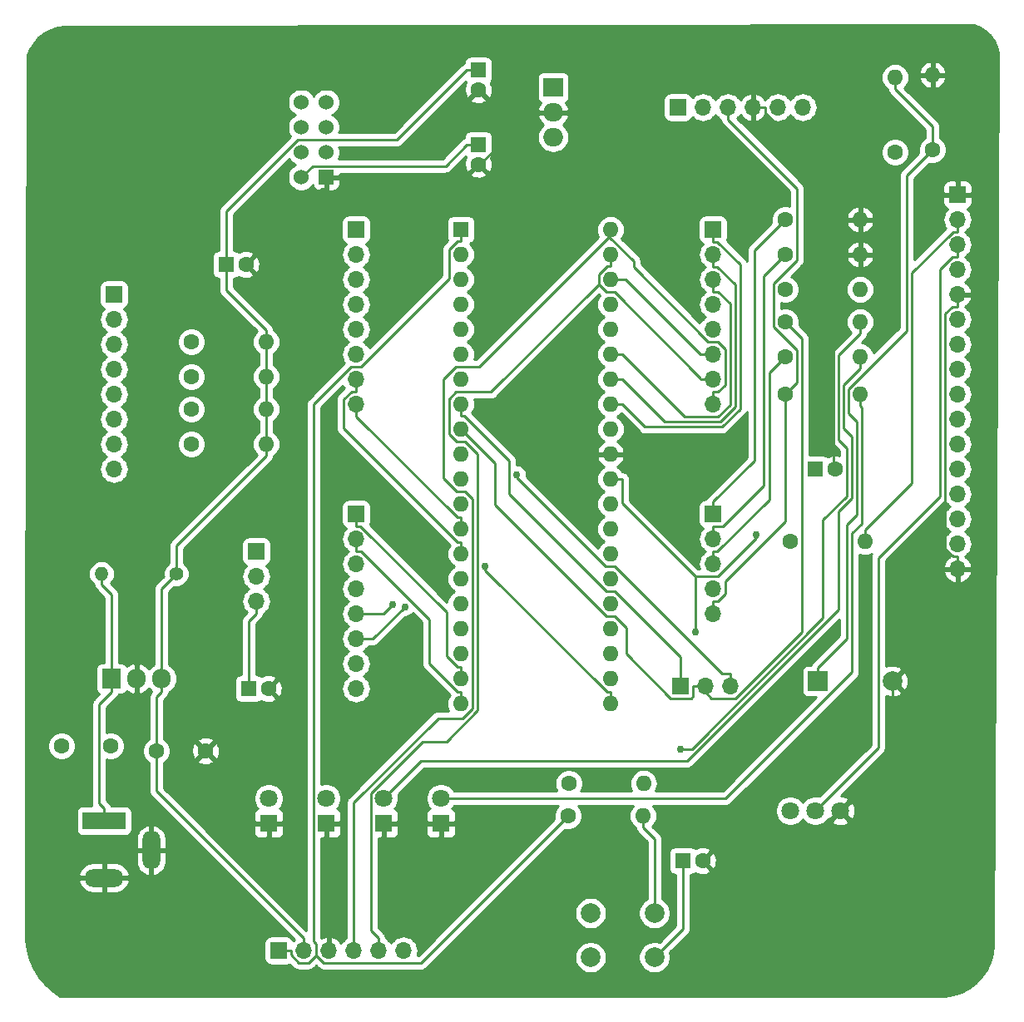
<source format=gbl>
G04 #@! TF.GenerationSoftware,KiCad,Pcbnew,5.1.1-8be2ce7~80~ubuntu18.04.1*
G04 #@! TF.CreationDate,2019-04-29T20:02:52-05:00*
G04 #@! TF.ProjectId,Proyecto,50726f79-6563-4746-9f2e-6b696361645f,rev?*
G04 #@! TF.SameCoordinates,Original*
G04 #@! TF.FileFunction,Copper,L2,Bot*
G04 #@! TF.FilePolarity,Positive*
%FSLAX46Y46*%
G04 Gerber Fmt 4.6, Leading zero omitted, Abs format (unit mm)*
G04 Created by KiCad (PCBNEW 5.1.1-8be2ce7~80~ubuntu18.04.1) date 2019-04-29 20:02:52*
%MOMM*%
%LPD*%
G04 APERTURE LIST*
%ADD10C,1.600000*%
%ADD11R,1.600000X1.600000*%
%ADD12R,1.800000X1.800000*%
%ADD13C,1.800000*%
%ADD14R,1.700000X1.700000*%
%ADD15O,1.700000X1.700000*%
%ADD16O,1.600000X1.600000*%
%ADD17C,1.400000*%
%ADD18O,1.400000X1.400000*%
%ADD19R,1.524000X1.524000*%
%ADD20C,1.524000*%
%ADD21O,2.000000X1.905000*%
%ADD22R,2.000000X1.905000*%
%ADD23R,1.905000X2.000000*%
%ADD24O,1.905000X2.000000*%
%ADD25R,2.000000X2.000000*%
%ADD26C,2.000000*%
%ADD27O,1.800000X4.000000*%
%ADD28O,4.000000X1.800000*%
%ADD29R,4.400000X1.800000*%
%ADD30C,0.762000*%
%ADD31C,0.254000*%
G04 APERTURE END LIST*
D10*
X137922000Y-63246000D03*
D11*
X137922000Y-61246000D03*
X137922000Y-68834000D03*
D10*
X137922000Y-70834000D03*
X100504000Y-130048000D03*
X95504000Y-130048000D03*
X105156000Y-130556000D03*
X110156000Y-130556000D03*
D12*
X122428000Y-137922000D03*
D13*
X122428000Y-135382000D03*
X116586000Y-135382000D03*
D12*
X116586000Y-137922000D03*
D14*
X117602000Y-150876000D03*
D15*
X120142000Y-150876000D03*
X122682000Y-150876000D03*
X125222000Y-150876000D03*
X127762000Y-150876000D03*
X130302000Y-150876000D03*
D16*
X184150000Y-61722000D03*
D10*
X184150000Y-69342000D03*
D14*
X125476000Y-106426000D03*
D15*
X125476000Y-108966000D03*
X125476000Y-111506000D03*
X125476000Y-114046000D03*
X125476000Y-116586000D03*
X125476000Y-119126000D03*
X125476000Y-121666000D03*
X125476000Y-124206000D03*
D14*
X186690000Y-73914000D03*
D15*
X186690000Y-76454000D03*
X186690000Y-78994000D03*
X186690000Y-81534000D03*
X186690000Y-84074000D03*
X186690000Y-86614000D03*
X186690000Y-89154000D03*
X186690000Y-91694000D03*
X186690000Y-94234000D03*
X186690000Y-96774000D03*
X186690000Y-99314000D03*
X186690000Y-101854000D03*
X186690000Y-104394000D03*
X186690000Y-106934000D03*
X186690000Y-109474000D03*
X186690000Y-112014000D03*
D10*
X169164000Y-80010000D03*
D16*
X176784000Y-80010000D03*
X151384000Y-77470000D03*
X136144000Y-125730000D03*
X151384000Y-80010000D03*
X136144000Y-123190000D03*
X151384000Y-82550000D03*
X136144000Y-120650000D03*
X151384000Y-85090000D03*
X136144000Y-118110000D03*
X151384000Y-87630000D03*
X136144000Y-115570000D03*
X151384000Y-90170000D03*
X136144000Y-113030000D03*
X151384000Y-92710000D03*
X136144000Y-110490000D03*
X151384000Y-95250000D03*
X136144000Y-107950000D03*
X151384000Y-97790000D03*
X136144000Y-105410000D03*
X151384000Y-100330000D03*
X136144000Y-102870000D03*
X151384000Y-102870000D03*
X136144000Y-100330000D03*
X151384000Y-105410000D03*
X136144000Y-97790000D03*
X151384000Y-107950000D03*
X136144000Y-95250000D03*
X151384000Y-110490000D03*
X136144000Y-92710000D03*
X151384000Y-113030000D03*
X136144000Y-90170000D03*
X151384000Y-115570000D03*
X136144000Y-87630000D03*
X151384000Y-118110000D03*
X136144000Y-85090000D03*
X151384000Y-120650000D03*
X136144000Y-82550000D03*
X151384000Y-123190000D03*
X136144000Y-80010000D03*
X151384000Y-125730000D03*
D11*
X136144000Y-77470000D03*
D16*
X176784000Y-83566000D03*
D10*
X169164000Y-83566000D03*
D16*
X116332000Y-95758000D03*
D10*
X108712000Y-95758000D03*
D16*
X176784000Y-94234000D03*
D10*
X169164000Y-94234000D03*
D14*
X161798000Y-77470000D03*
D15*
X161798000Y-80010000D03*
X161798000Y-82550000D03*
X161798000Y-85090000D03*
X161798000Y-87630000D03*
X161798000Y-90170000D03*
X161798000Y-92710000D03*
X161798000Y-95250000D03*
D10*
X169164000Y-90424000D03*
D16*
X176784000Y-90424000D03*
D10*
X169672000Y-109220000D03*
D16*
X177292000Y-109220000D03*
D17*
X107188000Y-112522000D03*
D18*
X99568000Y-112522000D03*
D19*
X122428000Y-72136000D03*
D20*
X119888000Y-72136000D03*
X122428000Y-69596000D03*
X119888000Y-69596000D03*
X122428000Y-67056000D03*
X119888000Y-67056000D03*
X122428000Y-64516000D03*
X119888000Y-64516000D03*
D14*
X158496000Y-123952000D03*
D15*
X161036000Y-123952000D03*
X163576000Y-123952000D03*
D10*
X169164000Y-86868000D03*
D16*
X176784000Y-86868000D03*
D14*
X125476000Y-77470000D03*
D15*
X125476000Y-80010000D03*
X125476000Y-82550000D03*
X125476000Y-85090000D03*
X125476000Y-87630000D03*
X125476000Y-90170000D03*
X125476000Y-92710000D03*
X125476000Y-95250000D03*
D10*
X108712000Y-92456000D03*
D16*
X116332000Y-92456000D03*
D14*
X161798000Y-106426000D03*
D15*
X161798000Y-108966000D03*
X161798000Y-111506000D03*
X161798000Y-114046000D03*
X161798000Y-116586000D03*
D13*
X128270000Y-135382000D03*
D12*
X128270000Y-137922000D03*
X134112000Y-137922000D03*
D13*
X134112000Y-135382000D03*
D10*
X108712000Y-99314000D03*
D16*
X116332000Y-99314000D03*
D21*
X145542000Y-68072000D03*
X145542000Y-65532000D03*
D22*
X145542000Y-62992000D03*
D16*
X116332000Y-88900000D03*
D10*
X108712000Y-88900000D03*
D23*
X100584000Y-123190000D03*
D24*
X103124000Y-123190000D03*
X105664000Y-123190000D03*
D16*
X176784000Y-76454000D03*
D10*
X169164000Y-76454000D03*
D15*
X115316000Y-115316000D03*
X115316000Y-112776000D03*
D14*
X115316000Y-110236000D03*
X158242000Y-65024000D03*
D15*
X160782000Y-65024000D03*
X163322000Y-65024000D03*
X165862000Y-65024000D03*
X168402000Y-65024000D03*
X170942000Y-65024000D03*
D14*
X100838000Y-84074000D03*
D15*
X100838000Y-86614000D03*
X100838000Y-89154000D03*
X100838000Y-91694000D03*
X100838000Y-94234000D03*
X100838000Y-96774000D03*
X100838000Y-99314000D03*
X100838000Y-101854000D03*
D25*
X172466000Y-123444000D03*
D26*
X180066000Y-123444000D03*
D10*
X180340000Y-69596000D03*
D16*
X180340000Y-61976000D03*
D27*
X104622000Y-140668000D03*
D28*
X99822000Y-143468000D03*
D29*
X99822000Y-137668000D03*
D13*
X174752000Y-136652000D03*
X172212000Y-136652000D03*
X169672000Y-136652000D03*
D11*
X114554000Y-124206000D03*
D10*
X116554000Y-124206000D03*
D11*
X112268000Y-81026000D03*
D10*
X114268000Y-81026000D03*
D11*
X172212000Y-101854000D03*
D10*
X174212000Y-101854000D03*
D11*
X158750000Y-141732000D03*
D10*
X160750000Y-141732000D03*
X147125000Y-133858000D03*
D16*
X154745000Y-133858000D03*
X154686000Y-137160000D03*
D10*
X147066000Y-137160000D03*
D26*
X149352000Y-151566000D03*
X149352000Y-147066000D03*
X155852000Y-151566000D03*
X155852000Y-147066000D03*
D30*
X158473200Y-130372100D03*
X129173200Y-115669300D03*
X130431000Y-115895700D03*
X166171100Y-108581300D03*
X159993000Y-118432100D03*
X138611900Y-111760000D03*
X141816100Y-102437200D03*
D31*
X184150000Y-69342000D02*
X181521400Y-71970600D01*
X181521400Y-71970600D02*
X181521400Y-87757800D01*
X181521400Y-87757800D02*
X175582100Y-93697100D01*
X175582100Y-93697100D02*
X175582100Y-96157000D01*
X175582100Y-96157000D02*
X176419800Y-96994700D01*
X176419800Y-96994700D02*
X176419800Y-106521300D01*
X176419800Y-106521300D02*
X175417100Y-107524000D01*
X175417100Y-107524000D02*
X175417100Y-119111600D01*
X175417100Y-119111600D02*
X172466000Y-122062700D01*
X172466000Y-123444000D02*
X172466000Y-122062700D01*
X180340000Y-63157300D02*
X184150000Y-66967300D01*
X184150000Y-66967300D02*
X184150000Y-69342000D01*
X180340000Y-61976000D02*
X180340000Y-63157300D01*
X174752000Y-136652000D02*
X180066000Y-131338000D01*
X180066000Y-131338000D02*
X180066000Y-123444000D01*
X137922000Y-70834000D02*
X138069400Y-70834000D01*
X138069400Y-70834000D02*
X140208000Y-68695400D01*
X140208000Y-68695400D02*
X140208000Y-65532000D01*
X122428000Y-72136000D02*
X136620000Y-72136000D01*
X136620000Y-72136000D02*
X137922000Y-70834000D01*
X140208000Y-65532000D02*
X137922000Y-63246000D01*
X145542000Y-65532000D02*
X140208000Y-65532000D01*
X122428000Y-72136000D02*
X122428000Y-73279300D01*
X122428000Y-73279300D02*
X122014700Y-73279300D01*
X122014700Y-73279300D02*
X114268000Y-81026000D01*
X176784000Y-81191300D02*
X174046100Y-83929200D01*
X174046100Y-83929200D02*
X174046100Y-101688100D01*
X174046100Y-101688100D02*
X174212000Y-101854000D01*
X165862000Y-65024000D02*
X167093300Y-65024000D01*
X176784000Y-76454000D02*
X176784000Y-75272700D01*
X176784000Y-75272700D02*
X167093300Y-65582000D01*
X167093300Y-65582000D02*
X167093300Y-65024000D01*
X176784000Y-80010000D02*
X176784000Y-76454000D01*
X176784000Y-80010000D02*
X176784000Y-81191300D01*
X122428000Y-137922000D02*
X122428000Y-139203300D01*
X122682000Y-150876000D02*
X122682000Y-139457300D01*
X122682000Y-139457300D02*
X122428000Y-139203300D01*
X184150000Y-61722000D02*
X184150000Y-62903300D01*
X186690000Y-73914000D02*
X186690000Y-65443300D01*
X186690000Y-65443300D02*
X184150000Y-62903300D01*
X186690000Y-84074000D02*
X186690000Y-85305300D01*
X186690000Y-112014000D02*
X186690000Y-110782700D01*
X186690000Y-110782700D02*
X186228300Y-110782700D01*
X186228300Y-110782700D02*
X185444900Y-109999300D01*
X185444900Y-109999300D02*
X185444900Y-86040200D01*
X185444900Y-86040200D02*
X186179800Y-85305300D01*
X186179800Y-85305300D02*
X186690000Y-85305300D01*
X137922000Y-68834000D02*
X136740700Y-68834000D01*
X136740700Y-68834000D02*
X134582100Y-70992600D01*
X134582100Y-70992600D02*
X121031400Y-70992600D01*
X121031400Y-70992600D02*
X119888000Y-72136000D01*
X158473200Y-130372100D02*
X159648400Y-130372100D01*
X159648400Y-130372100D02*
X173013600Y-117006900D01*
X173013600Y-117006900D02*
X173013600Y-107012400D01*
X173013600Y-107012400D02*
X175403000Y-104623000D01*
X175403000Y-104623000D02*
X175403000Y-99710600D01*
X175403000Y-99710600D02*
X174554500Y-98862100D01*
X174554500Y-98862100D02*
X174554500Y-90278800D01*
X174554500Y-90278800D02*
X176784000Y-88049300D01*
X176784000Y-86868000D02*
X176784000Y-88049300D01*
X176784000Y-91605300D02*
X175062900Y-93326400D01*
X175062900Y-93326400D02*
X175062900Y-97697000D01*
X175062900Y-97697000D02*
X175911400Y-98545500D01*
X175911400Y-98545500D02*
X175911400Y-104833600D01*
X175911400Y-104833600D02*
X174549200Y-106195800D01*
X174549200Y-106195800D02*
X174549200Y-116190100D01*
X174549200Y-116190100D02*
X159191200Y-131548100D01*
X159191200Y-131548100D02*
X132103900Y-131548100D01*
X132103900Y-131548100D02*
X128270000Y-135382000D01*
X176784000Y-90424000D02*
X176784000Y-91605300D01*
X176784000Y-94234000D02*
X176784000Y-95415300D01*
X176784000Y-95415300D02*
X176928200Y-95559500D01*
X176928200Y-95559500D02*
X176928200Y-107450700D01*
X176928200Y-107450700D02*
X175974700Y-108404200D01*
X175974700Y-108404200D02*
X175974700Y-122507600D01*
X175974700Y-122507600D02*
X163100300Y-135382000D01*
X163100300Y-135382000D02*
X134112000Y-135382000D01*
X121412000Y-151351500D02*
X121412000Y-150191800D01*
X121412000Y-150191800D02*
X121146600Y-149926400D01*
X121146600Y-149926400D02*
X121146600Y-95263900D01*
X121146600Y-95263900D02*
X124970500Y-91440000D01*
X124970500Y-91440000D02*
X125957300Y-91440000D01*
X125957300Y-91440000D02*
X134962700Y-82434600D01*
X134962700Y-82434600D02*
X134962700Y-79463300D01*
X134962700Y-79463300D02*
X135774700Y-78651300D01*
X135774700Y-78651300D02*
X136144000Y-78651300D01*
X121412000Y-151351500D02*
X120656200Y-152107300D01*
X120656200Y-152107300D02*
X119602800Y-152107300D01*
X119602800Y-152107300D02*
X118833300Y-151337800D01*
X118833300Y-151337800D02*
X118833300Y-150876000D01*
X121412000Y-151351500D02*
X122175700Y-152115200D01*
X122175700Y-152115200D02*
X132110800Y-152115200D01*
X132110800Y-152115200D02*
X147066000Y-137160000D01*
X117602000Y-150876000D02*
X118833300Y-150876000D01*
X136144000Y-77470000D02*
X136144000Y-78651300D01*
X151244700Y-78199900D02*
X138004600Y-91440000D01*
X138004600Y-91440000D02*
X135675500Y-91440000D01*
X135675500Y-91440000D02*
X134393200Y-92722300D01*
X134393200Y-92722300D02*
X134393200Y-102802700D01*
X134393200Y-102802700D02*
X135730500Y-104140000D01*
X135730500Y-104140000D02*
X136603900Y-104140000D01*
X136603900Y-104140000D02*
X137341300Y-104877400D01*
X137341300Y-104877400D02*
X137341300Y-126218600D01*
X137341300Y-126218600D02*
X136347400Y-127212500D01*
X136347400Y-127212500D02*
X133836600Y-127212500D01*
X133836600Y-127212500D02*
X125222000Y-135827100D01*
X125222000Y-135827100D02*
X125222000Y-150876000D01*
X161798000Y-95250000D02*
X161798000Y-94018700D01*
X151244700Y-78199900D02*
X153715100Y-80670300D01*
X153715100Y-80670300D02*
X153715100Y-81293600D01*
X153715100Y-81293600D02*
X161321500Y-88900000D01*
X161321500Y-88900000D02*
X162282300Y-88900000D01*
X162282300Y-88900000D02*
X163037200Y-89654900D01*
X163037200Y-89654900D02*
X163037200Y-93289700D01*
X163037200Y-93289700D02*
X162308200Y-94018700D01*
X162308200Y-94018700D02*
X161798000Y-94018700D01*
X151244700Y-78199900D02*
X151384000Y-78060600D01*
X151384000Y-77470000D02*
X151384000Y-78060600D01*
X150189500Y-83029300D02*
X139217000Y-94001800D01*
X139217000Y-94001800D02*
X135649500Y-94001800D01*
X135649500Y-94001800D02*
X134919000Y-94732300D01*
X134919000Y-94732300D02*
X134919000Y-98291300D01*
X134919000Y-98291300D02*
X135687700Y-99060000D01*
X135687700Y-99060000D02*
X136588800Y-99060000D01*
X136588800Y-99060000D02*
X137849600Y-100320800D01*
X137849600Y-100320800D02*
X137849600Y-126429400D01*
X137849600Y-126429400D02*
X134683700Y-129595300D01*
X134683700Y-129595300D02*
X132225000Y-129595300D01*
X132225000Y-129595300D02*
X126976000Y-134844300D01*
X126976000Y-134844300D02*
X126976000Y-148858700D01*
X126976000Y-148858700D02*
X127762000Y-149644700D01*
X150189500Y-83029300D02*
X150980200Y-83820000D01*
X150980200Y-83820000D02*
X151804200Y-83820000D01*
X151804200Y-83820000D02*
X160566700Y-92582500D01*
X160566700Y-92582500D02*
X160566700Y-92710000D01*
X151384000Y-81191300D02*
X151014800Y-81191300D01*
X151014800Y-81191300D02*
X150189500Y-82016600D01*
X150189500Y-82016600D02*
X150189500Y-83029300D01*
X127762000Y-150876000D02*
X127762000Y-149644700D01*
X161798000Y-92710000D02*
X160566700Y-92710000D01*
X151384000Y-80010000D02*
X151384000Y-81191300D01*
X186690000Y-78994000D02*
X186690000Y-80225300D01*
X172212000Y-136652000D02*
X178610400Y-130253600D01*
X178610400Y-130253600D02*
X178610400Y-110875600D01*
X178610400Y-110875600D02*
X184873200Y-104612800D01*
X184873200Y-104612800D02*
X184873200Y-81531900D01*
X184873200Y-81531900D02*
X186179800Y-80225300D01*
X186179800Y-80225300D02*
X186690000Y-80225300D01*
X125476000Y-116586000D02*
X128256500Y-116586000D01*
X128256500Y-116586000D02*
X129173200Y-115669300D01*
X130431000Y-115895700D02*
X127200700Y-119126000D01*
X127200700Y-119126000D02*
X125476000Y-119126000D01*
X152565300Y-102870000D02*
X152565300Y-105348300D01*
X152565300Y-105348300D02*
X159993000Y-112776000D01*
X159993000Y-112776000D02*
X162269400Y-112776000D01*
X162269400Y-112776000D02*
X166171100Y-108874300D01*
X166171100Y-108874300D02*
X166171100Y-108581300D01*
X159993000Y-112776000D02*
X159993000Y-118432100D01*
X151384000Y-102870000D02*
X152565300Y-102870000D01*
X136144000Y-110490000D02*
X136144000Y-109308700D01*
X125476000Y-92710000D02*
X125476000Y-93941300D01*
X125476000Y-93941300D02*
X125014300Y-93941300D01*
X125014300Y-93941300D02*
X124210400Y-94745200D01*
X124210400Y-94745200D02*
X124210400Y-97742200D01*
X124210400Y-97742200D02*
X135776900Y-109308700D01*
X135776900Y-109308700D02*
X136144000Y-109308700D01*
X125476000Y-95250000D02*
X125476000Y-96481300D01*
X136144000Y-107950000D02*
X136144000Y-106768700D01*
X125476000Y-96481300D02*
X135763400Y-106768700D01*
X135763400Y-106768700D02*
X136144000Y-106768700D01*
X169164000Y-94234000D02*
X169164000Y-107184400D01*
X169164000Y-107184400D02*
X163106600Y-113241800D01*
X163106600Y-113241800D02*
X163106600Y-114556300D01*
X163106600Y-114556300D02*
X162308200Y-115354700D01*
X162308200Y-115354700D02*
X161798000Y-115354700D01*
X163322000Y-66255300D02*
X170350500Y-73283800D01*
X170350500Y-73283800D02*
X170350500Y-80579500D01*
X170350500Y-80579500D02*
X167982600Y-82947400D01*
X167982600Y-82947400D02*
X167982600Y-87413300D01*
X167982600Y-87413300D02*
X170345400Y-89776100D01*
X170345400Y-89776100D02*
X170345400Y-93052600D01*
X170345400Y-93052600D02*
X169164000Y-94234000D01*
X161798000Y-116586000D02*
X161798000Y-115354700D01*
X163322000Y-65024000D02*
X163322000Y-66255300D01*
X169164000Y-76454000D02*
X166020500Y-79597500D01*
X166020500Y-79597500D02*
X166020500Y-100972200D01*
X166020500Y-100972200D02*
X161798000Y-105194700D01*
X161798000Y-106426000D02*
X161798000Y-105194700D01*
X169164000Y-80010000D02*
X166958200Y-82215800D01*
X166958200Y-82215800D02*
X166958200Y-103574900D01*
X166958200Y-103574900D02*
X162798400Y-107734700D01*
X162798400Y-107734700D02*
X161798000Y-107734700D01*
X161798000Y-108966000D02*
X161798000Y-107734700D01*
X136144000Y-96431300D02*
X136504900Y-96431300D01*
X136504900Y-96431300D02*
X141053800Y-100980200D01*
X141053800Y-100980200D02*
X141053800Y-104382700D01*
X141053800Y-104382700D02*
X150971100Y-114300000D01*
X150971100Y-114300000D02*
X151784700Y-114300000D01*
X151784700Y-114300000D02*
X158496000Y-121011300D01*
X158496000Y-121011300D02*
X158496000Y-123952000D01*
X136144000Y-95250000D02*
X136144000Y-96431300D01*
X160420400Y-123952000D02*
X161664200Y-125195800D01*
X161664200Y-125195800D02*
X164089700Y-125195800D01*
X164089700Y-125195800D02*
X170853800Y-118431700D01*
X170853800Y-118431700D02*
X170853800Y-88557800D01*
X170853800Y-88557800D02*
X169164000Y-86868000D01*
X160420400Y-123952000D02*
X159804700Y-123952000D01*
X161036000Y-123952000D02*
X160420400Y-123952000D01*
X159804700Y-123952000D02*
X159804700Y-124952400D01*
X159804700Y-124952400D02*
X159569600Y-125187500D01*
X159569600Y-125187500D02*
X157449400Y-125187500D01*
X157449400Y-125187500D02*
X152949500Y-120687600D01*
X152949500Y-120687600D02*
X152949500Y-118004700D01*
X152949500Y-118004700D02*
X151784800Y-116840000D01*
X151784800Y-116840000D02*
X150941400Y-116840000D01*
X150941400Y-116840000D02*
X139631500Y-105530100D01*
X139631500Y-105530100D02*
X139631500Y-101277500D01*
X139631500Y-101277500D02*
X136144000Y-97790000D01*
X161798000Y-111506000D02*
X161798000Y-110274700D01*
X161798000Y-110274700D02*
X162259700Y-110274700D01*
X162259700Y-110274700D02*
X167544800Y-104989600D01*
X167544800Y-104989600D02*
X167544800Y-92043200D01*
X167544800Y-92043200D02*
X169164000Y-90424000D01*
X161798000Y-90170000D02*
X160566700Y-90170000D01*
X151384000Y-82550000D02*
X152946700Y-82550000D01*
X152946700Y-82550000D02*
X160566700Y-90170000D01*
X152565300Y-92710000D02*
X156881600Y-97026300D01*
X156881600Y-97026300D02*
X162541100Y-97026300D01*
X162541100Y-97026300D02*
X164053900Y-95513500D01*
X164053900Y-95513500D02*
X164053900Y-83061400D01*
X164053900Y-83061400D02*
X162233800Y-81241300D01*
X162233800Y-81241300D02*
X161798000Y-81241300D01*
X151384000Y-92710000D02*
X152565300Y-92710000D01*
X161798000Y-80010000D02*
X161798000Y-81241300D01*
X152565300Y-95250000D02*
X154881400Y-97566100D01*
X154881400Y-97566100D02*
X162725000Y-97566100D01*
X162725000Y-97566100D02*
X164562200Y-95728900D01*
X164562200Y-95728900D02*
X164562200Y-81003800D01*
X164562200Y-81003800D02*
X162259700Y-78701300D01*
X162259700Y-78701300D02*
X161798000Y-78701300D01*
X151384000Y-95250000D02*
X152565300Y-95250000D01*
X161798000Y-77470000D02*
X161798000Y-78701300D01*
X152565300Y-90170000D02*
X158913300Y-96518000D01*
X158913300Y-96518000D02*
X162330600Y-96518000D01*
X162330600Y-96518000D02*
X163545600Y-95303000D01*
X163545600Y-95303000D02*
X163545600Y-85018700D01*
X163545600Y-85018700D02*
X162308200Y-83781300D01*
X162308200Y-83781300D02*
X161798000Y-83781300D01*
X151384000Y-90170000D02*
X152565300Y-90170000D01*
X161798000Y-82550000D02*
X161798000Y-83781300D01*
X151384000Y-124548700D02*
X151013700Y-124548700D01*
X151013700Y-124548700D02*
X138611900Y-112146900D01*
X138611900Y-112146900D02*
X138611900Y-111760000D01*
X151384000Y-125730000D02*
X151384000Y-124548700D01*
X163576000Y-122720700D02*
X162745900Y-122720700D01*
X162745900Y-122720700D02*
X151785200Y-111760000D01*
X151785200Y-111760000D02*
X150904800Y-111760000D01*
X150904800Y-111760000D02*
X141816100Y-102671300D01*
X141816100Y-102671300D02*
X141816100Y-102437200D01*
X163576000Y-123952000D02*
X163576000Y-122720700D01*
X125476000Y-106426000D02*
X125476000Y-107657300D01*
X136144000Y-123190000D02*
X136144000Y-122008700D01*
X136144000Y-122008700D02*
X135825300Y-122008700D01*
X135825300Y-122008700D02*
X134708500Y-120891900D01*
X134708500Y-120891900D02*
X134708500Y-116428100D01*
X134708500Y-116428100D02*
X125937700Y-107657300D01*
X125937700Y-107657300D02*
X125476000Y-107657300D01*
X125476000Y-108966000D02*
X125476000Y-110197300D01*
X136144000Y-125730000D02*
X136144000Y-124548700D01*
X136144000Y-124548700D02*
X135774800Y-124548700D01*
X135774800Y-124548700D02*
X132926000Y-121699900D01*
X132926000Y-121699900D02*
X132926000Y-117137100D01*
X132926000Y-117137100D02*
X125986200Y-110197300D01*
X125986200Y-110197300D02*
X125476000Y-110197300D01*
X115316000Y-115316000D02*
X115316000Y-116547300D01*
X115316000Y-116547300D02*
X114554000Y-117309300D01*
X114554000Y-117309300D02*
X114554000Y-124206000D01*
X186690000Y-77685300D02*
X186228200Y-77685300D01*
X186228200Y-77685300D02*
X182072800Y-81840700D01*
X182072800Y-81840700D02*
X182072800Y-103257900D01*
X182072800Y-103257900D02*
X177292000Y-108038700D01*
X177292000Y-109220000D02*
X177292000Y-108038700D01*
X186690000Y-76454000D02*
X186690000Y-77685300D01*
X137922000Y-61246000D02*
X136740700Y-61246000D01*
X112268000Y-81026000D02*
X112268000Y-75598900D01*
X112268000Y-75598900D02*
X119541300Y-68325600D01*
X119541300Y-68325600D02*
X129661100Y-68325600D01*
X129661100Y-68325600D02*
X136740700Y-61246000D01*
X116332000Y-87718700D02*
X112268000Y-83654700D01*
X112268000Y-83654700D02*
X112268000Y-81026000D01*
X105664000Y-123190000D02*
X105664000Y-124571300D01*
X105156000Y-130556000D02*
X105156000Y-125079300D01*
X105156000Y-125079300D02*
X105664000Y-124571300D01*
X120142000Y-149644700D02*
X105156000Y-134658700D01*
X105156000Y-134658700D02*
X105156000Y-130556000D01*
X107188000Y-112522000D02*
X105664000Y-114046000D01*
X105664000Y-114046000D02*
X105664000Y-123190000D01*
X120142000Y-150876000D02*
X120142000Y-149644700D01*
X107188000Y-112522000D02*
X107188000Y-109639300D01*
X107188000Y-109639300D02*
X116332000Y-100495300D01*
X116332000Y-99314000D02*
X116332000Y-100495300D01*
X116332000Y-88900000D02*
X116332000Y-87718700D01*
X116332000Y-88900000D02*
X116332000Y-92456000D01*
X116332000Y-92456000D02*
X116332000Y-95758000D01*
X116332000Y-99314000D02*
X116332000Y-95758000D01*
X100584000Y-123190000D02*
X100584000Y-124571300D01*
X99822000Y-137668000D02*
X99822000Y-136386700D01*
X99822000Y-136386700D02*
X99310700Y-135875400D01*
X99310700Y-135875400D02*
X99310700Y-125844600D01*
X99310700Y-125844600D02*
X100584000Y-124571300D01*
X99568000Y-112522000D02*
X99568000Y-113603300D01*
X100584000Y-123190000D02*
X100584000Y-114619300D01*
X100584000Y-114619300D02*
X99568000Y-113603300D01*
X155852000Y-151566000D02*
X158750000Y-148668000D01*
X158750000Y-148668000D02*
X158750000Y-141732000D01*
X154686000Y-137160000D02*
X154686000Y-138341300D01*
X155852000Y-147066000D02*
X155852000Y-139507300D01*
X155852000Y-139507300D02*
X154686000Y-138341300D01*
G36*
X188953328Y-56883659D02*
G01*
X189519159Y-57233553D01*
X190006249Y-57686682D01*
X190396054Y-58225800D01*
X190673719Y-58830358D01*
X190828668Y-59477330D01*
X190856143Y-60170850D01*
X190344044Y-150298997D01*
X190240138Y-151180708D01*
X190001049Y-152018859D01*
X189631037Y-152807992D01*
X189139612Y-153527825D01*
X188539425Y-154159825D01*
X187845910Y-154687739D01*
X187076915Y-155097980D01*
X186252219Y-155379997D01*
X185381291Y-155528537D01*
X184897441Y-155549997D01*
X95353966Y-155528596D01*
X94635039Y-155047409D01*
X93876695Y-154367108D01*
X93221769Y-153586738D01*
X92683334Y-152721880D01*
X92272129Y-151789780D01*
X91996360Y-150809035D01*
X91859792Y-149786207D01*
X91846022Y-149342471D01*
X91857666Y-143832740D01*
X97230964Y-143832740D01*
X97255245Y-143938087D01*
X97375138Y-144215204D01*
X97546790Y-144463606D01*
X97763604Y-144673748D01*
X98017249Y-144837554D01*
X98297977Y-144948729D01*
X98595000Y-145003000D01*
X99695000Y-145003000D01*
X99695000Y-143595000D01*
X99949000Y-143595000D01*
X99949000Y-145003000D01*
X101049000Y-145003000D01*
X101346023Y-144948729D01*
X101626751Y-144837554D01*
X101880396Y-144673748D01*
X102097210Y-144463606D01*
X102268862Y-144215204D01*
X102388755Y-143938087D01*
X102413036Y-143832740D01*
X102292378Y-143595000D01*
X99949000Y-143595000D01*
X99695000Y-143595000D01*
X97351622Y-143595000D01*
X97230964Y-143832740D01*
X91857666Y-143832740D01*
X91859207Y-143103260D01*
X97230964Y-143103260D01*
X97351622Y-143341000D01*
X99695000Y-143341000D01*
X99695000Y-141933000D01*
X99949000Y-141933000D01*
X99949000Y-143341000D01*
X102292378Y-143341000D01*
X102413036Y-143103260D01*
X102388755Y-142997913D01*
X102268862Y-142720796D01*
X102097210Y-142472394D01*
X101880396Y-142262252D01*
X101626751Y-142098446D01*
X101346023Y-141987271D01*
X101049000Y-141933000D01*
X99949000Y-141933000D01*
X99695000Y-141933000D01*
X98595000Y-141933000D01*
X98297977Y-141987271D01*
X98017249Y-142098446D01*
X97763604Y-142262252D01*
X97546790Y-142472394D01*
X97375138Y-142720796D01*
X97255245Y-142997913D01*
X97230964Y-143103260D01*
X91859207Y-143103260D01*
X91864085Y-140795000D01*
X103087000Y-140795000D01*
X103087000Y-141895000D01*
X103141271Y-142192023D01*
X103252446Y-142472751D01*
X103416252Y-142726396D01*
X103626394Y-142943210D01*
X103874796Y-143114862D01*
X104151913Y-143234755D01*
X104257260Y-143259036D01*
X104495000Y-143138378D01*
X104495000Y-140795000D01*
X104749000Y-140795000D01*
X104749000Y-143138378D01*
X104986740Y-143259036D01*
X105092087Y-143234755D01*
X105369204Y-143114862D01*
X105617606Y-142943210D01*
X105827748Y-142726396D01*
X105991554Y-142472751D01*
X106102729Y-142192023D01*
X106157000Y-141895000D01*
X106157000Y-140795000D01*
X104749000Y-140795000D01*
X104495000Y-140795000D01*
X103087000Y-140795000D01*
X91864085Y-140795000D01*
X91866946Y-139441000D01*
X103087000Y-139441000D01*
X103087000Y-140541000D01*
X104495000Y-140541000D01*
X104495000Y-138197622D01*
X104749000Y-138197622D01*
X104749000Y-140541000D01*
X106157000Y-140541000D01*
X106157000Y-139441000D01*
X106102729Y-139143977D01*
X105991554Y-138863249D01*
X105827748Y-138609604D01*
X105617606Y-138392790D01*
X105369204Y-138221138D01*
X105092087Y-138101245D01*
X104986740Y-138076964D01*
X104749000Y-138197622D01*
X104495000Y-138197622D01*
X104257260Y-138076964D01*
X104151913Y-138101245D01*
X103874796Y-138221138D01*
X103626394Y-138392790D01*
X103416252Y-138609604D01*
X103252446Y-138863249D01*
X103141271Y-139143977D01*
X103087000Y-139441000D01*
X91866946Y-139441000D01*
X91872597Y-136768000D01*
X96983928Y-136768000D01*
X96983928Y-138568000D01*
X96996188Y-138692482D01*
X97032498Y-138812180D01*
X97091463Y-138922494D01*
X97170815Y-139019185D01*
X97267506Y-139098537D01*
X97377820Y-139157502D01*
X97497518Y-139193812D01*
X97622000Y-139206072D01*
X102022000Y-139206072D01*
X102146482Y-139193812D01*
X102266180Y-139157502D01*
X102376494Y-139098537D01*
X102473185Y-139019185D01*
X102552537Y-138922494D01*
X102611502Y-138812180D01*
X102647812Y-138692482D01*
X102660072Y-138568000D01*
X102660072Y-136768000D01*
X102647812Y-136643518D01*
X102611502Y-136523820D01*
X102552537Y-136413506D01*
X102473185Y-136316815D01*
X102376494Y-136237463D01*
X102266180Y-136178498D01*
X102146482Y-136142188D01*
X102022000Y-136129928D01*
X100540396Y-136129928D01*
X100529402Y-136093685D01*
X100458645Y-135961308D01*
X100363422Y-135845278D01*
X100334346Y-135821416D01*
X100072700Y-135559770D01*
X100072700Y-131422582D01*
X100085426Y-131427853D01*
X100362665Y-131483000D01*
X100645335Y-131483000D01*
X100922574Y-131427853D01*
X101183727Y-131319680D01*
X101418759Y-131162637D01*
X101618637Y-130962759D01*
X101775680Y-130727727D01*
X101883853Y-130466574D01*
X101939000Y-130189335D01*
X101939000Y-129906665D01*
X101883853Y-129629426D01*
X101775680Y-129368273D01*
X101618637Y-129133241D01*
X101418759Y-128933363D01*
X101183727Y-128776320D01*
X100922574Y-128668147D01*
X100645335Y-128613000D01*
X100362665Y-128613000D01*
X100085426Y-128668147D01*
X100072700Y-128673418D01*
X100072700Y-126160230D01*
X101096352Y-125136579D01*
X101125422Y-125112722D01*
X101220645Y-124996692D01*
X101291402Y-124864315D01*
X101302396Y-124828072D01*
X101536500Y-124828072D01*
X101660982Y-124815812D01*
X101780680Y-124779502D01*
X101890994Y-124720537D01*
X101987685Y-124641185D01*
X102067037Y-124544494D01*
X102116059Y-124452781D01*
X102257077Y-124565969D01*
X102532906Y-124709571D01*
X102751020Y-124780563D01*
X102997000Y-124660594D01*
X102997000Y-123317000D01*
X102977000Y-123317000D01*
X102977000Y-123063000D01*
X102997000Y-123063000D01*
X102997000Y-121719406D01*
X103251000Y-121719406D01*
X103251000Y-123063000D01*
X103271000Y-123063000D01*
X103271000Y-123317000D01*
X103251000Y-123317000D01*
X103251000Y-124660594D01*
X103496980Y-124780563D01*
X103715094Y-124709571D01*
X103990923Y-124565969D01*
X104233437Y-124371315D01*
X104388837Y-124186101D01*
X104536037Y-124365463D01*
X104676737Y-124480933D01*
X104643649Y-124514021D01*
X104614579Y-124537878D01*
X104590722Y-124566948D01*
X104590721Y-124566949D01*
X104519355Y-124653908D01*
X104448599Y-124786285D01*
X104405027Y-124929922D01*
X104390314Y-125079300D01*
X104394001Y-125116733D01*
X104394000Y-129339293D01*
X104241241Y-129441363D01*
X104041363Y-129641241D01*
X103884320Y-129876273D01*
X103776147Y-130137426D01*
X103721000Y-130414665D01*
X103721000Y-130697335D01*
X103776147Y-130974574D01*
X103884320Y-131235727D01*
X104041363Y-131470759D01*
X104241241Y-131670637D01*
X104394001Y-131772708D01*
X104394000Y-134621277D01*
X104390314Y-134658700D01*
X104394000Y-134696123D01*
X104394000Y-134696125D01*
X104405026Y-134808077D01*
X104448598Y-134951714D01*
X104448599Y-134951715D01*
X104519355Y-135084092D01*
X104552457Y-135124427D01*
X104614578Y-135200122D01*
X104643654Y-135223984D01*
X119171268Y-149751599D01*
X119086866Y-149820866D01*
X119062393Y-149850687D01*
X119041502Y-149781820D01*
X118982537Y-149671506D01*
X118903185Y-149574815D01*
X118806494Y-149495463D01*
X118696180Y-149436498D01*
X118576482Y-149400188D01*
X118452000Y-149387928D01*
X116752000Y-149387928D01*
X116627518Y-149400188D01*
X116507820Y-149436498D01*
X116397506Y-149495463D01*
X116300815Y-149574815D01*
X116221463Y-149671506D01*
X116162498Y-149781820D01*
X116126188Y-149901518D01*
X116113928Y-150026000D01*
X116113928Y-151726000D01*
X116126188Y-151850482D01*
X116162498Y-151970180D01*
X116221463Y-152080494D01*
X116300815Y-152177185D01*
X116397506Y-152256537D01*
X116507820Y-152315502D01*
X116627518Y-152351812D01*
X116752000Y-152364072D01*
X118452000Y-152364072D01*
X118576482Y-152351812D01*
X118696180Y-152315502D01*
X118720417Y-152302547D01*
X119037520Y-152619651D01*
X119061378Y-152648722D01*
X119177408Y-152743945D01*
X119309785Y-152814702D01*
X119453422Y-152858274D01*
X119565374Y-152869300D01*
X119565376Y-152869300D01*
X119602799Y-152872986D01*
X119640222Y-152869300D01*
X120618777Y-152869300D01*
X120656200Y-152872986D01*
X120693623Y-152869300D01*
X120693626Y-152869300D01*
X120805578Y-152858274D01*
X120949215Y-152814702D01*
X121081592Y-152743945D01*
X121197622Y-152648722D01*
X121221484Y-152619646D01*
X121412000Y-152429130D01*
X121610420Y-152627551D01*
X121634278Y-152656622D01*
X121663348Y-152680479D01*
X121750307Y-152751845D01*
X121809966Y-152783733D01*
X121882685Y-152822602D01*
X122026322Y-152866174D01*
X122138274Y-152877200D01*
X122138277Y-152877200D01*
X122175700Y-152880886D01*
X122213123Y-152877200D01*
X132073377Y-152877200D01*
X132110800Y-152880886D01*
X132148223Y-152877200D01*
X132148226Y-152877200D01*
X132260178Y-152866174D01*
X132403815Y-152822602D01*
X132536192Y-152751845D01*
X132652222Y-152656622D01*
X132676084Y-152627546D01*
X133898663Y-151404967D01*
X147717000Y-151404967D01*
X147717000Y-151727033D01*
X147779832Y-152042912D01*
X147903082Y-152340463D01*
X148082013Y-152608252D01*
X148309748Y-152835987D01*
X148577537Y-153014918D01*
X148875088Y-153138168D01*
X149190967Y-153201000D01*
X149513033Y-153201000D01*
X149828912Y-153138168D01*
X150126463Y-153014918D01*
X150394252Y-152835987D01*
X150621987Y-152608252D01*
X150800918Y-152340463D01*
X150924168Y-152042912D01*
X150987000Y-151727033D01*
X150987000Y-151404967D01*
X154217000Y-151404967D01*
X154217000Y-151727033D01*
X154279832Y-152042912D01*
X154403082Y-152340463D01*
X154582013Y-152608252D01*
X154809748Y-152835987D01*
X155077537Y-153014918D01*
X155375088Y-153138168D01*
X155690967Y-153201000D01*
X156013033Y-153201000D01*
X156328912Y-153138168D01*
X156626463Y-153014918D01*
X156894252Y-152835987D01*
X157121987Y-152608252D01*
X157300918Y-152340463D01*
X157424168Y-152042912D01*
X157487000Y-151727033D01*
X157487000Y-151404967D01*
X157424168Y-151089088D01*
X157419006Y-151076625D01*
X159262353Y-149233278D01*
X159291422Y-149209422D01*
X159325730Y-149167617D01*
X159386645Y-149093393D01*
X159432246Y-149008078D01*
X159457402Y-148961015D01*
X159500974Y-148817378D01*
X159512000Y-148705426D01*
X159512000Y-148705423D01*
X159515686Y-148668000D01*
X159512000Y-148630577D01*
X159512000Y-143170072D01*
X159550000Y-143170072D01*
X159674482Y-143157812D01*
X159794180Y-143121502D01*
X159904494Y-143062537D01*
X160001185Y-142983185D01*
X160011807Y-142970242D01*
X160263996Y-143089571D01*
X160538184Y-143158300D01*
X160820512Y-143172217D01*
X161100130Y-143130787D01*
X161366292Y-143035603D01*
X161491514Y-142968671D01*
X161563097Y-142724702D01*
X160750000Y-141911605D01*
X160735858Y-141925748D01*
X160556253Y-141746143D01*
X160570395Y-141732000D01*
X160929605Y-141732000D01*
X161742702Y-142545097D01*
X161986671Y-142473514D01*
X162107571Y-142218004D01*
X162176300Y-141943816D01*
X162190217Y-141661488D01*
X162148787Y-141381870D01*
X162053603Y-141115708D01*
X161986671Y-140990486D01*
X161742702Y-140918903D01*
X160929605Y-141732000D01*
X160570395Y-141732000D01*
X160556253Y-141717858D01*
X160735858Y-141538253D01*
X160750000Y-141552395D01*
X161563097Y-140739298D01*
X161491514Y-140495329D01*
X161236004Y-140374429D01*
X160961816Y-140305700D01*
X160679488Y-140291783D01*
X160399870Y-140333213D01*
X160133708Y-140428397D01*
X160011691Y-140493616D01*
X160001185Y-140480815D01*
X159904494Y-140401463D01*
X159794180Y-140342498D01*
X159674482Y-140306188D01*
X159550000Y-140293928D01*
X157950000Y-140293928D01*
X157825518Y-140306188D01*
X157705820Y-140342498D01*
X157595506Y-140401463D01*
X157498815Y-140480815D01*
X157419463Y-140577506D01*
X157360498Y-140687820D01*
X157324188Y-140807518D01*
X157311928Y-140932000D01*
X157311928Y-142532000D01*
X157324188Y-142656482D01*
X157360498Y-142776180D01*
X157419463Y-142886494D01*
X157498815Y-142983185D01*
X157595506Y-143062537D01*
X157705820Y-143121502D01*
X157825518Y-143157812D01*
X157950000Y-143170072D01*
X157988001Y-143170072D01*
X157988000Y-148352369D01*
X156341375Y-149998994D01*
X156328912Y-149993832D01*
X156013033Y-149931000D01*
X155690967Y-149931000D01*
X155375088Y-149993832D01*
X155077537Y-150117082D01*
X154809748Y-150296013D01*
X154582013Y-150523748D01*
X154403082Y-150791537D01*
X154279832Y-151089088D01*
X154217000Y-151404967D01*
X150987000Y-151404967D01*
X150924168Y-151089088D01*
X150800918Y-150791537D01*
X150621987Y-150523748D01*
X150394252Y-150296013D01*
X150126463Y-150117082D01*
X149828912Y-149993832D01*
X149513033Y-149931000D01*
X149190967Y-149931000D01*
X148875088Y-149993832D01*
X148577537Y-150117082D01*
X148309748Y-150296013D01*
X148082013Y-150523748D01*
X147903082Y-150791537D01*
X147779832Y-151089088D01*
X147717000Y-151404967D01*
X133898663Y-151404967D01*
X138398663Y-146904967D01*
X147717000Y-146904967D01*
X147717000Y-147227033D01*
X147779832Y-147542912D01*
X147903082Y-147840463D01*
X148082013Y-148108252D01*
X148309748Y-148335987D01*
X148577537Y-148514918D01*
X148875088Y-148638168D01*
X149190967Y-148701000D01*
X149513033Y-148701000D01*
X149828912Y-148638168D01*
X150126463Y-148514918D01*
X150394252Y-148335987D01*
X150621987Y-148108252D01*
X150800918Y-147840463D01*
X150924168Y-147542912D01*
X150987000Y-147227033D01*
X150987000Y-146904967D01*
X150924168Y-146589088D01*
X150800918Y-146291537D01*
X150621987Y-146023748D01*
X150394252Y-145796013D01*
X150126463Y-145617082D01*
X149828912Y-145493832D01*
X149513033Y-145431000D01*
X149190967Y-145431000D01*
X148875088Y-145493832D01*
X148577537Y-145617082D01*
X148309748Y-145796013D01*
X148082013Y-146023748D01*
X147903082Y-146291537D01*
X147779832Y-146589088D01*
X147717000Y-146904967D01*
X138398663Y-146904967D01*
X146744473Y-138559157D01*
X146924665Y-138595000D01*
X147207335Y-138595000D01*
X147484574Y-138539853D01*
X147745727Y-138431680D01*
X147980759Y-138274637D01*
X148180637Y-138074759D01*
X148337680Y-137839727D01*
X148445853Y-137578574D01*
X148501000Y-137301335D01*
X148501000Y-137018665D01*
X148445853Y-136741426D01*
X148337680Y-136480273D01*
X148180637Y-136245241D01*
X148079396Y-136144000D01*
X153663431Y-136144000D01*
X153487068Y-136358899D01*
X153353818Y-136608192D01*
X153271764Y-136878691D01*
X153244057Y-137160000D01*
X153271764Y-137441309D01*
X153353818Y-137711808D01*
X153487068Y-137961101D01*
X153666392Y-138179608D01*
X153884899Y-138358932D01*
X153924115Y-138379894D01*
X153935027Y-138490678D01*
X153978599Y-138634315D01*
X154049355Y-138766692D01*
X154120721Y-138853651D01*
X154144579Y-138882722D01*
X154173649Y-138906579D01*
X155090001Y-139822932D01*
X155090000Y-145611920D01*
X155077537Y-145617082D01*
X154809748Y-145796013D01*
X154582013Y-146023748D01*
X154403082Y-146291537D01*
X154279832Y-146589088D01*
X154217000Y-146904967D01*
X154217000Y-147227033D01*
X154279832Y-147542912D01*
X154403082Y-147840463D01*
X154582013Y-148108252D01*
X154809748Y-148335987D01*
X155077537Y-148514918D01*
X155375088Y-148638168D01*
X155690967Y-148701000D01*
X156013033Y-148701000D01*
X156328912Y-148638168D01*
X156626463Y-148514918D01*
X156894252Y-148335987D01*
X157121987Y-148108252D01*
X157300918Y-147840463D01*
X157424168Y-147542912D01*
X157487000Y-147227033D01*
X157487000Y-146904967D01*
X157424168Y-146589088D01*
X157300918Y-146291537D01*
X157121987Y-146023748D01*
X156894252Y-145796013D01*
X156626463Y-145617082D01*
X156614000Y-145611920D01*
X156614000Y-139544722D01*
X156617686Y-139507299D01*
X156614000Y-139469874D01*
X156602974Y-139357922D01*
X156559402Y-139214285D01*
X156488645Y-139081908D01*
X156393422Y-138965878D01*
X156364352Y-138942021D01*
X155648668Y-138226338D01*
X155705608Y-138179608D01*
X155884932Y-137961101D01*
X156018182Y-137711808D01*
X156100236Y-137441309D01*
X156127943Y-137160000D01*
X156100236Y-136878691D01*
X156018182Y-136608192D01*
X155884932Y-136358899D01*
X155708569Y-136144000D01*
X163062877Y-136144000D01*
X163100300Y-136147686D01*
X163137723Y-136144000D01*
X163137726Y-136144000D01*
X163249678Y-136132974D01*
X163393315Y-136089402D01*
X163525692Y-136018645D01*
X163641722Y-135923422D01*
X163665584Y-135894346D01*
X176487052Y-123072879D01*
X176516122Y-123049022D01*
X176611345Y-122932992D01*
X176682102Y-122800615D01*
X176725674Y-122656978D01*
X176736700Y-122545026D01*
X176736700Y-122545024D01*
X176740386Y-122507601D01*
X176736700Y-122470178D01*
X176736700Y-110550315D01*
X176740192Y-110552182D01*
X177010691Y-110634236D01*
X177221508Y-110655000D01*
X177362492Y-110655000D01*
X177573309Y-110634236D01*
X177843808Y-110552182D01*
X177949424Y-110495729D01*
X177902999Y-110582585D01*
X177859427Y-110726222D01*
X177844714Y-110875600D01*
X177848401Y-110913033D01*
X177848400Y-129937969D01*
X172618571Y-135167799D01*
X172363184Y-135117000D01*
X172060816Y-135117000D01*
X171764257Y-135175989D01*
X171484905Y-135291701D01*
X171233495Y-135459688D01*
X171019688Y-135673495D01*
X170942000Y-135789763D01*
X170864312Y-135673495D01*
X170650505Y-135459688D01*
X170399095Y-135291701D01*
X170119743Y-135175989D01*
X169823184Y-135117000D01*
X169520816Y-135117000D01*
X169224257Y-135175989D01*
X168944905Y-135291701D01*
X168693495Y-135459688D01*
X168479688Y-135673495D01*
X168311701Y-135924905D01*
X168195989Y-136204257D01*
X168137000Y-136500816D01*
X168137000Y-136803184D01*
X168195989Y-137099743D01*
X168311701Y-137379095D01*
X168479688Y-137630505D01*
X168693495Y-137844312D01*
X168944905Y-138012299D01*
X169224257Y-138128011D01*
X169520816Y-138187000D01*
X169823184Y-138187000D01*
X170119743Y-138128011D01*
X170399095Y-138012299D01*
X170650505Y-137844312D01*
X170864312Y-137630505D01*
X170942000Y-137514237D01*
X171019688Y-137630505D01*
X171233495Y-137844312D01*
X171484905Y-138012299D01*
X171764257Y-138128011D01*
X172060816Y-138187000D01*
X172363184Y-138187000D01*
X172659743Y-138128011D01*
X172939095Y-138012299D01*
X173190505Y-137844312D01*
X173318737Y-137716080D01*
X173867525Y-137716080D01*
X173951208Y-137970261D01*
X174223775Y-138101158D01*
X174516642Y-138176365D01*
X174818553Y-138192991D01*
X175117907Y-138150397D01*
X175403199Y-138050222D01*
X175552792Y-137970261D01*
X175636475Y-137716080D01*
X174752000Y-136831605D01*
X173867525Y-137716080D01*
X173318737Y-137716080D01*
X173404312Y-137630505D01*
X173506951Y-137476895D01*
X173687920Y-137536475D01*
X174572395Y-136652000D01*
X174931605Y-136652000D01*
X175816080Y-137536475D01*
X176070261Y-137452792D01*
X176201158Y-137180225D01*
X176276365Y-136887358D01*
X176292991Y-136585447D01*
X176250397Y-136286093D01*
X176150222Y-136000801D01*
X176070261Y-135851208D01*
X175816080Y-135767525D01*
X174931605Y-136652000D01*
X174572395Y-136652000D01*
X174558253Y-136637858D01*
X174737858Y-136458253D01*
X174752000Y-136472395D01*
X175636475Y-135587920D01*
X175552792Y-135333739D01*
X175280225Y-135202842D01*
X174987358Y-135127635D01*
X174823044Y-135118586D01*
X179122753Y-130818878D01*
X179151822Y-130795022D01*
X179247045Y-130678992D01*
X179317802Y-130546615D01*
X179361374Y-130402978D01*
X179372400Y-130291026D01*
X179372400Y-130291024D01*
X179376086Y-130253601D01*
X179372400Y-130216178D01*
X179372400Y-124924785D01*
X179495571Y-124984704D01*
X179807108Y-125066384D01*
X180128595Y-125085718D01*
X180447675Y-125041961D01*
X180752088Y-124936795D01*
X180926044Y-124843814D01*
X181021808Y-124579413D01*
X180066000Y-123623605D01*
X180051858Y-123637748D01*
X179872253Y-123458143D01*
X179886395Y-123444000D01*
X180245605Y-123444000D01*
X181201413Y-124399808D01*
X181465814Y-124304044D01*
X181606704Y-124014429D01*
X181688384Y-123702892D01*
X181707718Y-123381405D01*
X181663961Y-123062325D01*
X181558795Y-122757912D01*
X181465814Y-122583956D01*
X181201413Y-122488192D01*
X180245605Y-123444000D01*
X179886395Y-123444000D01*
X179872253Y-123429858D01*
X180051858Y-123250253D01*
X180066000Y-123264395D01*
X181021808Y-122308587D01*
X180926044Y-122044186D01*
X180636429Y-121903296D01*
X180324892Y-121821616D01*
X180003405Y-121802282D01*
X179684325Y-121846039D01*
X179379912Y-121951205D01*
X179372400Y-121955220D01*
X179372400Y-112370890D01*
X185248524Y-112370890D01*
X185293175Y-112518099D01*
X185418359Y-112780920D01*
X185592412Y-113014269D01*
X185808645Y-113209178D01*
X186058748Y-113358157D01*
X186333109Y-113455481D01*
X186563000Y-113334814D01*
X186563000Y-112141000D01*
X186817000Y-112141000D01*
X186817000Y-113334814D01*
X187046891Y-113455481D01*
X187321252Y-113358157D01*
X187571355Y-113209178D01*
X187787588Y-113014269D01*
X187961641Y-112780920D01*
X188086825Y-112518099D01*
X188131476Y-112370890D01*
X188010155Y-112141000D01*
X186817000Y-112141000D01*
X186563000Y-112141000D01*
X185369845Y-112141000D01*
X185248524Y-112370890D01*
X179372400Y-112370890D01*
X179372400Y-111191230D01*
X185385547Y-105178083D01*
X185413164Y-105155419D01*
X185449294Y-105223014D01*
X185634866Y-105449134D01*
X185860986Y-105634706D01*
X185915791Y-105664000D01*
X185860986Y-105693294D01*
X185634866Y-105878866D01*
X185449294Y-106104986D01*
X185311401Y-106362966D01*
X185226487Y-106642889D01*
X185197815Y-106934000D01*
X185226487Y-107225111D01*
X185311401Y-107505034D01*
X185449294Y-107763014D01*
X185634866Y-107989134D01*
X185860986Y-108174706D01*
X185915791Y-108204000D01*
X185860986Y-108233294D01*
X185634866Y-108418866D01*
X185449294Y-108644986D01*
X185311401Y-108902966D01*
X185226487Y-109182889D01*
X185197815Y-109474000D01*
X185226487Y-109765111D01*
X185311401Y-110045034D01*
X185449294Y-110303014D01*
X185634866Y-110529134D01*
X185860986Y-110714706D01*
X185925523Y-110749201D01*
X185808645Y-110818822D01*
X185592412Y-111013731D01*
X185418359Y-111247080D01*
X185293175Y-111509901D01*
X185248524Y-111657110D01*
X185369845Y-111887000D01*
X186563000Y-111887000D01*
X186563000Y-111867000D01*
X186817000Y-111867000D01*
X186817000Y-111887000D01*
X188010155Y-111887000D01*
X188131476Y-111657110D01*
X188086825Y-111509901D01*
X187961641Y-111247080D01*
X187787588Y-111013731D01*
X187571355Y-110818822D01*
X187454477Y-110749201D01*
X187519014Y-110714706D01*
X187745134Y-110529134D01*
X187930706Y-110303014D01*
X188068599Y-110045034D01*
X188153513Y-109765111D01*
X188182185Y-109474000D01*
X188153513Y-109182889D01*
X188068599Y-108902966D01*
X187930706Y-108644986D01*
X187745134Y-108418866D01*
X187519014Y-108233294D01*
X187464209Y-108204000D01*
X187519014Y-108174706D01*
X187745134Y-107989134D01*
X187930706Y-107763014D01*
X188068599Y-107505034D01*
X188153513Y-107225111D01*
X188182185Y-106934000D01*
X188153513Y-106642889D01*
X188068599Y-106362966D01*
X187930706Y-106104986D01*
X187745134Y-105878866D01*
X187519014Y-105693294D01*
X187464209Y-105664000D01*
X187519014Y-105634706D01*
X187745134Y-105449134D01*
X187930706Y-105223014D01*
X188068599Y-104965034D01*
X188153513Y-104685111D01*
X188182185Y-104394000D01*
X188153513Y-104102889D01*
X188068599Y-103822966D01*
X187930706Y-103564986D01*
X187745134Y-103338866D01*
X187519014Y-103153294D01*
X187464209Y-103124000D01*
X187519014Y-103094706D01*
X187745134Y-102909134D01*
X187930706Y-102683014D01*
X188068599Y-102425034D01*
X188153513Y-102145111D01*
X188182185Y-101854000D01*
X188153513Y-101562889D01*
X188068599Y-101282966D01*
X187930706Y-101024986D01*
X187745134Y-100798866D01*
X187519014Y-100613294D01*
X187464209Y-100584000D01*
X187519014Y-100554706D01*
X187745134Y-100369134D01*
X187930706Y-100143014D01*
X188068599Y-99885034D01*
X188153513Y-99605111D01*
X188182185Y-99314000D01*
X188153513Y-99022889D01*
X188068599Y-98742966D01*
X187930706Y-98484986D01*
X187745134Y-98258866D01*
X187519014Y-98073294D01*
X187464209Y-98044000D01*
X187519014Y-98014706D01*
X187745134Y-97829134D01*
X187930706Y-97603014D01*
X188068599Y-97345034D01*
X188153513Y-97065111D01*
X188182185Y-96774000D01*
X188153513Y-96482889D01*
X188068599Y-96202966D01*
X187930706Y-95944986D01*
X187745134Y-95718866D01*
X187519014Y-95533294D01*
X187464209Y-95504000D01*
X187519014Y-95474706D01*
X187745134Y-95289134D01*
X187930706Y-95063014D01*
X188068599Y-94805034D01*
X188153513Y-94525111D01*
X188182185Y-94234000D01*
X188153513Y-93942889D01*
X188068599Y-93662966D01*
X187930706Y-93404986D01*
X187745134Y-93178866D01*
X187519014Y-92993294D01*
X187464209Y-92964000D01*
X187519014Y-92934706D01*
X187745134Y-92749134D01*
X187930706Y-92523014D01*
X188068599Y-92265034D01*
X188153513Y-91985111D01*
X188182185Y-91694000D01*
X188153513Y-91402889D01*
X188068599Y-91122966D01*
X187930706Y-90864986D01*
X187745134Y-90638866D01*
X187519014Y-90453294D01*
X187464209Y-90424000D01*
X187519014Y-90394706D01*
X187745134Y-90209134D01*
X187930706Y-89983014D01*
X188068599Y-89725034D01*
X188153513Y-89445111D01*
X188182185Y-89154000D01*
X188153513Y-88862889D01*
X188068599Y-88582966D01*
X187930706Y-88324986D01*
X187745134Y-88098866D01*
X187519014Y-87913294D01*
X187464209Y-87884000D01*
X187519014Y-87854706D01*
X187745134Y-87669134D01*
X187930706Y-87443014D01*
X188068599Y-87185034D01*
X188153513Y-86905111D01*
X188182185Y-86614000D01*
X188153513Y-86322889D01*
X188068599Y-86042966D01*
X187930706Y-85784986D01*
X187745134Y-85558866D01*
X187519014Y-85373294D01*
X187454477Y-85338799D01*
X187571355Y-85269178D01*
X187787588Y-85074269D01*
X187961641Y-84840920D01*
X188086825Y-84578099D01*
X188131476Y-84430890D01*
X188010155Y-84201000D01*
X186817000Y-84201000D01*
X186817000Y-84221000D01*
X186563000Y-84221000D01*
X186563000Y-84201000D01*
X186543000Y-84201000D01*
X186543000Y-83947000D01*
X186563000Y-83947000D01*
X186563000Y-83927000D01*
X186817000Y-83927000D01*
X186817000Y-83947000D01*
X188010155Y-83947000D01*
X188131476Y-83717110D01*
X188086825Y-83569901D01*
X187961641Y-83307080D01*
X187787588Y-83073731D01*
X187571355Y-82878822D01*
X187454477Y-82809201D01*
X187519014Y-82774706D01*
X187745134Y-82589134D01*
X187930706Y-82363014D01*
X188068599Y-82105034D01*
X188153513Y-81825111D01*
X188182185Y-81534000D01*
X188153513Y-81242889D01*
X188068599Y-80962966D01*
X187930706Y-80704986D01*
X187745134Y-80478866D01*
X187519014Y-80293294D01*
X187464209Y-80264000D01*
X187519014Y-80234706D01*
X187745134Y-80049134D01*
X187930706Y-79823014D01*
X188068599Y-79565034D01*
X188153513Y-79285111D01*
X188182185Y-78994000D01*
X188153513Y-78702889D01*
X188068599Y-78422966D01*
X187930706Y-78164986D01*
X187745134Y-77938866D01*
X187519014Y-77753294D01*
X187464209Y-77724000D01*
X187519014Y-77694706D01*
X187745134Y-77509134D01*
X187930706Y-77283014D01*
X188068599Y-77025034D01*
X188153513Y-76745111D01*
X188182185Y-76454000D01*
X188153513Y-76162889D01*
X188068599Y-75882966D01*
X187930706Y-75624986D01*
X187745134Y-75398866D01*
X187715313Y-75374393D01*
X187784180Y-75353502D01*
X187894494Y-75294537D01*
X187991185Y-75215185D01*
X188070537Y-75118494D01*
X188129502Y-75008180D01*
X188165812Y-74888482D01*
X188178072Y-74764000D01*
X188175000Y-74199750D01*
X188016250Y-74041000D01*
X186817000Y-74041000D01*
X186817000Y-74061000D01*
X186563000Y-74061000D01*
X186563000Y-74041000D01*
X185363750Y-74041000D01*
X185205000Y-74199750D01*
X185201928Y-74764000D01*
X185214188Y-74888482D01*
X185250498Y-75008180D01*
X185309463Y-75118494D01*
X185388815Y-75215185D01*
X185485506Y-75294537D01*
X185595820Y-75353502D01*
X185664687Y-75374393D01*
X185634866Y-75398866D01*
X185449294Y-75624986D01*
X185311401Y-75882966D01*
X185226487Y-76162889D01*
X185197815Y-76454000D01*
X185226487Y-76745111D01*
X185311401Y-77025034D01*
X185449294Y-77283014D01*
X185495975Y-77339894D01*
X182283400Y-80552470D01*
X182283400Y-73064000D01*
X185201928Y-73064000D01*
X185205000Y-73628250D01*
X185363750Y-73787000D01*
X186563000Y-73787000D01*
X186563000Y-72587750D01*
X186817000Y-72587750D01*
X186817000Y-73787000D01*
X188016250Y-73787000D01*
X188175000Y-73628250D01*
X188178072Y-73064000D01*
X188165812Y-72939518D01*
X188129502Y-72819820D01*
X188070537Y-72709506D01*
X187991185Y-72612815D01*
X187894494Y-72533463D01*
X187784180Y-72474498D01*
X187664482Y-72438188D01*
X187540000Y-72425928D01*
X186975750Y-72429000D01*
X186817000Y-72587750D01*
X186563000Y-72587750D01*
X186404250Y-72429000D01*
X185840000Y-72425928D01*
X185715518Y-72438188D01*
X185595820Y-72474498D01*
X185485506Y-72533463D01*
X185388815Y-72612815D01*
X185309463Y-72709506D01*
X185250498Y-72819820D01*
X185214188Y-72939518D01*
X185201928Y-73064000D01*
X182283400Y-73064000D01*
X182283400Y-72286230D01*
X183828473Y-70741157D01*
X184008665Y-70777000D01*
X184291335Y-70777000D01*
X184568574Y-70721853D01*
X184829727Y-70613680D01*
X185064759Y-70456637D01*
X185264637Y-70256759D01*
X185421680Y-70021727D01*
X185529853Y-69760574D01*
X185585000Y-69483335D01*
X185585000Y-69200665D01*
X185529853Y-68923426D01*
X185421680Y-68662273D01*
X185264637Y-68427241D01*
X185064759Y-68227363D01*
X184912000Y-68125293D01*
X184912000Y-67004723D01*
X184915686Y-66967300D01*
X184912000Y-66929874D01*
X184900974Y-66817922D01*
X184857402Y-66674285D01*
X184786646Y-66541909D01*
X184786645Y-66541907D01*
X184742004Y-66487513D01*
X184691422Y-66425878D01*
X184662347Y-66402017D01*
X181302668Y-63042338D01*
X181359608Y-62995608D01*
X181538932Y-62777101D01*
X181672182Y-62527808D01*
X181754236Y-62257309D01*
X181772582Y-62071040D01*
X182758091Y-62071040D01*
X182852930Y-62335881D01*
X182997615Y-62577131D01*
X183186586Y-62785519D01*
X183412580Y-62953037D01*
X183666913Y-63073246D01*
X183800961Y-63113904D01*
X184023000Y-62991915D01*
X184023000Y-61849000D01*
X184277000Y-61849000D01*
X184277000Y-62991915D01*
X184499039Y-63113904D01*
X184633087Y-63073246D01*
X184887420Y-62953037D01*
X185113414Y-62785519D01*
X185302385Y-62577131D01*
X185447070Y-62335881D01*
X185541909Y-62071040D01*
X185420624Y-61849000D01*
X184277000Y-61849000D01*
X184023000Y-61849000D01*
X182879376Y-61849000D01*
X182758091Y-62071040D01*
X181772582Y-62071040D01*
X181781943Y-61976000D01*
X181754236Y-61694691D01*
X181672182Y-61424192D01*
X181644798Y-61372960D01*
X182758091Y-61372960D01*
X182879376Y-61595000D01*
X184023000Y-61595000D01*
X184023000Y-60452085D01*
X184277000Y-60452085D01*
X184277000Y-61595000D01*
X185420624Y-61595000D01*
X185541909Y-61372960D01*
X185447070Y-61108119D01*
X185302385Y-60866869D01*
X185113414Y-60658481D01*
X184887420Y-60490963D01*
X184633087Y-60370754D01*
X184499039Y-60330096D01*
X184277000Y-60452085D01*
X184023000Y-60452085D01*
X183800961Y-60330096D01*
X183666913Y-60370754D01*
X183412580Y-60490963D01*
X183186586Y-60658481D01*
X182997615Y-60866869D01*
X182852930Y-61108119D01*
X182758091Y-61372960D01*
X181644798Y-61372960D01*
X181538932Y-61174899D01*
X181359608Y-60956392D01*
X181141101Y-60777068D01*
X180891808Y-60643818D01*
X180621309Y-60561764D01*
X180410492Y-60541000D01*
X180269508Y-60541000D01*
X180058691Y-60561764D01*
X179788192Y-60643818D01*
X179538899Y-60777068D01*
X179320392Y-60956392D01*
X179141068Y-61174899D01*
X179007818Y-61424192D01*
X178925764Y-61694691D01*
X178898057Y-61976000D01*
X178925764Y-62257309D01*
X179007818Y-62527808D01*
X179141068Y-62777101D01*
X179320392Y-62995608D01*
X179538899Y-63174932D01*
X179578115Y-63195894D01*
X179589027Y-63306678D01*
X179632599Y-63450315D01*
X179703355Y-63582692D01*
X179774721Y-63669651D01*
X179798579Y-63698722D01*
X179827649Y-63722579D01*
X183388000Y-67282930D01*
X183388000Y-68125293D01*
X183235241Y-68227363D01*
X183035363Y-68427241D01*
X182878320Y-68662273D01*
X182770147Y-68923426D01*
X182715000Y-69200665D01*
X182715000Y-69483335D01*
X182750843Y-69663527D01*
X181009054Y-71405316D01*
X180979978Y-71429178D01*
X180942970Y-71474273D01*
X180884755Y-71545208D01*
X180846935Y-71615965D01*
X180813998Y-71677586D01*
X180770426Y-71821223D01*
X180759400Y-71933174D01*
X180755714Y-71970600D01*
X180759400Y-72008023D01*
X180759401Y-87442169D01*
X178165802Y-90035768D01*
X178116182Y-89872192D01*
X177982932Y-89622899D01*
X177803608Y-89404392D01*
X177585101Y-89225068D01*
X177335808Y-89091818D01*
X177065309Y-89009764D01*
X176915884Y-88995047D01*
X177296352Y-88614579D01*
X177325422Y-88590722D01*
X177420645Y-88474692D01*
X177491402Y-88342315D01*
X177534974Y-88198678D01*
X177545885Y-88087893D01*
X177585101Y-88066932D01*
X177803608Y-87887608D01*
X177982932Y-87669101D01*
X178116182Y-87419808D01*
X178198236Y-87149309D01*
X178225943Y-86868000D01*
X178198236Y-86586691D01*
X178116182Y-86316192D01*
X177982932Y-86066899D01*
X177803608Y-85848392D01*
X177585101Y-85669068D01*
X177335808Y-85535818D01*
X177065309Y-85453764D01*
X176854492Y-85433000D01*
X176713508Y-85433000D01*
X176502691Y-85453764D01*
X176232192Y-85535818D01*
X175982899Y-85669068D01*
X175764392Y-85848392D01*
X175585068Y-86066899D01*
X175451818Y-86316192D01*
X175369764Y-86586691D01*
X175342057Y-86868000D01*
X175369764Y-87149309D01*
X175451818Y-87419808D01*
X175585068Y-87669101D01*
X175764392Y-87887608D01*
X175821332Y-87934337D01*
X174042149Y-89713521D01*
X174013079Y-89737378D01*
X173989222Y-89766448D01*
X173989221Y-89766449D01*
X173917855Y-89853408D01*
X173847099Y-89985785D01*
X173803527Y-90129422D01*
X173788814Y-90278800D01*
X173792501Y-90316233D01*
X173792500Y-98824677D01*
X173788814Y-98862100D01*
X173792500Y-98899523D01*
X173792500Y-98899525D01*
X173803526Y-99011477D01*
X173847098Y-99155114D01*
X173859125Y-99177615D01*
X173917855Y-99287492D01*
X173939610Y-99314000D01*
X174013078Y-99403522D01*
X174042153Y-99427384D01*
X174641001Y-100026232D01*
X174641001Y-100482140D01*
X174423816Y-100427700D01*
X174141488Y-100413783D01*
X173861870Y-100455213D01*
X173595708Y-100550397D01*
X173473691Y-100615616D01*
X173463185Y-100602815D01*
X173366494Y-100523463D01*
X173256180Y-100464498D01*
X173136482Y-100428188D01*
X173012000Y-100415928D01*
X171615800Y-100415928D01*
X171615800Y-88595222D01*
X171619486Y-88557799D01*
X171615800Y-88520374D01*
X171604774Y-88408422D01*
X171561202Y-88264785D01*
X171490445Y-88132408D01*
X171395222Y-88016378D01*
X171366152Y-87992521D01*
X170563157Y-87189527D01*
X170599000Y-87009335D01*
X170599000Y-86726665D01*
X170543853Y-86449426D01*
X170435680Y-86188273D01*
X170278637Y-85953241D01*
X170078759Y-85753363D01*
X169843727Y-85596320D01*
X169582574Y-85488147D01*
X169305335Y-85433000D01*
X169022665Y-85433000D01*
X168745426Y-85488147D01*
X168744600Y-85488489D01*
X168744600Y-84945511D01*
X168745426Y-84945853D01*
X169022665Y-85001000D01*
X169305335Y-85001000D01*
X169582574Y-84945853D01*
X169843727Y-84837680D01*
X170078759Y-84680637D01*
X170278637Y-84480759D01*
X170435680Y-84245727D01*
X170543853Y-83984574D01*
X170599000Y-83707335D01*
X170599000Y-83566000D01*
X175342057Y-83566000D01*
X175369764Y-83847309D01*
X175451818Y-84117808D01*
X175585068Y-84367101D01*
X175764392Y-84585608D01*
X175982899Y-84764932D01*
X176232192Y-84898182D01*
X176502691Y-84980236D01*
X176713508Y-85001000D01*
X176854492Y-85001000D01*
X177065309Y-84980236D01*
X177335808Y-84898182D01*
X177585101Y-84764932D01*
X177803608Y-84585608D01*
X177982932Y-84367101D01*
X178116182Y-84117808D01*
X178198236Y-83847309D01*
X178225943Y-83566000D01*
X178198236Y-83284691D01*
X178116182Y-83014192D01*
X177982932Y-82764899D01*
X177803608Y-82546392D01*
X177585101Y-82367068D01*
X177335808Y-82233818D01*
X177065309Y-82151764D01*
X176854492Y-82131000D01*
X176713508Y-82131000D01*
X176502691Y-82151764D01*
X176232192Y-82233818D01*
X175982899Y-82367068D01*
X175764392Y-82546392D01*
X175585068Y-82764899D01*
X175451818Y-83014192D01*
X175369764Y-83284691D01*
X175342057Y-83566000D01*
X170599000Y-83566000D01*
X170599000Y-83424665D01*
X170543853Y-83147426D01*
X170435680Y-82886273D01*
X170278637Y-82651241D01*
X170078759Y-82451363D01*
X169843727Y-82294320D01*
X169751509Y-82256122D01*
X170862852Y-81144779D01*
X170891922Y-81120922D01*
X170987145Y-81004892D01*
X171057902Y-80872515D01*
X171101474Y-80728878D01*
X171112500Y-80616926D01*
X171112500Y-80616924D01*
X171116186Y-80579501D01*
X171112500Y-80542078D01*
X171112500Y-80359039D01*
X175392096Y-80359039D01*
X175432754Y-80493087D01*
X175552963Y-80747420D01*
X175720481Y-80973414D01*
X175928869Y-81162385D01*
X176170119Y-81307070D01*
X176434960Y-81401909D01*
X176657000Y-81280624D01*
X176657000Y-80137000D01*
X176911000Y-80137000D01*
X176911000Y-81280624D01*
X177133040Y-81401909D01*
X177397881Y-81307070D01*
X177639131Y-81162385D01*
X177847519Y-80973414D01*
X178015037Y-80747420D01*
X178135246Y-80493087D01*
X178175904Y-80359039D01*
X178053915Y-80137000D01*
X176911000Y-80137000D01*
X176657000Y-80137000D01*
X175514085Y-80137000D01*
X175392096Y-80359039D01*
X171112500Y-80359039D01*
X171112500Y-79660961D01*
X175392096Y-79660961D01*
X175514085Y-79883000D01*
X176657000Y-79883000D01*
X176657000Y-78739376D01*
X176911000Y-78739376D01*
X176911000Y-79883000D01*
X178053915Y-79883000D01*
X178175904Y-79660961D01*
X178135246Y-79526913D01*
X178015037Y-79272580D01*
X177847519Y-79046586D01*
X177639131Y-78857615D01*
X177397881Y-78712930D01*
X177133040Y-78618091D01*
X176911000Y-78739376D01*
X176657000Y-78739376D01*
X176434960Y-78618091D01*
X176170119Y-78712930D01*
X175928869Y-78857615D01*
X175720481Y-79046586D01*
X175552963Y-79272580D01*
X175432754Y-79526913D01*
X175392096Y-79660961D01*
X171112500Y-79660961D01*
X171112500Y-76803039D01*
X175392096Y-76803039D01*
X175432754Y-76937087D01*
X175552963Y-77191420D01*
X175720481Y-77417414D01*
X175928869Y-77606385D01*
X176170119Y-77751070D01*
X176434960Y-77845909D01*
X176657000Y-77724624D01*
X176657000Y-76581000D01*
X176911000Y-76581000D01*
X176911000Y-77724624D01*
X177133040Y-77845909D01*
X177397881Y-77751070D01*
X177639131Y-77606385D01*
X177847519Y-77417414D01*
X178015037Y-77191420D01*
X178135246Y-76937087D01*
X178175904Y-76803039D01*
X178053915Y-76581000D01*
X176911000Y-76581000D01*
X176657000Y-76581000D01*
X175514085Y-76581000D01*
X175392096Y-76803039D01*
X171112500Y-76803039D01*
X171112500Y-76104961D01*
X175392096Y-76104961D01*
X175514085Y-76327000D01*
X176657000Y-76327000D01*
X176657000Y-75183376D01*
X176911000Y-75183376D01*
X176911000Y-76327000D01*
X178053915Y-76327000D01*
X178175904Y-76104961D01*
X178135246Y-75970913D01*
X178015037Y-75716580D01*
X177847519Y-75490586D01*
X177639131Y-75301615D01*
X177397881Y-75156930D01*
X177133040Y-75062091D01*
X176911000Y-75183376D01*
X176657000Y-75183376D01*
X176434960Y-75062091D01*
X176170119Y-75156930D01*
X175928869Y-75301615D01*
X175720481Y-75490586D01*
X175552963Y-75716580D01*
X175432754Y-75970913D01*
X175392096Y-76104961D01*
X171112500Y-76104961D01*
X171112500Y-73321222D01*
X171116186Y-73283799D01*
X171112500Y-73246374D01*
X171101474Y-73134422D01*
X171057902Y-72990785D01*
X170987145Y-72858408D01*
X170891922Y-72742378D01*
X170862853Y-72718522D01*
X167598996Y-69454665D01*
X178905000Y-69454665D01*
X178905000Y-69737335D01*
X178960147Y-70014574D01*
X179068320Y-70275727D01*
X179225363Y-70510759D01*
X179425241Y-70710637D01*
X179660273Y-70867680D01*
X179921426Y-70975853D01*
X180198665Y-71031000D01*
X180481335Y-71031000D01*
X180758574Y-70975853D01*
X181019727Y-70867680D01*
X181254759Y-70710637D01*
X181454637Y-70510759D01*
X181611680Y-70275727D01*
X181719853Y-70014574D01*
X181775000Y-69737335D01*
X181775000Y-69454665D01*
X181719853Y-69177426D01*
X181611680Y-68916273D01*
X181454637Y-68681241D01*
X181254759Y-68481363D01*
X181019727Y-68324320D01*
X180758574Y-68216147D01*
X180481335Y-68161000D01*
X180198665Y-68161000D01*
X179921426Y-68216147D01*
X179660273Y-68324320D01*
X179425241Y-68481363D01*
X179225363Y-68681241D01*
X179068320Y-68916273D01*
X178960147Y-69177426D01*
X178905000Y-69454665D01*
X167598996Y-69454665D01*
X164292731Y-66148401D01*
X164377134Y-66079134D01*
X164562706Y-65853014D01*
X164597201Y-65788477D01*
X164666822Y-65905355D01*
X164861731Y-66121588D01*
X165095080Y-66295641D01*
X165357901Y-66420825D01*
X165505110Y-66465476D01*
X165735000Y-66344155D01*
X165735000Y-65151000D01*
X165715000Y-65151000D01*
X165715000Y-64897000D01*
X165735000Y-64897000D01*
X165735000Y-63703845D01*
X165989000Y-63703845D01*
X165989000Y-64897000D01*
X166009000Y-64897000D01*
X166009000Y-65151000D01*
X165989000Y-65151000D01*
X165989000Y-66344155D01*
X166218890Y-66465476D01*
X166366099Y-66420825D01*
X166628920Y-66295641D01*
X166862269Y-66121588D01*
X167057178Y-65905355D01*
X167126799Y-65788477D01*
X167161294Y-65853014D01*
X167346866Y-66079134D01*
X167572986Y-66264706D01*
X167830966Y-66402599D01*
X168110889Y-66487513D01*
X168329050Y-66509000D01*
X168474950Y-66509000D01*
X168693111Y-66487513D01*
X168973034Y-66402599D01*
X169231014Y-66264706D01*
X169457134Y-66079134D01*
X169642706Y-65853014D01*
X169672000Y-65798209D01*
X169701294Y-65853014D01*
X169886866Y-66079134D01*
X170112986Y-66264706D01*
X170370966Y-66402599D01*
X170650889Y-66487513D01*
X170869050Y-66509000D01*
X171014950Y-66509000D01*
X171233111Y-66487513D01*
X171513034Y-66402599D01*
X171771014Y-66264706D01*
X171997134Y-66079134D01*
X172182706Y-65853014D01*
X172320599Y-65595034D01*
X172405513Y-65315111D01*
X172434185Y-65024000D01*
X172405513Y-64732889D01*
X172320599Y-64452966D01*
X172182706Y-64194986D01*
X171997134Y-63968866D01*
X171771014Y-63783294D01*
X171513034Y-63645401D01*
X171233111Y-63560487D01*
X171014950Y-63539000D01*
X170869050Y-63539000D01*
X170650889Y-63560487D01*
X170370966Y-63645401D01*
X170112986Y-63783294D01*
X169886866Y-63968866D01*
X169701294Y-64194986D01*
X169672000Y-64249791D01*
X169642706Y-64194986D01*
X169457134Y-63968866D01*
X169231014Y-63783294D01*
X168973034Y-63645401D01*
X168693111Y-63560487D01*
X168474950Y-63539000D01*
X168329050Y-63539000D01*
X168110889Y-63560487D01*
X167830966Y-63645401D01*
X167572986Y-63783294D01*
X167346866Y-63968866D01*
X167161294Y-64194986D01*
X167126799Y-64259523D01*
X167057178Y-64142645D01*
X166862269Y-63926412D01*
X166628920Y-63752359D01*
X166366099Y-63627175D01*
X166218890Y-63582524D01*
X165989000Y-63703845D01*
X165735000Y-63703845D01*
X165505110Y-63582524D01*
X165357901Y-63627175D01*
X165095080Y-63752359D01*
X164861731Y-63926412D01*
X164666822Y-64142645D01*
X164597201Y-64259523D01*
X164562706Y-64194986D01*
X164377134Y-63968866D01*
X164151014Y-63783294D01*
X163893034Y-63645401D01*
X163613111Y-63560487D01*
X163394950Y-63539000D01*
X163249050Y-63539000D01*
X163030889Y-63560487D01*
X162750966Y-63645401D01*
X162492986Y-63783294D01*
X162266866Y-63968866D01*
X162081294Y-64194986D01*
X162052000Y-64249791D01*
X162022706Y-64194986D01*
X161837134Y-63968866D01*
X161611014Y-63783294D01*
X161353034Y-63645401D01*
X161073111Y-63560487D01*
X160854950Y-63539000D01*
X160709050Y-63539000D01*
X160490889Y-63560487D01*
X160210966Y-63645401D01*
X159952986Y-63783294D01*
X159726866Y-63968866D01*
X159702393Y-63998687D01*
X159681502Y-63929820D01*
X159622537Y-63819506D01*
X159543185Y-63722815D01*
X159446494Y-63643463D01*
X159336180Y-63584498D01*
X159216482Y-63548188D01*
X159092000Y-63535928D01*
X157392000Y-63535928D01*
X157267518Y-63548188D01*
X157147820Y-63584498D01*
X157037506Y-63643463D01*
X156940815Y-63722815D01*
X156861463Y-63819506D01*
X156802498Y-63929820D01*
X156766188Y-64049518D01*
X156753928Y-64174000D01*
X156753928Y-65874000D01*
X156766188Y-65998482D01*
X156802498Y-66118180D01*
X156861463Y-66228494D01*
X156940815Y-66325185D01*
X157037506Y-66404537D01*
X157147820Y-66463502D01*
X157267518Y-66499812D01*
X157392000Y-66512072D01*
X159092000Y-66512072D01*
X159216482Y-66499812D01*
X159336180Y-66463502D01*
X159446494Y-66404537D01*
X159543185Y-66325185D01*
X159622537Y-66228494D01*
X159681502Y-66118180D01*
X159702393Y-66049313D01*
X159726866Y-66079134D01*
X159952986Y-66264706D01*
X160210966Y-66402599D01*
X160490889Y-66487513D01*
X160709050Y-66509000D01*
X160854950Y-66509000D01*
X161073111Y-66487513D01*
X161353034Y-66402599D01*
X161611014Y-66264706D01*
X161837134Y-66079134D01*
X162022706Y-65853014D01*
X162052000Y-65798209D01*
X162081294Y-65853014D01*
X162266866Y-66079134D01*
X162492986Y-66264706D01*
X162560811Y-66300959D01*
X162571027Y-66404678D01*
X162614599Y-66548315D01*
X162685355Y-66680692D01*
X162756721Y-66767651D01*
X162780579Y-66796722D01*
X162809649Y-66820579D01*
X169588500Y-73599431D01*
X169588500Y-75076602D01*
X169582574Y-75074147D01*
X169305335Y-75019000D01*
X169022665Y-75019000D01*
X168745426Y-75074147D01*
X168484273Y-75182320D01*
X168249241Y-75339363D01*
X168049363Y-75539241D01*
X167892320Y-75774273D01*
X167784147Y-76035426D01*
X167729000Y-76312665D01*
X167729000Y-76595335D01*
X167764843Y-76775526D01*
X165508154Y-79032216D01*
X165479078Y-79056078D01*
X165423483Y-79123822D01*
X165383855Y-79172108D01*
X165379110Y-79180986D01*
X165313098Y-79304486D01*
X165269526Y-79448123D01*
X165262654Y-79517898D01*
X165254814Y-79597500D01*
X165258500Y-79634923D01*
X165258500Y-80690015D01*
X165224295Y-80626021D01*
X165198845Y-80578407D01*
X165151668Y-80520923D01*
X165103622Y-80462378D01*
X165074546Y-80438516D01*
X163224512Y-78588482D01*
X163237502Y-78564180D01*
X163273812Y-78444482D01*
X163286072Y-78320000D01*
X163286072Y-76620000D01*
X163273812Y-76495518D01*
X163237502Y-76375820D01*
X163178537Y-76265506D01*
X163099185Y-76168815D01*
X163002494Y-76089463D01*
X162892180Y-76030498D01*
X162772482Y-75994188D01*
X162648000Y-75981928D01*
X160948000Y-75981928D01*
X160823518Y-75994188D01*
X160703820Y-76030498D01*
X160593506Y-76089463D01*
X160496815Y-76168815D01*
X160417463Y-76265506D01*
X160358498Y-76375820D01*
X160322188Y-76495518D01*
X160309928Y-76620000D01*
X160309928Y-78320000D01*
X160322188Y-78444482D01*
X160358498Y-78564180D01*
X160417463Y-78674494D01*
X160496815Y-78771185D01*
X160593506Y-78850537D01*
X160703820Y-78909502D01*
X160772687Y-78930393D01*
X160742866Y-78954866D01*
X160557294Y-79180986D01*
X160419401Y-79438966D01*
X160334487Y-79718889D01*
X160305815Y-80010000D01*
X160334487Y-80301111D01*
X160419401Y-80581034D01*
X160557294Y-80839014D01*
X160742866Y-81065134D01*
X160968986Y-81250706D01*
X161023791Y-81280000D01*
X160968986Y-81309294D01*
X160742866Y-81494866D01*
X160557294Y-81720986D01*
X160419401Y-81978966D01*
X160334487Y-82258889D01*
X160305815Y-82550000D01*
X160334487Y-82841111D01*
X160419401Y-83121034D01*
X160557294Y-83379014D01*
X160742866Y-83605134D01*
X160968986Y-83790706D01*
X161023791Y-83820000D01*
X160968986Y-83849294D01*
X160742866Y-84034866D01*
X160557294Y-84260986D01*
X160419401Y-84518966D01*
X160334487Y-84798889D01*
X160305815Y-85090000D01*
X160334487Y-85381111D01*
X160419401Y-85661034D01*
X160557294Y-85919014D01*
X160742866Y-86145134D01*
X160968986Y-86330706D01*
X161023791Y-86360000D01*
X160968986Y-86389294D01*
X160742866Y-86574866D01*
X160557294Y-86800986D01*
X160467712Y-86968582D01*
X154477100Y-80977970D01*
X154477100Y-80707722D01*
X154480786Y-80670299D01*
X154475529Y-80616926D01*
X154466074Y-80520922D01*
X154422502Y-80377285D01*
X154351745Y-80244908D01*
X154256522Y-80128878D01*
X154227453Y-80105022D01*
X152497559Y-78375129D01*
X152582932Y-78271101D01*
X152716182Y-78021808D01*
X152798236Y-77751309D01*
X152825943Y-77470000D01*
X152798236Y-77188691D01*
X152716182Y-76918192D01*
X152582932Y-76668899D01*
X152403608Y-76450392D01*
X152185101Y-76271068D01*
X151935808Y-76137818D01*
X151665309Y-76055764D01*
X151454492Y-76035000D01*
X151313508Y-76035000D01*
X151102691Y-76055764D01*
X150832192Y-76137818D01*
X150582899Y-76271068D01*
X150364392Y-76450392D01*
X150185068Y-76668899D01*
X150051818Y-76918192D01*
X149969764Y-77188691D01*
X149942057Y-77470000D01*
X149969764Y-77751309D01*
X150051818Y-78021808D01*
X150153997Y-78212972D01*
X137688970Y-90678000D01*
X137489471Y-90678000D01*
X137558236Y-90451309D01*
X137585943Y-90170000D01*
X137558236Y-89888691D01*
X137476182Y-89618192D01*
X137342932Y-89368899D01*
X137163608Y-89150392D01*
X136945101Y-88971068D01*
X136812142Y-88900000D01*
X136945101Y-88828932D01*
X137163608Y-88649608D01*
X137342932Y-88431101D01*
X137476182Y-88181808D01*
X137558236Y-87911309D01*
X137585943Y-87630000D01*
X137558236Y-87348691D01*
X137476182Y-87078192D01*
X137342932Y-86828899D01*
X137163608Y-86610392D01*
X136945101Y-86431068D01*
X136812142Y-86360000D01*
X136945101Y-86288932D01*
X137163608Y-86109608D01*
X137342932Y-85891101D01*
X137476182Y-85641808D01*
X137558236Y-85371309D01*
X137585943Y-85090000D01*
X137558236Y-84808691D01*
X137476182Y-84538192D01*
X137342932Y-84288899D01*
X137163608Y-84070392D01*
X136945101Y-83891068D01*
X136812142Y-83820000D01*
X136945101Y-83748932D01*
X137163608Y-83569608D01*
X137342932Y-83351101D01*
X137476182Y-83101808D01*
X137558236Y-82831309D01*
X137585943Y-82550000D01*
X137558236Y-82268691D01*
X137476182Y-81998192D01*
X137342932Y-81748899D01*
X137163608Y-81530392D01*
X136945101Y-81351068D01*
X136812142Y-81280000D01*
X136945101Y-81208932D01*
X137163608Y-81029608D01*
X137342932Y-80811101D01*
X137476182Y-80561808D01*
X137558236Y-80291309D01*
X137585943Y-80010000D01*
X137558236Y-79728691D01*
X137476182Y-79458192D01*
X137342932Y-79208899D01*
X137163608Y-78990392D01*
X137050518Y-78897581D01*
X137068482Y-78895812D01*
X137188180Y-78859502D01*
X137298494Y-78800537D01*
X137395185Y-78721185D01*
X137474537Y-78624494D01*
X137533502Y-78514180D01*
X137569812Y-78394482D01*
X137582072Y-78270000D01*
X137582072Y-76670000D01*
X137569812Y-76545518D01*
X137533502Y-76425820D01*
X137474537Y-76315506D01*
X137395185Y-76218815D01*
X137298494Y-76139463D01*
X137188180Y-76080498D01*
X137068482Y-76044188D01*
X136944000Y-76031928D01*
X135344000Y-76031928D01*
X135219518Y-76044188D01*
X135099820Y-76080498D01*
X134989506Y-76139463D01*
X134892815Y-76218815D01*
X134813463Y-76315506D01*
X134754498Y-76425820D01*
X134718188Y-76545518D01*
X134705928Y-76670000D01*
X134705928Y-78270000D01*
X134718188Y-78394482D01*
X134754498Y-78514180D01*
X134782257Y-78566113D01*
X134450349Y-78898021D01*
X134421279Y-78921878D01*
X134397422Y-78950948D01*
X134397421Y-78950949D01*
X134326055Y-79037908D01*
X134255299Y-79170285D01*
X134211727Y-79313922D01*
X134197014Y-79463300D01*
X134200701Y-79500733D01*
X134200700Y-82118969D01*
X126807960Y-89511710D01*
X126716706Y-89340986D01*
X126531134Y-89114866D01*
X126305014Y-88929294D01*
X126250209Y-88900000D01*
X126305014Y-88870706D01*
X126531134Y-88685134D01*
X126716706Y-88459014D01*
X126854599Y-88201034D01*
X126939513Y-87921111D01*
X126968185Y-87630000D01*
X126939513Y-87338889D01*
X126854599Y-87058966D01*
X126716706Y-86800986D01*
X126531134Y-86574866D01*
X126305014Y-86389294D01*
X126250209Y-86360000D01*
X126305014Y-86330706D01*
X126531134Y-86145134D01*
X126716706Y-85919014D01*
X126854599Y-85661034D01*
X126939513Y-85381111D01*
X126968185Y-85090000D01*
X126939513Y-84798889D01*
X126854599Y-84518966D01*
X126716706Y-84260986D01*
X126531134Y-84034866D01*
X126305014Y-83849294D01*
X126250209Y-83820000D01*
X126305014Y-83790706D01*
X126531134Y-83605134D01*
X126716706Y-83379014D01*
X126854599Y-83121034D01*
X126939513Y-82841111D01*
X126968185Y-82550000D01*
X126939513Y-82258889D01*
X126854599Y-81978966D01*
X126716706Y-81720986D01*
X126531134Y-81494866D01*
X126305014Y-81309294D01*
X126250209Y-81280000D01*
X126305014Y-81250706D01*
X126531134Y-81065134D01*
X126716706Y-80839014D01*
X126854599Y-80581034D01*
X126939513Y-80301111D01*
X126968185Y-80010000D01*
X126939513Y-79718889D01*
X126854599Y-79438966D01*
X126716706Y-79180986D01*
X126531134Y-78954866D01*
X126501313Y-78930393D01*
X126570180Y-78909502D01*
X126680494Y-78850537D01*
X126777185Y-78771185D01*
X126856537Y-78674494D01*
X126915502Y-78564180D01*
X126951812Y-78444482D01*
X126964072Y-78320000D01*
X126964072Y-76620000D01*
X126951812Y-76495518D01*
X126915502Y-76375820D01*
X126856537Y-76265506D01*
X126777185Y-76168815D01*
X126680494Y-76089463D01*
X126570180Y-76030498D01*
X126450482Y-75994188D01*
X126326000Y-75981928D01*
X124626000Y-75981928D01*
X124501518Y-75994188D01*
X124381820Y-76030498D01*
X124271506Y-76089463D01*
X124174815Y-76168815D01*
X124095463Y-76265506D01*
X124036498Y-76375820D01*
X124000188Y-76495518D01*
X123987928Y-76620000D01*
X123987928Y-78320000D01*
X124000188Y-78444482D01*
X124036498Y-78564180D01*
X124095463Y-78674494D01*
X124174815Y-78771185D01*
X124271506Y-78850537D01*
X124381820Y-78909502D01*
X124450687Y-78930393D01*
X124420866Y-78954866D01*
X124235294Y-79180986D01*
X124097401Y-79438966D01*
X124012487Y-79718889D01*
X123983815Y-80010000D01*
X124012487Y-80301111D01*
X124097401Y-80581034D01*
X124235294Y-80839014D01*
X124420866Y-81065134D01*
X124646986Y-81250706D01*
X124701791Y-81280000D01*
X124646986Y-81309294D01*
X124420866Y-81494866D01*
X124235294Y-81720986D01*
X124097401Y-81978966D01*
X124012487Y-82258889D01*
X123983815Y-82550000D01*
X124012487Y-82841111D01*
X124097401Y-83121034D01*
X124235294Y-83379014D01*
X124420866Y-83605134D01*
X124646986Y-83790706D01*
X124701791Y-83820000D01*
X124646986Y-83849294D01*
X124420866Y-84034866D01*
X124235294Y-84260986D01*
X124097401Y-84518966D01*
X124012487Y-84798889D01*
X123983815Y-85090000D01*
X124012487Y-85381111D01*
X124097401Y-85661034D01*
X124235294Y-85919014D01*
X124420866Y-86145134D01*
X124646986Y-86330706D01*
X124701791Y-86360000D01*
X124646986Y-86389294D01*
X124420866Y-86574866D01*
X124235294Y-86800986D01*
X124097401Y-87058966D01*
X124012487Y-87338889D01*
X123983815Y-87630000D01*
X124012487Y-87921111D01*
X124097401Y-88201034D01*
X124235294Y-88459014D01*
X124420866Y-88685134D01*
X124646986Y-88870706D01*
X124701791Y-88900000D01*
X124646986Y-88929294D01*
X124420866Y-89114866D01*
X124235294Y-89340986D01*
X124097401Y-89598966D01*
X124012487Y-89878889D01*
X123983815Y-90170000D01*
X124012487Y-90461111D01*
X124097401Y-90741034D01*
X124235294Y-90999014D01*
X124279721Y-91053148D01*
X120634249Y-94698621D01*
X120605179Y-94722478D01*
X120581322Y-94751548D01*
X120581321Y-94751549D01*
X120509955Y-94838508D01*
X120439199Y-94970885D01*
X120395627Y-95114522D01*
X120380914Y-95263900D01*
X120384601Y-95301333D01*
X120384600Y-148809669D01*
X110396931Y-138822000D01*
X115047928Y-138822000D01*
X115060188Y-138946482D01*
X115096498Y-139066180D01*
X115155463Y-139176494D01*
X115234815Y-139273185D01*
X115331506Y-139352537D01*
X115441820Y-139411502D01*
X115561518Y-139447812D01*
X115686000Y-139460072D01*
X116300250Y-139457000D01*
X116459000Y-139298250D01*
X116459000Y-138049000D01*
X116713000Y-138049000D01*
X116713000Y-139298250D01*
X116871750Y-139457000D01*
X117486000Y-139460072D01*
X117610482Y-139447812D01*
X117730180Y-139411502D01*
X117840494Y-139352537D01*
X117937185Y-139273185D01*
X118016537Y-139176494D01*
X118075502Y-139066180D01*
X118111812Y-138946482D01*
X118124072Y-138822000D01*
X118121000Y-138207750D01*
X117962250Y-138049000D01*
X116713000Y-138049000D01*
X116459000Y-138049000D01*
X115209750Y-138049000D01*
X115051000Y-138207750D01*
X115047928Y-138822000D01*
X110396931Y-138822000D01*
X108596931Y-137022000D01*
X115047928Y-137022000D01*
X115051000Y-137636250D01*
X115209750Y-137795000D01*
X116459000Y-137795000D01*
X116459000Y-137775000D01*
X116713000Y-137775000D01*
X116713000Y-137795000D01*
X117962250Y-137795000D01*
X118121000Y-137636250D01*
X118124072Y-137022000D01*
X118111812Y-136897518D01*
X118075502Y-136777820D01*
X118016537Y-136667506D01*
X117937185Y-136570815D01*
X117840494Y-136491463D01*
X117730180Y-136432498D01*
X117711873Y-136426944D01*
X117778312Y-136360505D01*
X117946299Y-136109095D01*
X118062011Y-135829743D01*
X118121000Y-135533184D01*
X118121000Y-135230816D01*
X118062011Y-134934257D01*
X117946299Y-134654905D01*
X117778312Y-134403495D01*
X117564505Y-134189688D01*
X117313095Y-134021701D01*
X117033743Y-133905989D01*
X116737184Y-133847000D01*
X116434816Y-133847000D01*
X116138257Y-133905989D01*
X115858905Y-134021701D01*
X115607495Y-134189688D01*
X115393688Y-134403495D01*
X115225701Y-134654905D01*
X115109989Y-134934257D01*
X115051000Y-135230816D01*
X115051000Y-135533184D01*
X115109989Y-135829743D01*
X115225701Y-136109095D01*
X115393688Y-136360505D01*
X115460127Y-136426944D01*
X115441820Y-136432498D01*
X115331506Y-136491463D01*
X115234815Y-136570815D01*
X115155463Y-136667506D01*
X115096498Y-136777820D01*
X115060188Y-136897518D01*
X115047928Y-137022000D01*
X108596931Y-137022000D01*
X105918000Y-134343070D01*
X105918000Y-131772707D01*
X106070759Y-131670637D01*
X106192694Y-131548702D01*
X109342903Y-131548702D01*
X109414486Y-131792671D01*
X109669996Y-131913571D01*
X109944184Y-131982300D01*
X110226512Y-131996217D01*
X110506130Y-131954787D01*
X110772292Y-131859603D01*
X110897514Y-131792671D01*
X110969097Y-131548702D01*
X110156000Y-130735605D01*
X109342903Y-131548702D01*
X106192694Y-131548702D01*
X106270637Y-131470759D01*
X106427680Y-131235727D01*
X106535853Y-130974574D01*
X106591000Y-130697335D01*
X106591000Y-130626512D01*
X108715783Y-130626512D01*
X108757213Y-130906130D01*
X108852397Y-131172292D01*
X108919329Y-131297514D01*
X109163298Y-131369097D01*
X109976395Y-130556000D01*
X110335605Y-130556000D01*
X111148702Y-131369097D01*
X111392671Y-131297514D01*
X111513571Y-131042004D01*
X111582300Y-130767816D01*
X111596217Y-130485488D01*
X111554787Y-130205870D01*
X111459603Y-129939708D01*
X111392671Y-129814486D01*
X111148702Y-129742903D01*
X110335605Y-130556000D01*
X109976395Y-130556000D01*
X109163298Y-129742903D01*
X108919329Y-129814486D01*
X108798429Y-130069996D01*
X108729700Y-130344184D01*
X108715783Y-130626512D01*
X106591000Y-130626512D01*
X106591000Y-130414665D01*
X106535853Y-130137426D01*
X106427680Y-129876273D01*
X106270637Y-129641241D01*
X106192694Y-129563298D01*
X109342903Y-129563298D01*
X110156000Y-130376395D01*
X110969097Y-129563298D01*
X110897514Y-129319329D01*
X110642004Y-129198429D01*
X110367816Y-129129700D01*
X110085488Y-129115783D01*
X109805870Y-129157213D01*
X109539708Y-129252397D01*
X109414486Y-129319329D01*
X109342903Y-129563298D01*
X106192694Y-129563298D01*
X106070759Y-129441363D01*
X105918000Y-129339293D01*
X105918000Y-125394930D01*
X106176346Y-125136584D01*
X106205422Y-125112722D01*
X106300645Y-124996692D01*
X106371402Y-124864315D01*
X106414974Y-124720678D01*
X106423762Y-124631446D01*
X106550235Y-124563845D01*
X106791963Y-124365463D01*
X106990345Y-124123734D01*
X107137755Y-123847948D01*
X107228530Y-123548703D01*
X107242585Y-123406000D01*
X113115928Y-123406000D01*
X113115928Y-125006000D01*
X113128188Y-125130482D01*
X113164498Y-125250180D01*
X113223463Y-125360494D01*
X113302815Y-125457185D01*
X113399506Y-125536537D01*
X113509820Y-125595502D01*
X113629518Y-125631812D01*
X113754000Y-125644072D01*
X115354000Y-125644072D01*
X115478482Y-125631812D01*
X115598180Y-125595502D01*
X115708494Y-125536537D01*
X115805185Y-125457185D01*
X115815807Y-125444242D01*
X116067996Y-125563571D01*
X116342184Y-125632300D01*
X116624512Y-125646217D01*
X116904130Y-125604787D01*
X117170292Y-125509603D01*
X117295514Y-125442671D01*
X117367097Y-125198702D01*
X116554000Y-124385605D01*
X116539858Y-124399748D01*
X116360253Y-124220143D01*
X116374395Y-124206000D01*
X116733605Y-124206000D01*
X117546702Y-125019097D01*
X117790671Y-124947514D01*
X117911571Y-124692004D01*
X117980300Y-124417816D01*
X117994217Y-124135488D01*
X117952787Y-123855870D01*
X117857603Y-123589708D01*
X117790671Y-123464486D01*
X117546702Y-123392903D01*
X116733605Y-124206000D01*
X116374395Y-124206000D01*
X116360253Y-124191858D01*
X116539858Y-124012253D01*
X116554000Y-124026395D01*
X117367097Y-123213298D01*
X117295514Y-122969329D01*
X117040004Y-122848429D01*
X116765816Y-122779700D01*
X116483488Y-122765783D01*
X116203870Y-122807213D01*
X115937708Y-122902397D01*
X115815691Y-122967616D01*
X115805185Y-122954815D01*
X115708494Y-122875463D01*
X115598180Y-122816498D01*
X115478482Y-122780188D01*
X115354000Y-122767928D01*
X115316000Y-122767928D01*
X115316000Y-117624930D01*
X115828351Y-117112580D01*
X115857422Y-117088722D01*
X115893858Y-117044325D01*
X115952645Y-116972693D01*
X115992835Y-116897502D01*
X116023402Y-116840315D01*
X116066974Y-116696678D01*
X116077189Y-116592959D01*
X116145014Y-116556706D01*
X116371134Y-116371134D01*
X116556706Y-116145014D01*
X116694599Y-115887034D01*
X116779513Y-115607111D01*
X116808185Y-115316000D01*
X116779513Y-115024889D01*
X116694599Y-114744966D01*
X116556706Y-114486986D01*
X116371134Y-114260866D01*
X116145014Y-114075294D01*
X116090209Y-114046000D01*
X116145014Y-114016706D01*
X116371134Y-113831134D01*
X116556706Y-113605014D01*
X116694599Y-113347034D01*
X116779513Y-113067111D01*
X116808185Y-112776000D01*
X116779513Y-112484889D01*
X116694599Y-112204966D01*
X116556706Y-111946986D01*
X116371134Y-111720866D01*
X116341313Y-111696393D01*
X116410180Y-111675502D01*
X116520494Y-111616537D01*
X116617185Y-111537185D01*
X116696537Y-111440494D01*
X116755502Y-111330180D01*
X116791812Y-111210482D01*
X116804072Y-111086000D01*
X116804072Y-109386000D01*
X116791812Y-109261518D01*
X116755502Y-109141820D01*
X116696537Y-109031506D01*
X116617185Y-108934815D01*
X116520494Y-108855463D01*
X116410180Y-108796498D01*
X116290482Y-108760188D01*
X116166000Y-108747928D01*
X114466000Y-108747928D01*
X114341518Y-108760188D01*
X114221820Y-108796498D01*
X114111506Y-108855463D01*
X114014815Y-108934815D01*
X113935463Y-109031506D01*
X113876498Y-109141820D01*
X113840188Y-109261518D01*
X113827928Y-109386000D01*
X113827928Y-111086000D01*
X113840188Y-111210482D01*
X113876498Y-111330180D01*
X113935463Y-111440494D01*
X114014815Y-111537185D01*
X114111506Y-111616537D01*
X114221820Y-111675502D01*
X114290687Y-111696393D01*
X114260866Y-111720866D01*
X114075294Y-111946986D01*
X113937401Y-112204966D01*
X113852487Y-112484889D01*
X113823815Y-112776000D01*
X113852487Y-113067111D01*
X113937401Y-113347034D01*
X114075294Y-113605014D01*
X114260866Y-113831134D01*
X114486986Y-114016706D01*
X114541791Y-114046000D01*
X114486986Y-114075294D01*
X114260866Y-114260866D01*
X114075294Y-114486986D01*
X113937401Y-114744966D01*
X113852487Y-115024889D01*
X113823815Y-115316000D01*
X113852487Y-115607111D01*
X113937401Y-115887034D01*
X114075294Y-116145014D01*
X114260866Y-116371134D01*
X114345268Y-116440401D01*
X114041653Y-116744016D01*
X114012578Y-116767878D01*
X113985396Y-116801000D01*
X113917355Y-116883908D01*
X113902838Y-116911068D01*
X113846598Y-117016286D01*
X113803026Y-117159923D01*
X113792639Y-117265392D01*
X113788314Y-117309300D01*
X113792000Y-117346723D01*
X113792001Y-122767928D01*
X113754000Y-122767928D01*
X113629518Y-122780188D01*
X113509820Y-122816498D01*
X113399506Y-122875463D01*
X113302815Y-122954815D01*
X113223463Y-123051506D01*
X113164498Y-123161820D01*
X113128188Y-123281518D01*
X113115928Y-123406000D01*
X107242585Y-123406000D01*
X107251500Y-123315485D01*
X107251500Y-123064514D01*
X107228530Y-122831296D01*
X107137755Y-122532051D01*
X106990345Y-122256265D01*
X106791963Y-122014537D01*
X106550234Y-121816155D01*
X106426000Y-121749751D01*
X106426000Y-114361630D01*
X106951516Y-113836114D01*
X107056514Y-113857000D01*
X107319486Y-113857000D01*
X107577405Y-113805696D01*
X107820359Y-113705061D01*
X108039013Y-113558962D01*
X108224962Y-113373013D01*
X108371061Y-113154359D01*
X108471696Y-112911405D01*
X108523000Y-112653486D01*
X108523000Y-112390514D01*
X108471696Y-112132595D01*
X108371061Y-111889641D01*
X108224962Y-111670987D01*
X108039013Y-111485038D01*
X107950000Y-111425562D01*
X107950000Y-109954930D01*
X116844352Y-101060579D01*
X116873422Y-101036722D01*
X116916292Y-100984485D01*
X116968645Y-100920693D01*
X117016681Y-100830823D01*
X117039402Y-100788315D01*
X117082974Y-100644678D01*
X117093885Y-100533893D01*
X117133101Y-100512932D01*
X117351608Y-100333608D01*
X117530932Y-100115101D01*
X117664182Y-99865808D01*
X117746236Y-99595309D01*
X117773943Y-99314000D01*
X117746236Y-99032691D01*
X117664182Y-98762192D01*
X117530932Y-98512899D01*
X117351608Y-98294392D01*
X117133101Y-98115068D01*
X117094000Y-98094168D01*
X117094000Y-96977832D01*
X117133101Y-96956932D01*
X117351608Y-96777608D01*
X117530932Y-96559101D01*
X117664182Y-96309808D01*
X117746236Y-96039309D01*
X117773943Y-95758000D01*
X117746236Y-95476691D01*
X117664182Y-95206192D01*
X117530932Y-94956899D01*
X117351608Y-94738392D01*
X117133101Y-94559068D01*
X117094000Y-94538168D01*
X117094000Y-93675832D01*
X117133101Y-93654932D01*
X117351608Y-93475608D01*
X117530932Y-93257101D01*
X117664182Y-93007808D01*
X117746236Y-92737309D01*
X117773943Y-92456000D01*
X117746236Y-92174691D01*
X117664182Y-91904192D01*
X117530932Y-91654899D01*
X117351608Y-91436392D01*
X117133101Y-91257068D01*
X117094000Y-91236168D01*
X117094000Y-90119832D01*
X117133101Y-90098932D01*
X117351608Y-89919608D01*
X117530932Y-89701101D01*
X117664182Y-89451808D01*
X117746236Y-89181309D01*
X117773943Y-88900000D01*
X117746236Y-88618691D01*
X117664182Y-88348192D01*
X117530932Y-88098899D01*
X117351608Y-87880392D01*
X117133101Y-87701068D01*
X117093885Y-87680106D01*
X117088950Y-87630000D01*
X117082974Y-87569322D01*
X117039402Y-87425685D01*
X116998248Y-87348691D01*
X116968645Y-87293307D01*
X116897279Y-87206348D01*
X116873422Y-87177278D01*
X116844352Y-87153421D01*
X113030000Y-83339070D01*
X113030000Y-82464072D01*
X113068000Y-82464072D01*
X113192482Y-82451812D01*
X113312180Y-82415502D01*
X113422494Y-82356537D01*
X113519185Y-82277185D01*
X113529807Y-82264242D01*
X113781996Y-82383571D01*
X114056184Y-82452300D01*
X114338512Y-82466217D01*
X114618130Y-82424787D01*
X114884292Y-82329603D01*
X115009514Y-82262671D01*
X115081097Y-82018702D01*
X114268000Y-81205605D01*
X114253858Y-81219748D01*
X114074253Y-81040143D01*
X114088395Y-81026000D01*
X114447605Y-81026000D01*
X115260702Y-81839097D01*
X115504671Y-81767514D01*
X115625571Y-81512004D01*
X115694300Y-81237816D01*
X115708217Y-80955488D01*
X115666787Y-80675870D01*
X115571603Y-80409708D01*
X115504671Y-80284486D01*
X115260702Y-80212903D01*
X114447605Y-81026000D01*
X114088395Y-81026000D01*
X114074253Y-81011858D01*
X114253858Y-80832253D01*
X114268000Y-80846395D01*
X115081097Y-80033298D01*
X115009514Y-79789329D01*
X114754004Y-79668429D01*
X114479816Y-79599700D01*
X114197488Y-79585783D01*
X113917870Y-79627213D01*
X113651708Y-79722397D01*
X113529691Y-79787616D01*
X113519185Y-79774815D01*
X113422494Y-79695463D01*
X113312180Y-79636498D01*
X113192482Y-79600188D01*
X113068000Y-79587928D01*
X113030000Y-79587928D01*
X113030000Y-75914530D01*
X118664738Y-70279792D01*
X118802880Y-70486535D01*
X118997465Y-70681120D01*
X119226273Y-70834005D01*
X119303515Y-70866000D01*
X119226273Y-70897995D01*
X118997465Y-71050880D01*
X118802880Y-71245465D01*
X118649995Y-71474273D01*
X118544686Y-71728510D01*
X118491000Y-71998408D01*
X118491000Y-72273592D01*
X118544686Y-72543490D01*
X118649995Y-72797727D01*
X118802880Y-73026535D01*
X118997465Y-73221120D01*
X119226273Y-73374005D01*
X119480510Y-73479314D01*
X119750408Y-73533000D01*
X120025592Y-73533000D01*
X120295490Y-73479314D01*
X120549727Y-73374005D01*
X120778535Y-73221120D01*
X120973120Y-73026535D01*
X121031920Y-72938535D01*
X121040188Y-73022482D01*
X121076498Y-73142180D01*
X121135463Y-73252494D01*
X121214815Y-73349185D01*
X121311506Y-73428537D01*
X121421820Y-73487502D01*
X121541518Y-73523812D01*
X121666000Y-73536072D01*
X122142250Y-73533000D01*
X122301000Y-73374250D01*
X122301000Y-72263000D01*
X122555000Y-72263000D01*
X122555000Y-73374250D01*
X122713750Y-73533000D01*
X123190000Y-73536072D01*
X123314482Y-73523812D01*
X123434180Y-73487502D01*
X123544494Y-73428537D01*
X123641185Y-73349185D01*
X123720537Y-73252494D01*
X123779502Y-73142180D01*
X123815812Y-73022482D01*
X123828072Y-72898000D01*
X123825000Y-72421750D01*
X123666250Y-72263000D01*
X122555000Y-72263000D01*
X122301000Y-72263000D01*
X122281000Y-72263000D01*
X122281000Y-72009000D01*
X122301000Y-72009000D01*
X122301000Y-71989000D01*
X122555000Y-71989000D01*
X122555000Y-72009000D01*
X123666250Y-72009000D01*
X123825000Y-71850250D01*
X123825151Y-71826702D01*
X137108903Y-71826702D01*
X137180486Y-72070671D01*
X137435996Y-72191571D01*
X137710184Y-72260300D01*
X137992512Y-72274217D01*
X138272130Y-72232787D01*
X138538292Y-72137603D01*
X138663514Y-72070671D01*
X138735097Y-71826702D01*
X137922000Y-71013605D01*
X137108903Y-71826702D01*
X123825151Y-71826702D01*
X123825617Y-71754600D01*
X134544677Y-71754600D01*
X134582100Y-71758286D01*
X134619523Y-71754600D01*
X134619526Y-71754600D01*
X134731478Y-71743574D01*
X134875115Y-71700002D01*
X135007492Y-71629245D01*
X135123522Y-71534022D01*
X135147384Y-71504946D01*
X136624086Y-70028245D01*
X136670815Y-70085185D01*
X136683758Y-70095807D01*
X136564429Y-70347996D01*
X136495700Y-70622184D01*
X136481783Y-70904512D01*
X136523213Y-71184130D01*
X136618397Y-71450292D01*
X136685329Y-71575514D01*
X136929298Y-71647097D01*
X137742395Y-70834000D01*
X137728253Y-70819858D01*
X137907858Y-70640253D01*
X137922000Y-70654395D01*
X137936143Y-70640253D01*
X138115748Y-70819858D01*
X138101605Y-70834000D01*
X138914702Y-71647097D01*
X139158671Y-71575514D01*
X139279571Y-71320004D01*
X139348300Y-71045816D01*
X139362217Y-70763488D01*
X139320787Y-70483870D01*
X139225603Y-70217708D01*
X139160384Y-70095691D01*
X139173185Y-70085185D01*
X139252537Y-69988494D01*
X139311502Y-69878180D01*
X139347812Y-69758482D01*
X139360072Y-69634000D01*
X139360072Y-68072000D01*
X143899319Y-68072000D01*
X143929970Y-68383204D01*
X144020745Y-68682449D01*
X144168155Y-68958235D01*
X144366537Y-69199963D01*
X144608265Y-69398345D01*
X144884051Y-69545755D01*
X145183296Y-69636530D01*
X145416514Y-69659500D01*
X145667486Y-69659500D01*
X145900704Y-69636530D01*
X146199949Y-69545755D01*
X146475735Y-69398345D01*
X146717463Y-69199963D01*
X146915845Y-68958235D01*
X147063255Y-68682449D01*
X147154030Y-68383204D01*
X147184681Y-68072000D01*
X147154030Y-67760796D01*
X147063255Y-67461551D01*
X146915845Y-67185765D01*
X146717463Y-66944037D01*
X146538101Y-66796837D01*
X146723315Y-66641437D01*
X146917969Y-66398923D01*
X147061571Y-66123094D01*
X147132563Y-65904980D01*
X147012594Y-65659000D01*
X145669000Y-65659000D01*
X145669000Y-65679000D01*
X145415000Y-65679000D01*
X145415000Y-65659000D01*
X144071406Y-65659000D01*
X143951437Y-65904980D01*
X144022429Y-66123094D01*
X144166031Y-66398923D01*
X144360685Y-66641437D01*
X144545899Y-66796837D01*
X144366537Y-66944037D01*
X144168155Y-67185765D01*
X144020745Y-67461551D01*
X143929970Y-67760796D01*
X143899319Y-68072000D01*
X139360072Y-68072000D01*
X139360072Y-68034000D01*
X139347812Y-67909518D01*
X139311502Y-67789820D01*
X139252537Y-67679506D01*
X139173185Y-67582815D01*
X139076494Y-67503463D01*
X138966180Y-67444498D01*
X138846482Y-67408188D01*
X138722000Y-67395928D01*
X137122000Y-67395928D01*
X136997518Y-67408188D01*
X136877820Y-67444498D01*
X136767506Y-67503463D01*
X136670815Y-67582815D01*
X136591463Y-67679506D01*
X136532498Y-67789820D01*
X136496188Y-67909518D01*
X136483928Y-68034000D01*
X136483928Y-68115604D01*
X136447685Y-68126598D01*
X136315308Y-68197355D01*
X136199278Y-68292578D01*
X136175421Y-68321648D01*
X134266470Y-70230600D01*
X123677241Y-70230600D01*
X123771314Y-70003490D01*
X123825000Y-69733592D01*
X123825000Y-69458408D01*
X123771314Y-69188510D01*
X123729515Y-69087600D01*
X129623677Y-69087600D01*
X129661100Y-69091286D01*
X129698523Y-69087600D01*
X129698526Y-69087600D01*
X129810478Y-69076574D01*
X129954115Y-69033002D01*
X130086492Y-68962245D01*
X130202522Y-68867022D01*
X130226384Y-68837946D01*
X134825628Y-64238702D01*
X137108903Y-64238702D01*
X137180486Y-64482671D01*
X137435996Y-64603571D01*
X137710184Y-64672300D01*
X137992512Y-64686217D01*
X138272130Y-64644787D01*
X138538292Y-64549603D01*
X138663514Y-64482671D01*
X138735097Y-64238702D01*
X137922000Y-63425605D01*
X137108903Y-64238702D01*
X134825628Y-64238702D01*
X136624086Y-62440245D01*
X136670815Y-62497185D01*
X136683758Y-62507807D01*
X136564429Y-62759996D01*
X136495700Y-63034184D01*
X136481783Y-63316512D01*
X136523213Y-63596130D01*
X136618397Y-63862292D01*
X136685329Y-63987514D01*
X136929298Y-64059097D01*
X137742395Y-63246000D01*
X137728253Y-63231858D01*
X137907858Y-63052253D01*
X137922000Y-63066395D01*
X137936143Y-63052253D01*
X138115748Y-63231858D01*
X138101605Y-63246000D01*
X138914702Y-64059097D01*
X139158671Y-63987514D01*
X139279571Y-63732004D01*
X139348300Y-63457816D01*
X139362217Y-63175488D01*
X139320787Y-62895870D01*
X139225603Y-62629708D01*
X139160384Y-62507691D01*
X139173185Y-62497185D01*
X139252537Y-62400494D01*
X139311502Y-62290180D01*
X139347812Y-62170482D01*
X139360072Y-62046000D01*
X139360072Y-62039500D01*
X143903928Y-62039500D01*
X143903928Y-63944500D01*
X143916188Y-64068982D01*
X143952498Y-64188680D01*
X144011463Y-64298994D01*
X144090815Y-64395685D01*
X144187506Y-64475037D01*
X144279219Y-64524059D01*
X144166031Y-64665077D01*
X144022429Y-64940906D01*
X143951437Y-65159020D01*
X144071406Y-65405000D01*
X145415000Y-65405000D01*
X145415000Y-65385000D01*
X145669000Y-65385000D01*
X145669000Y-65405000D01*
X147012594Y-65405000D01*
X147132563Y-65159020D01*
X147061571Y-64940906D01*
X146917969Y-64665077D01*
X146804781Y-64524059D01*
X146896494Y-64475037D01*
X146993185Y-64395685D01*
X147072537Y-64298994D01*
X147131502Y-64188680D01*
X147167812Y-64068982D01*
X147180072Y-63944500D01*
X147180072Y-62039500D01*
X147167812Y-61915018D01*
X147131502Y-61795320D01*
X147072537Y-61685006D01*
X146993185Y-61588315D01*
X146896494Y-61508963D01*
X146786180Y-61449998D01*
X146666482Y-61413688D01*
X146542000Y-61401428D01*
X144542000Y-61401428D01*
X144417518Y-61413688D01*
X144297820Y-61449998D01*
X144187506Y-61508963D01*
X144090815Y-61588315D01*
X144011463Y-61685006D01*
X143952498Y-61795320D01*
X143916188Y-61915018D01*
X143903928Y-62039500D01*
X139360072Y-62039500D01*
X139360072Y-60446000D01*
X139347812Y-60321518D01*
X139311502Y-60201820D01*
X139252537Y-60091506D01*
X139173185Y-59994815D01*
X139076494Y-59915463D01*
X138966180Y-59856498D01*
X138846482Y-59820188D01*
X138722000Y-59807928D01*
X137122000Y-59807928D01*
X136997518Y-59820188D01*
X136877820Y-59856498D01*
X136767506Y-59915463D01*
X136670815Y-59994815D01*
X136591463Y-60091506D01*
X136532498Y-60201820D01*
X136496188Y-60321518D01*
X136483928Y-60446000D01*
X136483928Y-60527604D01*
X136447685Y-60538598D01*
X136315308Y-60609355D01*
X136199278Y-60704578D01*
X136175421Y-60733648D01*
X129345470Y-67563600D01*
X123729847Y-67563600D01*
X123771314Y-67463490D01*
X123825000Y-67193592D01*
X123825000Y-66918408D01*
X123771314Y-66648510D01*
X123666005Y-66394273D01*
X123513120Y-66165465D01*
X123318535Y-65970880D01*
X123089727Y-65817995D01*
X123012485Y-65786000D01*
X123089727Y-65754005D01*
X123318535Y-65601120D01*
X123513120Y-65406535D01*
X123666005Y-65177727D01*
X123771314Y-64923490D01*
X123825000Y-64653592D01*
X123825000Y-64378408D01*
X123771314Y-64108510D01*
X123666005Y-63854273D01*
X123513120Y-63625465D01*
X123318535Y-63430880D01*
X123089727Y-63277995D01*
X122835490Y-63172686D01*
X122565592Y-63119000D01*
X122290408Y-63119000D01*
X122020510Y-63172686D01*
X121766273Y-63277995D01*
X121537465Y-63430880D01*
X121342880Y-63625465D01*
X121189995Y-63854273D01*
X121158000Y-63931515D01*
X121126005Y-63854273D01*
X120973120Y-63625465D01*
X120778535Y-63430880D01*
X120549727Y-63277995D01*
X120295490Y-63172686D01*
X120025592Y-63119000D01*
X119750408Y-63119000D01*
X119480510Y-63172686D01*
X119226273Y-63277995D01*
X118997465Y-63430880D01*
X118802880Y-63625465D01*
X118649995Y-63854273D01*
X118544686Y-64108510D01*
X118491000Y-64378408D01*
X118491000Y-64653592D01*
X118544686Y-64923490D01*
X118649995Y-65177727D01*
X118802880Y-65406535D01*
X118997465Y-65601120D01*
X119226273Y-65754005D01*
X119303515Y-65786000D01*
X119226273Y-65817995D01*
X118997465Y-65970880D01*
X118802880Y-66165465D01*
X118649995Y-66394273D01*
X118544686Y-66648510D01*
X118491000Y-66918408D01*
X118491000Y-67193592D01*
X118544686Y-67463490D01*
X118649995Y-67717727D01*
X118802880Y-67946535D01*
X118822808Y-67966463D01*
X111755649Y-75033621D01*
X111726579Y-75057478D01*
X111702722Y-75086548D01*
X111702721Y-75086549D01*
X111631355Y-75173508D01*
X111560599Y-75305885D01*
X111517027Y-75449522D01*
X111502314Y-75598900D01*
X111506001Y-75636333D01*
X111506000Y-79587928D01*
X111468000Y-79587928D01*
X111343518Y-79600188D01*
X111223820Y-79636498D01*
X111113506Y-79695463D01*
X111016815Y-79774815D01*
X110937463Y-79871506D01*
X110878498Y-79981820D01*
X110842188Y-80101518D01*
X110829928Y-80226000D01*
X110829928Y-81826000D01*
X110842188Y-81950482D01*
X110878498Y-82070180D01*
X110937463Y-82180494D01*
X111016815Y-82277185D01*
X111113506Y-82356537D01*
X111223820Y-82415502D01*
X111343518Y-82451812D01*
X111468000Y-82464072D01*
X111506000Y-82464072D01*
X111506000Y-83617277D01*
X111502314Y-83654700D01*
X111506000Y-83692123D01*
X111506000Y-83692125D01*
X111517026Y-83804077D01*
X111560598Y-83947714D01*
X111572178Y-83969378D01*
X111631355Y-84080092D01*
X111662308Y-84117808D01*
X111726578Y-84196122D01*
X111755654Y-84219984D01*
X115369332Y-87833663D01*
X115312392Y-87880392D01*
X115133068Y-88098899D01*
X114999818Y-88348192D01*
X114917764Y-88618691D01*
X114890057Y-88900000D01*
X114917764Y-89181309D01*
X114999818Y-89451808D01*
X115133068Y-89701101D01*
X115312392Y-89919608D01*
X115530899Y-90098932D01*
X115570000Y-90119832D01*
X115570001Y-91236168D01*
X115530899Y-91257068D01*
X115312392Y-91436392D01*
X115133068Y-91654899D01*
X114999818Y-91904192D01*
X114917764Y-92174691D01*
X114890057Y-92456000D01*
X114917764Y-92737309D01*
X114999818Y-93007808D01*
X115133068Y-93257101D01*
X115312392Y-93475608D01*
X115530899Y-93654932D01*
X115570000Y-93675832D01*
X115570001Y-94538168D01*
X115530899Y-94559068D01*
X115312392Y-94738392D01*
X115133068Y-94956899D01*
X114999818Y-95206192D01*
X114917764Y-95476691D01*
X114890057Y-95758000D01*
X114917764Y-96039309D01*
X114999818Y-96309808D01*
X115133068Y-96559101D01*
X115312392Y-96777608D01*
X115530899Y-96956932D01*
X115570001Y-96977832D01*
X115570000Y-98094168D01*
X115530899Y-98115068D01*
X115312392Y-98294392D01*
X115133068Y-98512899D01*
X114999818Y-98762192D01*
X114917764Y-99032691D01*
X114890057Y-99314000D01*
X114917764Y-99595309D01*
X114999818Y-99865808D01*
X115133068Y-100115101D01*
X115312392Y-100333608D01*
X115369332Y-100380337D01*
X106675649Y-109074021D01*
X106646579Y-109097878D01*
X106622722Y-109126948D01*
X106622721Y-109126949D01*
X106551355Y-109213908D01*
X106480599Y-109346285D01*
X106437027Y-109489922D01*
X106422314Y-109639300D01*
X106426001Y-109676733D01*
X106426000Y-111425562D01*
X106336987Y-111485038D01*
X106151038Y-111670987D01*
X106004939Y-111889641D01*
X105904304Y-112132595D01*
X105853000Y-112390514D01*
X105853000Y-112653486D01*
X105873886Y-112758484D01*
X105151654Y-113480716D01*
X105122578Y-113504578D01*
X105095150Y-113538000D01*
X105027355Y-113620608D01*
X105016602Y-113640726D01*
X104956598Y-113752986D01*
X104913026Y-113896623D01*
X104902157Y-114006984D01*
X104898314Y-114046000D01*
X104902000Y-114083423D01*
X104902001Y-121749750D01*
X104777765Y-121816155D01*
X104536037Y-122014537D01*
X104388838Y-122193900D01*
X104233437Y-122008685D01*
X103990923Y-121814031D01*
X103715094Y-121670429D01*
X103496980Y-121599437D01*
X103251000Y-121719406D01*
X102997000Y-121719406D01*
X102751020Y-121599437D01*
X102532906Y-121670429D01*
X102257077Y-121814031D01*
X102116059Y-121927219D01*
X102067037Y-121835506D01*
X101987685Y-121738815D01*
X101890994Y-121659463D01*
X101780680Y-121600498D01*
X101660982Y-121564188D01*
X101536500Y-121551928D01*
X101346000Y-121551928D01*
X101346000Y-114656723D01*
X101349686Y-114619300D01*
X101346000Y-114581874D01*
X101334974Y-114469922D01*
X101291402Y-114326285D01*
X101245252Y-114239945D01*
X101220645Y-114193907D01*
X101149279Y-114106948D01*
X101125422Y-114077878D01*
X101096351Y-114054021D01*
X100514539Y-113472209D01*
X100516555Y-113470555D01*
X100683382Y-113267275D01*
X100807347Y-113035354D01*
X100883683Y-112783706D01*
X100909459Y-112522000D01*
X100883683Y-112260294D01*
X100807347Y-112008646D01*
X100683382Y-111776725D01*
X100516555Y-111573445D01*
X100313275Y-111406618D01*
X100081354Y-111282653D01*
X99829706Y-111206317D01*
X99633579Y-111187000D01*
X99502421Y-111187000D01*
X99306294Y-111206317D01*
X99054646Y-111282653D01*
X98822725Y-111406618D01*
X98619445Y-111573445D01*
X98452618Y-111776725D01*
X98328653Y-112008646D01*
X98252317Y-112260294D01*
X98226541Y-112522000D01*
X98252317Y-112783706D01*
X98328653Y-113035354D01*
X98452618Y-113267275D01*
X98619445Y-113470555D01*
X98804171Y-113622155D01*
X98817027Y-113752678D01*
X98860599Y-113896315D01*
X98931355Y-114028692D01*
X98995579Y-114106948D01*
X99026579Y-114144722D01*
X99055649Y-114168579D01*
X99822001Y-114934932D01*
X99822000Y-121551928D01*
X99631500Y-121551928D01*
X99507018Y-121564188D01*
X99387320Y-121600498D01*
X99277006Y-121659463D01*
X99180315Y-121738815D01*
X99100963Y-121835506D01*
X99041998Y-121945820D01*
X99005688Y-122065518D01*
X98993428Y-122190000D01*
X98993428Y-124190000D01*
X99005688Y-124314482D01*
X99041998Y-124434180D01*
X99100963Y-124544494D01*
X99180315Y-124641185D01*
X99277006Y-124720537D01*
X99329222Y-124748448D01*
X98798349Y-125279321D01*
X98769279Y-125303178D01*
X98745422Y-125332248D01*
X98745421Y-125332249D01*
X98674055Y-125419208D01*
X98603299Y-125551585D01*
X98559727Y-125695222D01*
X98545014Y-125844600D01*
X98548701Y-125882033D01*
X98548700Y-135837977D01*
X98545014Y-135875400D01*
X98548700Y-135912823D01*
X98548700Y-135912825D01*
X98559726Y-136024777D01*
X98591623Y-136129928D01*
X97622000Y-136129928D01*
X97497518Y-136142188D01*
X97377820Y-136178498D01*
X97267506Y-136237463D01*
X97170815Y-136316815D01*
X97091463Y-136413506D01*
X97032498Y-136523820D01*
X96996188Y-136643518D01*
X96983928Y-136768000D01*
X91872597Y-136768000D01*
X91887098Y-129906665D01*
X94069000Y-129906665D01*
X94069000Y-130189335D01*
X94124147Y-130466574D01*
X94232320Y-130727727D01*
X94389363Y-130962759D01*
X94589241Y-131162637D01*
X94824273Y-131319680D01*
X95085426Y-131427853D01*
X95362665Y-131483000D01*
X95645335Y-131483000D01*
X95922574Y-131427853D01*
X96183727Y-131319680D01*
X96418759Y-131162637D01*
X96618637Y-130962759D01*
X96775680Y-130727727D01*
X96883853Y-130466574D01*
X96939000Y-130189335D01*
X96939000Y-129906665D01*
X96883853Y-129629426D01*
X96775680Y-129368273D01*
X96618637Y-129133241D01*
X96418759Y-128933363D01*
X96183727Y-128776320D01*
X95922574Y-128668147D01*
X95645335Y-128613000D01*
X95362665Y-128613000D01*
X95085426Y-128668147D01*
X94824273Y-128776320D01*
X94589241Y-128933363D01*
X94389363Y-129133241D01*
X94232320Y-129368273D01*
X94124147Y-129629426D01*
X94069000Y-129906665D01*
X91887098Y-129906665D01*
X91978595Y-86614000D01*
X99345815Y-86614000D01*
X99374487Y-86905111D01*
X99459401Y-87185034D01*
X99597294Y-87443014D01*
X99782866Y-87669134D01*
X100008986Y-87854706D01*
X100063791Y-87884000D01*
X100008986Y-87913294D01*
X99782866Y-88098866D01*
X99597294Y-88324986D01*
X99459401Y-88582966D01*
X99374487Y-88862889D01*
X99345815Y-89154000D01*
X99374487Y-89445111D01*
X99459401Y-89725034D01*
X99597294Y-89983014D01*
X99782866Y-90209134D01*
X100008986Y-90394706D01*
X100063791Y-90424000D01*
X100008986Y-90453294D01*
X99782866Y-90638866D01*
X99597294Y-90864986D01*
X99459401Y-91122966D01*
X99374487Y-91402889D01*
X99345815Y-91694000D01*
X99374487Y-91985111D01*
X99459401Y-92265034D01*
X99597294Y-92523014D01*
X99782866Y-92749134D01*
X100008986Y-92934706D01*
X100063791Y-92964000D01*
X100008986Y-92993294D01*
X99782866Y-93178866D01*
X99597294Y-93404986D01*
X99459401Y-93662966D01*
X99374487Y-93942889D01*
X99345815Y-94234000D01*
X99374487Y-94525111D01*
X99459401Y-94805034D01*
X99597294Y-95063014D01*
X99782866Y-95289134D01*
X100008986Y-95474706D01*
X100063791Y-95504000D01*
X100008986Y-95533294D01*
X99782866Y-95718866D01*
X99597294Y-95944986D01*
X99459401Y-96202966D01*
X99374487Y-96482889D01*
X99345815Y-96774000D01*
X99374487Y-97065111D01*
X99459401Y-97345034D01*
X99597294Y-97603014D01*
X99782866Y-97829134D01*
X100008986Y-98014706D01*
X100063791Y-98044000D01*
X100008986Y-98073294D01*
X99782866Y-98258866D01*
X99597294Y-98484986D01*
X99459401Y-98742966D01*
X99374487Y-99022889D01*
X99345815Y-99314000D01*
X99374487Y-99605111D01*
X99459401Y-99885034D01*
X99597294Y-100143014D01*
X99782866Y-100369134D01*
X100008986Y-100554706D01*
X100063791Y-100584000D01*
X100008986Y-100613294D01*
X99782866Y-100798866D01*
X99597294Y-101024986D01*
X99459401Y-101282966D01*
X99374487Y-101562889D01*
X99345815Y-101854000D01*
X99374487Y-102145111D01*
X99459401Y-102425034D01*
X99597294Y-102683014D01*
X99782866Y-102909134D01*
X100008986Y-103094706D01*
X100266966Y-103232599D01*
X100546889Y-103317513D01*
X100765050Y-103339000D01*
X100910950Y-103339000D01*
X101129111Y-103317513D01*
X101409034Y-103232599D01*
X101667014Y-103094706D01*
X101893134Y-102909134D01*
X102078706Y-102683014D01*
X102216599Y-102425034D01*
X102301513Y-102145111D01*
X102330185Y-101854000D01*
X102301513Y-101562889D01*
X102216599Y-101282966D01*
X102078706Y-101024986D01*
X101893134Y-100798866D01*
X101667014Y-100613294D01*
X101612209Y-100584000D01*
X101667014Y-100554706D01*
X101893134Y-100369134D01*
X102078706Y-100143014D01*
X102216599Y-99885034D01*
X102301513Y-99605111D01*
X102330185Y-99314000D01*
X102316265Y-99172665D01*
X107277000Y-99172665D01*
X107277000Y-99455335D01*
X107332147Y-99732574D01*
X107440320Y-99993727D01*
X107597363Y-100228759D01*
X107797241Y-100428637D01*
X108032273Y-100585680D01*
X108293426Y-100693853D01*
X108570665Y-100749000D01*
X108853335Y-100749000D01*
X109130574Y-100693853D01*
X109391727Y-100585680D01*
X109626759Y-100428637D01*
X109826637Y-100228759D01*
X109983680Y-99993727D01*
X110091853Y-99732574D01*
X110147000Y-99455335D01*
X110147000Y-99172665D01*
X110091853Y-98895426D01*
X109983680Y-98634273D01*
X109826637Y-98399241D01*
X109626759Y-98199363D01*
X109391727Y-98042320D01*
X109130574Y-97934147D01*
X108853335Y-97879000D01*
X108570665Y-97879000D01*
X108293426Y-97934147D01*
X108032273Y-98042320D01*
X107797241Y-98199363D01*
X107597363Y-98399241D01*
X107440320Y-98634273D01*
X107332147Y-98895426D01*
X107277000Y-99172665D01*
X102316265Y-99172665D01*
X102301513Y-99022889D01*
X102216599Y-98742966D01*
X102078706Y-98484986D01*
X101893134Y-98258866D01*
X101667014Y-98073294D01*
X101612209Y-98044000D01*
X101667014Y-98014706D01*
X101893134Y-97829134D01*
X102078706Y-97603014D01*
X102216599Y-97345034D01*
X102301513Y-97065111D01*
X102330185Y-96774000D01*
X102301513Y-96482889D01*
X102216599Y-96202966D01*
X102078706Y-95944986D01*
X101893134Y-95718866D01*
X101768602Y-95616665D01*
X107277000Y-95616665D01*
X107277000Y-95899335D01*
X107332147Y-96176574D01*
X107440320Y-96437727D01*
X107597363Y-96672759D01*
X107797241Y-96872637D01*
X108032273Y-97029680D01*
X108293426Y-97137853D01*
X108570665Y-97193000D01*
X108853335Y-97193000D01*
X109130574Y-97137853D01*
X109391727Y-97029680D01*
X109626759Y-96872637D01*
X109826637Y-96672759D01*
X109983680Y-96437727D01*
X110091853Y-96176574D01*
X110147000Y-95899335D01*
X110147000Y-95616665D01*
X110091853Y-95339426D01*
X109983680Y-95078273D01*
X109826637Y-94843241D01*
X109626759Y-94643363D01*
X109391727Y-94486320D01*
X109130574Y-94378147D01*
X108853335Y-94323000D01*
X108570665Y-94323000D01*
X108293426Y-94378147D01*
X108032273Y-94486320D01*
X107797241Y-94643363D01*
X107597363Y-94843241D01*
X107440320Y-95078273D01*
X107332147Y-95339426D01*
X107277000Y-95616665D01*
X101768602Y-95616665D01*
X101667014Y-95533294D01*
X101612209Y-95504000D01*
X101667014Y-95474706D01*
X101893134Y-95289134D01*
X102078706Y-95063014D01*
X102216599Y-94805034D01*
X102301513Y-94525111D01*
X102330185Y-94234000D01*
X102301513Y-93942889D01*
X102216599Y-93662966D01*
X102078706Y-93404986D01*
X101893134Y-93178866D01*
X101667014Y-92993294D01*
X101612209Y-92964000D01*
X101667014Y-92934706D01*
X101893134Y-92749134D01*
X102078706Y-92523014D01*
X102190070Y-92314665D01*
X107277000Y-92314665D01*
X107277000Y-92597335D01*
X107332147Y-92874574D01*
X107440320Y-93135727D01*
X107597363Y-93370759D01*
X107797241Y-93570637D01*
X108032273Y-93727680D01*
X108293426Y-93835853D01*
X108570665Y-93891000D01*
X108853335Y-93891000D01*
X109130574Y-93835853D01*
X109391727Y-93727680D01*
X109626759Y-93570637D01*
X109826637Y-93370759D01*
X109983680Y-93135727D01*
X110091853Y-92874574D01*
X110147000Y-92597335D01*
X110147000Y-92314665D01*
X110091853Y-92037426D01*
X109983680Y-91776273D01*
X109826637Y-91541241D01*
X109626759Y-91341363D01*
X109391727Y-91184320D01*
X109130574Y-91076147D01*
X108853335Y-91021000D01*
X108570665Y-91021000D01*
X108293426Y-91076147D01*
X108032273Y-91184320D01*
X107797241Y-91341363D01*
X107597363Y-91541241D01*
X107440320Y-91776273D01*
X107332147Y-92037426D01*
X107277000Y-92314665D01*
X102190070Y-92314665D01*
X102216599Y-92265034D01*
X102301513Y-91985111D01*
X102330185Y-91694000D01*
X102301513Y-91402889D01*
X102216599Y-91122966D01*
X102078706Y-90864986D01*
X101893134Y-90638866D01*
X101667014Y-90453294D01*
X101612209Y-90424000D01*
X101667014Y-90394706D01*
X101893134Y-90209134D01*
X102078706Y-89983014D01*
X102216599Y-89725034D01*
X102301513Y-89445111D01*
X102330185Y-89154000D01*
X102301513Y-88862889D01*
X102269897Y-88758665D01*
X107277000Y-88758665D01*
X107277000Y-89041335D01*
X107332147Y-89318574D01*
X107440320Y-89579727D01*
X107597363Y-89814759D01*
X107797241Y-90014637D01*
X108032273Y-90171680D01*
X108293426Y-90279853D01*
X108570665Y-90335000D01*
X108853335Y-90335000D01*
X109130574Y-90279853D01*
X109391727Y-90171680D01*
X109626759Y-90014637D01*
X109826637Y-89814759D01*
X109983680Y-89579727D01*
X110091853Y-89318574D01*
X110147000Y-89041335D01*
X110147000Y-88758665D01*
X110091853Y-88481426D01*
X109983680Y-88220273D01*
X109826637Y-87985241D01*
X109626759Y-87785363D01*
X109391727Y-87628320D01*
X109130574Y-87520147D01*
X108853335Y-87465000D01*
X108570665Y-87465000D01*
X108293426Y-87520147D01*
X108032273Y-87628320D01*
X107797241Y-87785363D01*
X107597363Y-87985241D01*
X107440320Y-88220273D01*
X107332147Y-88481426D01*
X107277000Y-88758665D01*
X102269897Y-88758665D01*
X102216599Y-88582966D01*
X102078706Y-88324986D01*
X101893134Y-88098866D01*
X101667014Y-87913294D01*
X101612209Y-87884000D01*
X101667014Y-87854706D01*
X101893134Y-87669134D01*
X102078706Y-87443014D01*
X102216599Y-87185034D01*
X102301513Y-86905111D01*
X102330185Y-86614000D01*
X102301513Y-86322889D01*
X102216599Y-86042966D01*
X102078706Y-85784986D01*
X101893134Y-85558866D01*
X101863313Y-85534393D01*
X101932180Y-85513502D01*
X102042494Y-85454537D01*
X102139185Y-85375185D01*
X102218537Y-85278494D01*
X102277502Y-85168180D01*
X102313812Y-85048482D01*
X102326072Y-84924000D01*
X102326072Y-83224000D01*
X102313812Y-83099518D01*
X102277502Y-82979820D01*
X102218537Y-82869506D01*
X102139185Y-82772815D01*
X102042494Y-82693463D01*
X101932180Y-82634498D01*
X101812482Y-82598188D01*
X101688000Y-82585928D01*
X99988000Y-82585928D01*
X99863518Y-82598188D01*
X99743820Y-82634498D01*
X99633506Y-82693463D01*
X99536815Y-82772815D01*
X99457463Y-82869506D01*
X99398498Y-82979820D01*
X99362188Y-83099518D01*
X99349928Y-83224000D01*
X99349928Y-84924000D01*
X99362188Y-85048482D01*
X99398498Y-85168180D01*
X99457463Y-85278494D01*
X99536815Y-85375185D01*
X99633506Y-85454537D01*
X99743820Y-85513502D01*
X99812687Y-85534393D01*
X99782866Y-85558866D01*
X99597294Y-85784986D01*
X99459401Y-86042966D01*
X99374487Y-86322889D01*
X99345815Y-86614000D01*
X91978595Y-86614000D01*
X92035430Y-59722298D01*
X92282987Y-59093502D01*
X92672453Y-58462644D01*
X93167471Y-57910735D01*
X93752407Y-57455204D01*
X94408763Y-57110456D01*
X95115799Y-56887387D01*
X95865461Y-56791213D01*
X96231727Y-56793777D01*
X96234471Y-56794044D01*
X188382077Y-56669721D01*
X188953328Y-56883659D01*
X188953328Y-56883659D01*
G37*
X188953328Y-56883659D02*
X189519159Y-57233553D01*
X190006249Y-57686682D01*
X190396054Y-58225800D01*
X190673719Y-58830358D01*
X190828668Y-59477330D01*
X190856143Y-60170850D01*
X190344044Y-150298997D01*
X190240138Y-151180708D01*
X190001049Y-152018859D01*
X189631037Y-152807992D01*
X189139612Y-153527825D01*
X188539425Y-154159825D01*
X187845910Y-154687739D01*
X187076915Y-155097980D01*
X186252219Y-155379997D01*
X185381291Y-155528537D01*
X184897441Y-155549997D01*
X95353966Y-155528596D01*
X94635039Y-155047409D01*
X93876695Y-154367108D01*
X93221769Y-153586738D01*
X92683334Y-152721880D01*
X92272129Y-151789780D01*
X91996360Y-150809035D01*
X91859792Y-149786207D01*
X91846022Y-149342471D01*
X91857666Y-143832740D01*
X97230964Y-143832740D01*
X97255245Y-143938087D01*
X97375138Y-144215204D01*
X97546790Y-144463606D01*
X97763604Y-144673748D01*
X98017249Y-144837554D01*
X98297977Y-144948729D01*
X98595000Y-145003000D01*
X99695000Y-145003000D01*
X99695000Y-143595000D01*
X99949000Y-143595000D01*
X99949000Y-145003000D01*
X101049000Y-145003000D01*
X101346023Y-144948729D01*
X101626751Y-144837554D01*
X101880396Y-144673748D01*
X102097210Y-144463606D01*
X102268862Y-144215204D01*
X102388755Y-143938087D01*
X102413036Y-143832740D01*
X102292378Y-143595000D01*
X99949000Y-143595000D01*
X99695000Y-143595000D01*
X97351622Y-143595000D01*
X97230964Y-143832740D01*
X91857666Y-143832740D01*
X91859207Y-143103260D01*
X97230964Y-143103260D01*
X97351622Y-143341000D01*
X99695000Y-143341000D01*
X99695000Y-141933000D01*
X99949000Y-141933000D01*
X99949000Y-143341000D01*
X102292378Y-143341000D01*
X102413036Y-143103260D01*
X102388755Y-142997913D01*
X102268862Y-142720796D01*
X102097210Y-142472394D01*
X101880396Y-142262252D01*
X101626751Y-142098446D01*
X101346023Y-141987271D01*
X101049000Y-141933000D01*
X99949000Y-141933000D01*
X99695000Y-141933000D01*
X98595000Y-141933000D01*
X98297977Y-141987271D01*
X98017249Y-142098446D01*
X97763604Y-142262252D01*
X97546790Y-142472394D01*
X97375138Y-142720796D01*
X97255245Y-142997913D01*
X97230964Y-143103260D01*
X91859207Y-143103260D01*
X91864085Y-140795000D01*
X103087000Y-140795000D01*
X103087000Y-141895000D01*
X103141271Y-142192023D01*
X103252446Y-142472751D01*
X103416252Y-142726396D01*
X103626394Y-142943210D01*
X103874796Y-143114862D01*
X104151913Y-143234755D01*
X104257260Y-143259036D01*
X104495000Y-143138378D01*
X104495000Y-140795000D01*
X104749000Y-140795000D01*
X104749000Y-143138378D01*
X104986740Y-143259036D01*
X105092087Y-143234755D01*
X105369204Y-143114862D01*
X105617606Y-142943210D01*
X105827748Y-142726396D01*
X105991554Y-142472751D01*
X106102729Y-142192023D01*
X106157000Y-141895000D01*
X106157000Y-140795000D01*
X104749000Y-140795000D01*
X104495000Y-140795000D01*
X103087000Y-140795000D01*
X91864085Y-140795000D01*
X91866946Y-139441000D01*
X103087000Y-139441000D01*
X103087000Y-140541000D01*
X104495000Y-140541000D01*
X104495000Y-138197622D01*
X104749000Y-138197622D01*
X104749000Y-140541000D01*
X106157000Y-140541000D01*
X106157000Y-139441000D01*
X106102729Y-139143977D01*
X105991554Y-138863249D01*
X105827748Y-138609604D01*
X105617606Y-138392790D01*
X105369204Y-138221138D01*
X105092087Y-138101245D01*
X104986740Y-138076964D01*
X104749000Y-138197622D01*
X104495000Y-138197622D01*
X104257260Y-138076964D01*
X104151913Y-138101245D01*
X103874796Y-138221138D01*
X103626394Y-138392790D01*
X103416252Y-138609604D01*
X103252446Y-138863249D01*
X103141271Y-139143977D01*
X103087000Y-139441000D01*
X91866946Y-139441000D01*
X91872597Y-136768000D01*
X96983928Y-136768000D01*
X96983928Y-138568000D01*
X96996188Y-138692482D01*
X97032498Y-138812180D01*
X97091463Y-138922494D01*
X97170815Y-139019185D01*
X97267506Y-139098537D01*
X97377820Y-139157502D01*
X97497518Y-139193812D01*
X97622000Y-139206072D01*
X102022000Y-139206072D01*
X102146482Y-139193812D01*
X102266180Y-139157502D01*
X102376494Y-139098537D01*
X102473185Y-139019185D01*
X102552537Y-138922494D01*
X102611502Y-138812180D01*
X102647812Y-138692482D01*
X102660072Y-138568000D01*
X102660072Y-136768000D01*
X102647812Y-136643518D01*
X102611502Y-136523820D01*
X102552537Y-136413506D01*
X102473185Y-136316815D01*
X102376494Y-136237463D01*
X102266180Y-136178498D01*
X102146482Y-136142188D01*
X102022000Y-136129928D01*
X100540396Y-136129928D01*
X100529402Y-136093685D01*
X100458645Y-135961308D01*
X100363422Y-135845278D01*
X100334346Y-135821416D01*
X100072700Y-135559770D01*
X100072700Y-131422582D01*
X100085426Y-131427853D01*
X100362665Y-131483000D01*
X100645335Y-131483000D01*
X100922574Y-131427853D01*
X101183727Y-131319680D01*
X101418759Y-131162637D01*
X101618637Y-130962759D01*
X101775680Y-130727727D01*
X101883853Y-130466574D01*
X101939000Y-130189335D01*
X101939000Y-129906665D01*
X101883853Y-129629426D01*
X101775680Y-129368273D01*
X101618637Y-129133241D01*
X101418759Y-128933363D01*
X101183727Y-128776320D01*
X100922574Y-128668147D01*
X100645335Y-128613000D01*
X100362665Y-128613000D01*
X100085426Y-128668147D01*
X100072700Y-128673418D01*
X100072700Y-126160230D01*
X101096352Y-125136579D01*
X101125422Y-125112722D01*
X101220645Y-124996692D01*
X101291402Y-124864315D01*
X101302396Y-124828072D01*
X101536500Y-124828072D01*
X101660982Y-124815812D01*
X101780680Y-124779502D01*
X101890994Y-124720537D01*
X101987685Y-124641185D01*
X102067037Y-124544494D01*
X102116059Y-124452781D01*
X102257077Y-124565969D01*
X102532906Y-124709571D01*
X102751020Y-124780563D01*
X102997000Y-124660594D01*
X102997000Y-123317000D01*
X102977000Y-123317000D01*
X102977000Y-123063000D01*
X102997000Y-123063000D01*
X102997000Y-121719406D01*
X103251000Y-121719406D01*
X103251000Y-123063000D01*
X103271000Y-123063000D01*
X103271000Y-123317000D01*
X103251000Y-123317000D01*
X103251000Y-124660594D01*
X103496980Y-124780563D01*
X103715094Y-124709571D01*
X103990923Y-124565969D01*
X104233437Y-124371315D01*
X104388837Y-124186101D01*
X104536037Y-124365463D01*
X104676737Y-124480933D01*
X104643649Y-124514021D01*
X104614579Y-124537878D01*
X104590722Y-124566948D01*
X104590721Y-124566949D01*
X104519355Y-124653908D01*
X104448599Y-124786285D01*
X104405027Y-124929922D01*
X104390314Y-125079300D01*
X104394001Y-125116733D01*
X104394000Y-129339293D01*
X104241241Y-129441363D01*
X104041363Y-129641241D01*
X103884320Y-129876273D01*
X103776147Y-130137426D01*
X103721000Y-130414665D01*
X103721000Y-130697335D01*
X103776147Y-130974574D01*
X103884320Y-131235727D01*
X104041363Y-131470759D01*
X104241241Y-131670637D01*
X104394001Y-131772708D01*
X104394000Y-134621277D01*
X104390314Y-134658700D01*
X104394000Y-134696123D01*
X104394000Y-134696125D01*
X104405026Y-134808077D01*
X104448598Y-134951714D01*
X104448599Y-134951715D01*
X104519355Y-135084092D01*
X104552457Y-135124427D01*
X104614578Y-135200122D01*
X104643654Y-135223984D01*
X119171268Y-149751599D01*
X119086866Y-149820866D01*
X119062393Y-149850687D01*
X119041502Y-149781820D01*
X118982537Y-149671506D01*
X118903185Y-149574815D01*
X118806494Y-149495463D01*
X118696180Y-149436498D01*
X118576482Y-149400188D01*
X118452000Y-149387928D01*
X116752000Y-149387928D01*
X116627518Y-149400188D01*
X116507820Y-149436498D01*
X116397506Y-149495463D01*
X116300815Y-149574815D01*
X116221463Y-149671506D01*
X116162498Y-149781820D01*
X116126188Y-149901518D01*
X116113928Y-150026000D01*
X116113928Y-151726000D01*
X116126188Y-151850482D01*
X116162498Y-151970180D01*
X116221463Y-152080494D01*
X116300815Y-152177185D01*
X116397506Y-152256537D01*
X116507820Y-152315502D01*
X116627518Y-152351812D01*
X116752000Y-152364072D01*
X118452000Y-152364072D01*
X118576482Y-152351812D01*
X118696180Y-152315502D01*
X118720417Y-152302547D01*
X119037520Y-152619651D01*
X119061378Y-152648722D01*
X119177408Y-152743945D01*
X119309785Y-152814702D01*
X119453422Y-152858274D01*
X119565374Y-152869300D01*
X119565376Y-152869300D01*
X119602799Y-152872986D01*
X119640222Y-152869300D01*
X120618777Y-152869300D01*
X120656200Y-152872986D01*
X120693623Y-152869300D01*
X120693626Y-152869300D01*
X120805578Y-152858274D01*
X120949215Y-152814702D01*
X121081592Y-152743945D01*
X121197622Y-152648722D01*
X121221484Y-152619646D01*
X121412000Y-152429130D01*
X121610420Y-152627551D01*
X121634278Y-152656622D01*
X121663348Y-152680479D01*
X121750307Y-152751845D01*
X121809966Y-152783733D01*
X121882685Y-152822602D01*
X122026322Y-152866174D01*
X122138274Y-152877200D01*
X122138277Y-152877200D01*
X122175700Y-152880886D01*
X122213123Y-152877200D01*
X132073377Y-152877200D01*
X132110800Y-152880886D01*
X132148223Y-152877200D01*
X132148226Y-152877200D01*
X132260178Y-152866174D01*
X132403815Y-152822602D01*
X132536192Y-152751845D01*
X132652222Y-152656622D01*
X132676084Y-152627546D01*
X133898663Y-151404967D01*
X147717000Y-151404967D01*
X147717000Y-151727033D01*
X147779832Y-152042912D01*
X147903082Y-152340463D01*
X148082013Y-152608252D01*
X148309748Y-152835987D01*
X148577537Y-153014918D01*
X148875088Y-153138168D01*
X149190967Y-153201000D01*
X149513033Y-153201000D01*
X149828912Y-153138168D01*
X150126463Y-153014918D01*
X150394252Y-152835987D01*
X150621987Y-152608252D01*
X150800918Y-152340463D01*
X150924168Y-152042912D01*
X150987000Y-151727033D01*
X150987000Y-151404967D01*
X154217000Y-151404967D01*
X154217000Y-151727033D01*
X154279832Y-152042912D01*
X154403082Y-152340463D01*
X154582013Y-152608252D01*
X154809748Y-152835987D01*
X155077537Y-153014918D01*
X155375088Y-153138168D01*
X155690967Y-153201000D01*
X156013033Y-153201000D01*
X156328912Y-153138168D01*
X156626463Y-153014918D01*
X156894252Y-152835987D01*
X157121987Y-152608252D01*
X157300918Y-152340463D01*
X157424168Y-152042912D01*
X157487000Y-151727033D01*
X157487000Y-151404967D01*
X157424168Y-151089088D01*
X157419006Y-151076625D01*
X159262353Y-149233278D01*
X159291422Y-149209422D01*
X159325730Y-149167617D01*
X159386645Y-149093393D01*
X159432246Y-149008078D01*
X159457402Y-148961015D01*
X159500974Y-148817378D01*
X159512000Y-148705426D01*
X159512000Y-148705423D01*
X159515686Y-148668000D01*
X159512000Y-148630577D01*
X159512000Y-143170072D01*
X159550000Y-143170072D01*
X159674482Y-143157812D01*
X159794180Y-143121502D01*
X159904494Y-143062537D01*
X160001185Y-142983185D01*
X160011807Y-142970242D01*
X160263996Y-143089571D01*
X160538184Y-143158300D01*
X160820512Y-143172217D01*
X161100130Y-143130787D01*
X161366292Y-143035603D01*
X161491514Y-142968671D01*
X161563097Y-142724702D01*
X160750000Y-141911605D01*
X160735858Y-141925748D01*
X160556253Y-141746143D01*
X160570395Y-141732000D01*
X160929605Y-141732000D01*
X161742702Y-142545097D01*
X161986671Y-142473514D01*
X162107571Y-142218004D01*
X162176300Y-141943816D01*
X162190217Y-141661488D01*
X162148787Y-141381870D01*
X162053603Y-141115708D01*
X161986671Y-140990486D01*
X161742702Y-140918903D01*
X160929605Y-141732000D01*
X160570395Y-141732000D01*
X160556253Y-141717858D01*
X160735858Y-141538253D01*
X160750000Y-141552395D01*
X161563097Y-140739298D01*
X161491514Y-140495329D01*
X161236004Y-140374429D01*
X160961816Y-140305700D01*
X160679488Y-140291783D01*
X160399870Y-140333213D01*
X160133708Y-140428397D01*
X160011691Y-140493616D01*
X160001185Y-140480815D01*
X159904494Y-140401463D01*
X159794180Y-140342498D01*
X159674482Y-140306188D01*
X159550000Y-140293928D01*
X157950000Y-140293928D01*
X157825518Y-140306188D01*
X157705820Y-140342498D01*
X157595506Y-140401463D01*
X157498815Y-140480815D01*
X157419463Y-140577506D01*
X157360498Y-140687820D01*
X157324188Y-140807518D01*
X157311928Y-140932000D01*
X157311928Y-142532000D01*
X157324188Y-142656482D01*
X157360498Y-142776180D01*
X157419463Y-142886494D01*
X157498815Y-142983185D01*
X157595506Y-143062537D01*
X157705820Y-143121502D01*
X157825518Y-143157812D01*
X157950000Y-143170072D01*
X157988001Y-143170072D01*
X157988000Y-148352369D01*
X156341375Y-149998994D01*
X156328912Y-149993832D01*
X156013033Y-149931000D01*
X155690967Y-149931000D01*
X155375088Y-149993832D01*
X155077537Y-150117082D01*
X154809748Y-150296013D01*
X154582013Y-150523748D01*
X154403082Y-150791537D01*
X154279832Y-151089088D01*
X154217000Y-151404967D01*
X150987000Y-151404967D01*
X150924168Y-151089088D01*
X150800918Y-150791537D01*
X150621987Y-150523748D01*
X150394252Y-150296013D01*
X150126463Y-150117082D01*
X149828912Y-149993832D01*
X149513033Y-149931000D01*
X149190967Y-149931000D01*
X148875088Y-149993832D01*
X148577537Y-150117082D01*
X148309748Y-150296013D01*
X148082013Y-150523748D01*
X147903082Y-150791537D01*
X147779832Y-151089088D01*
X147717000Y-151404967D01*
X133898663Y-151404967D01*
X138398663Y-146904967D01*
X147717000Y-146904967D01*
X147717000Y-147227033D01*
X147779832Y-147542912D01*
X147903082Y-147840463D01*
X148082013Y-148108252D01*
X148309748Y-148335987D01*
X148577537Y-148514918D01*
X148875088Y-148638168D01*
X149190967Y-148701000D01*
X149513033Y-148701000D01*
X149828912Y-148638168D01*
X150126463Y-148514918D01*
X150394252Y-148335987D01*
X150621987Y-148108252D01*
X150800918Y-147840463D01*
X150924168Y-147542912D01*
X150987000Y-147227033D01*
X150987000Y-146904967D01*
X150924168Y-146589088D01*
X150800918Y-146291537D01*
X150621987Y-146023748D01*
X150394252Y-145796013D01*
X150126463Y-145617082D01*
X149828912Y-145493832D01*
X149513033Y-145431000D01*
X149190967Y-145431000D01*
X148875088Y-145493832D01*
X148577537Y-145617082D01*
X148309748Y-145796013D01*
X148082013Y-146023748D01*
X147903082Y-146291537D01*
X147779832Y-146589088D01*
X147717000Y-146904967D01*
X138398663Y-146904967D01*
X146744473Y-138559157D01*
X146924665Y-138595000D01*
X147207335Y-138595000D01*
X147484574Y-138539853D01*
X147745727Y-138431680D01*
X147980759Y-138274637D01*
X148180637Y-138074759D01*
X148337680Y-137839727D01*
X148445853Y-137578574D01*
X148501000Y-137301335D01*
X148501000Y-137018665D01*
X148445853Y-136741426D01*
X148337680Y-136480273D01*
X148180637Y-136245241D01*
X148079396Y-136144000D01*
X153663431Y-136144000D01*
X153487068Y-136358899D01*
X153353818Y-136608192D01*
X153271764Y-136878691D01*
X153244057Y-137160000D01*
X153271764Y-137441309D01*
X153353818Y-137711808D01*
X153487068Y-137961101D01*
X153666392Y-138179608D01*
X153884899Y-138358932D01*
X153924115Y-138379894D01*
X153935027Y-138490678D01*
X153978599Y-138634315D01*
X154049355Y-138766692D01*
X154120721Y-138853651D01*
X154144579Y-138882722D01*
X154173649Y-138906579D01*
X155090001Y-139822932D01*
X155090000Y-145611920D01*
X155077537Y-145617082D01*
X154809748Y-145796013D01*
X154582013Y-146023748D01*
X154403082Y-146291537D01*
X154279832Y-146589088D01*
X154217000Y-146904967D01*
X154217000Y-147227033D01*
X154279832Y-147542912D01*
X154403082Y-147840463D01*
X154582013Y-148108252D01*
X154809748Y-148335987D01*
X155077537Y-148514918D01*
X155375088Y-148638168D01*
X155690967Y-148701000D01*
X156013033Y-148701000D01*
X156328912Y-148638168D01*
X156626463Y-148514918D01*
X156894252Y-148335987D01*
X157121987Y-148108252D01*
X157300918Y-147840463D01*
X157424168Y-147542912D01*
X157487000Y-147227033D01*
X157487000Y-146904967D01*
X157424168Y-146589088D01*
X157300918Y-146291537D01*
X157121987Y-146023748D01*
X156894252Y-145796013D01*
X156626463Y-145617082D01*
X156614000Y-145611920D01*
X156614000Y-139544722D01*
X156617686Y-139507299D01*
X156614000Y-139469874D01*
X156602974Y-139357922D01*
X156559402Y-139214285D01*
X156488645Y-139081908D01*
X156393422Y-138965878D01*
X156364352Y-138942021D01*
X155648668Y-138226338D01*
X155705608Y-138179608D01*
X155884932Y-137961101D01*
X156018182Y-137711808D01*
X156100236Y-137441309D01*
X156127943Y-137160000D01*
X156100236Y-136878691D01*
X156018182Y-136608192D01*
X155884932Y-136358899D01*
X155708569Y-136144000D01*
X163062877Y-136144000D01*
X163100300Y-136147686D01*
X163137723Y-136144000D01*
X163137726Y-136144000D01*
X163249678Y-136132974D01*
X163393315Y-136089402D01*
X163525692Y-136018645D01*
X163641722Y-135923422D01*
X163665584Y-135894346D01*
X176487052Y-123072879D01*
X176516122Y-123049022D01*
X176611345Y-122932992D01*
X176682102Y-122800615D01*
X176725674Y-122656978D01*
X176736700Y-122545026D01*
X176736700Y-122545024D01*
X176740386Y-122507601D01*
X176736700Y-122470178D01*
X176736700Y-110550315D01*
X176740192Y-110552182D01*
X177010691Y-110634236D01*
X177221508Y-110655000D01*
X177362492Y-110655000D01*
X177573309Y-110634236D01*
X177843808Y-110552182D01*
X177949424Y-110495729D01*
X177902999Y-110582585D01*
X177859427Y-110726222D01*
X177844714Y-110875600D01*
X177848401Y-110913033D01*
X177848400Y-129937969D01*
X172618571Y-135167799D01*
X172363184Y-135117000D01*
X172060816Y-135117000D01*
X171764257Y-135175989D01*
X171484905Y-135291701D01*
X171233495Y-135459688D01*
X171019688Y-135673495D01*
X170942000Y-135789763D01*
X170864312Y-135673495D01*
X170650505Y-135459688D01*
X170399095Y-135291701D01*
X170119743Y-135175989D01*
X169823184Y-135117000D01*
X169520816Y-135117000D01*
X169224257Y-135175989D01*
X168944905Y-135291701D01*
X168693495Y-135459688D01*
X168479688Y-135673495D01*
X168311701Y-135924905D01*
X168195989Y-136204257D01*
X168137000Y-136500816D01*
X168137000Y-136803184D01*
X168195989Y-137099743D01*
X168311701Y-137379095D01*
X168479688Y-137630505D01*
X168693495Y-137844312D01*
X168944905Y-138012299D01*
X169224257Y-138128011D01*
X169520816Y-138187000D01*
X169823184Y-138187000D01*
X170119743Y-138128011D01*
X170399095Y-138012299D01*
X170650505Y-137844312D01*
X170864312Y-137630505D01*
X170942000Y-137514237D01*
X171019688Y-137630505D01*
X171233495Y-137844312D01*
X171484905Y-138012299D01*
X171764257Y-138128011D01*
X172060816Y-138187000D01*
X172363184Y-138187000D01*
X172659743Y-138128011D01*
X172939095Y-138012299D01*
X173190505Y-137844312D01*
X173318737Y-137716080D01*
X173867525Y-137716080D01*
X173951208Y-137970261D01*
X174223775Y-138101158D01*
X174516642Y-138176365D01*
X174818553Y-138192991D01*
X175117907Y-138150397D01*
X175403199Y-138050222D01*
X175552792Y-137970261D01*
X175636475Y-137716080D01*
X174752000Y-136831605D01*
X173867525Y-137716080D01*
X173318737Y-137716080D01*
X173404312Y-137630505D01*
X173506951Y-137476895D01*
X173687920Y-137536475D01*
X174572395Y-136652000D01*
X174931605Y-136652000D01*
X175816080Y-137536475D01*
X176070261Y-137452792D01*
X176201158Y-137180225D01*
X176276365Y-136887358D01*
X176292991Y-136585447D01*
X176250397Y-136286093D01*
X176150222Y-136000801D01*
X176070261Y-135851208D01*
X175816080Y-135767525D01*
X174931605Y-136652000D01*
X174572395Y-136652000D01*
X174558253Y-136637858D01*
X174737858Y-136458253D01*
X174752000Y-136472395D01*
X175636475Y-135587920D01*
X175552792Y-135333739D01*
X175280225Y-135202842D01*
X174987358Y-135127635D01*
X174823044Y-135118586D01*
X179122753Y-130818878D01*
X179151822Y-130795022D01*
X179247045Y-130678992D01*
X179317802Y-130546615D01*
X179361374Y-130402978D01*
X179372400Y-130291026D01*
X179372400Y-130291024D01*
X179376086Y-130253601D01*
X179372400Y-130216178D01*
X179372400Y-124924785D01*
X179495571Y-124984704D01*
X179807108Y-125066384D01*
X180128595Y-125085718D01*
X180447675Y-125041961D01*
X180752088Y-124936795D01*
X180926044Y-124843814D01*
X181021808Y-124579413D01*
X180066000Y-123623605D01*
X180051858Y-123637748D01*
X179872253Y-123458143D01*
X179886395Y-123444000D01*
X180245605Y-123444000D01*
X181201413Y-124399808D01*
X181465814Y-124304044D01*
X181606704Y-124014429D01*
X181688384Y-123702892D01*
X181707718Y-123381405D01*
X181663961Y-123062325D01*
X181558795Y-122757912D01*
X181465814Y-122583956D01*
X181201413Y-122488192D01*
X180245605Y-123444000D01*
X179886395Y-123444000D01*
X179872253Y-123429858D01*
X180051858Y-123250253D01*
X180066000Y-123264395D01*
X181021808Y-122308587D01*
X180926044Y-122044186D01*
X180636429Y-121903296D01*
X180324892Y-121821616D01*
X180003405Y-121802282D01*
X179684325Y-121846039D01*
X179379912Y-121951205D01*
X179372400Y-121955220D01*
X179372400Y-112370890D01*
X185248524Y-112370890D01*
X185293175Y-112518099D01*
X185418359Y-112780920D01*
X185592412Y-113014269D01*
X185808645Y-113209178D01*
X186058748Y-113358157D01*
X186333109Y-113455481D01*
X186563000Y-113334814D01*
X186563000Y-112141000D01*
X186817000Y-112141000D01*
X186817000Y-113334814D01*
X187046891Y-113455481D01*
X187321252Y-113358157D01*
X187571355Y-113209178D01*
X187787588Y-113014269D01*
X187961641Y-112780920D01*
X188086825Y-112518099D01*
X188131476Y-112370890D01*
X188010155Y-112141000D01*
X186817000Y-112141000D01*
X186563000Y-112141000D01*
X185369845Y-112141000D01*
X185248524Y-112370890D01*
X179372400Y-112370890D01*
X179372400Y-111191230D01*
X185385547Y-105178083D01*
X185413164Y-105155419D01*
X185449294Y-105223014D01*
X185634866Y-105449134D01*
X185860986Y-105634706D01*
X185915791Y-105664000D01*
X185860986Y-105693294D01*
X185634866Y-105878866D01*
X185449294Y-106104986D01*
X185311401Y-106362966D01*
X185226487Y-106642889D01*
X185197815Y-106934000D01*
X185226487Y-107225111D01*
X185311401Y-107505034D01*
X185449294Y-107763014D01*
X185634866Y-107989134D01*
X185860986Y-108174706D01*
X185915791Y-108204000D01*
X185860986Y-108233294D01*
X185634866Y-108418866D01*
X185449294Y-108644986D01*
X185311401Y-108902966D01*
X185226487Y-109182889D01*
X185197815Y-109474000D01*
X185226487Y-109765111D01*
X185311401Y-110045034D01*
X185449294Y-110303014D01*
X185634866Y-110529134D01*
X185860986Y-110714706D01*
X185925523Y-110749201D01*
X185808645Y-110818822D01*
X185592412Y-111013731D01*
X185418359Y-111247080D01*
X185293175Y-111509901D01*
X185248524Y-111657110D01*
X185369845Y-111887000D01*
X186563000Y-111887000D01*
X186563000Y-111867000D01*
X186817000Y-111867000D01*
X186817000Y-111887000D01*
X188010155Y-111887000D01*
X188131476Y-111657110D01*
X188086825Y-111509901D01*
X187961641Y-111247080D01*
X187787588Y-111013731D01*
X187571355Y-110818822D01*
X187454477Y-110749201D01*
X187519014Y-110714706D01*
X187745134Y-110529134D01*
X187930706Y-110303014D01*
X188068599Y-110045034D01*
X188153513Y-109765111D01*
X188182185Y-109474000D01*
X188153513Y-109182889D01*
X188068599Y-108902966D01*
X187930706Y-108644986D01*
X187745134Y-108418866D01*
X187519014Y-108233294D01*
X187464209Y-108204000D01*
X187519014Y-108174706D01*
X187745134Y-107989134D01*
X187930706Y-107763014D01*
X188068599Y-107505034D01*
X188153513Y-107225111D01*
X188182185Y-106934000D01*
X188153513Y-106642889D01*
X188068599Y-106362966D01*
X187930706Y-106104986D01*
X187745134Y-105878866D01*
X187519014Y-105693294D01*
X187464209Y-105664000D01*
X187519014Y-105634706D01*
X187745134Y-105449134D01*
X187930706Y-105223014D01*
X188068599Y-104965034D01*
X188153513Y-104685111D01*
X188182185Y-104394000D01*
X188153513Y-104102889D01*
X188068599Y-103822966D01*
X187930706Y-103564986D01*
X187745134Y-103338866D01*
X187519014Y-103153294D01*
X187464209Y-103124000D01*
X187519014Y-103094706D01*
X187745134Y-102909134D01*
X187930706Y-102683014D01*
X188068599Y-102425034D01*
X188153513Y-102145111D01*
X188182185Y-101854000D01*
X188153513Y-101562889D01*
X188068599Y-101282966D01*
X187930706Y-101024986D01*
X187745134Y-100798866D01*
X187519014Y-100613294D01*
X187464209Y-100584000D01*
X187519014Y-100554706D01*
X187745134Y-100369134D01*
X187930706Y-100143014D01*
X188068599Y-99885034D01*
X188153513Y-99605111D01*
X188182185Y-99314000D01*
X188153513Y-99022889D01*
X188068599Y-98742966D01*
X187930706Y-98484986D01*
X187745134Y-98258866D01*
X187519014Y-98073294D01*
X187464209Y-98044000D01*
X187519014Y-98014706D01*
X187745134Y-97829134D01*
X187930706Y-97603014D01*
X188068599Y-97345034D01*
X188153513Y-97065111D01*
X188182185Y-96774000D01*
X188153513Y-96482889D01*
X188068599Y-96202966D01*
X187930706Y-95944986D01*
X187745134Y-95718866D01*
X187519014Y-95533294D01*
X187464209Y-95504000D01*
X187519014Y-95474706D01*
X187745134Y-95289134D01*
X187930706Y-95063014D01*
X188068599Y-94805034D01*
X188153513Y-94525111D01*
X188182185Y-94234000D01*
X188153513Y-93942889D01*
X188068599Y-93662966D01*
X187930706Y-93404986D01*
X187745134Y-93178866D01*
X187519014Y-92993294D01*
X187464209Y-92964000D01*
X187519014Y-92934706D01*
X187745134Y-92749134D01*
X187930706Y-92523014D01*
X188068599Y-92265034D01*
X188153513Y-91985111D01*
X188182185Y-91694000D01*
X188153513Y-91402889D01*
X188068599Y-91122966D01*
X187930706Y-90864986D01*
X187745134Y-90638866D01*
X187519014Y-90453294D01*
X187464209Y-90424000D01*
X187519014Y-90394706D01*
X187745134Y-90209134D01*
X187930706Y-89983014D01*
X188068599Y-89725034D01*
X188153513Y-89445111D01*
X188182185Y-89154000D01*
X188153513Y-88862889D01*
X188068599Y-88582966D01*
X187930706Y-88324986D01*
X187745134Y-88098866D01*
X187519014Y-87913294D01*
X187464209Y-87884000D01*
X187519014Y-87854706D01*
X187745134Y-87669134D01*
X187930706Y-87443014D01*
X188068599Y-87185034D01*
X188153513Y-86905111D01*
X188182185Y-86614000D01*
X188153513Y-86322889D01*
X188068599Y-86042966D01*
X187930706Y-85784986D01*
X187745134Y-85558866D01*
X187519014Y-85373294D01*
X187454477Y-85338799D01*
X187571355Y-85269178D01*
X187787588Y-85074269D01*
X187961641Y-84840920D01*
X188086825Y-84578099D01*
X188131476Y-84430890D01*
X188010155Y-84201000D01*
X186817000Y-84201000D01*
X186817000Y-84221000D01*
X186563000Y-84221000D01*
X186563000Y-84201000D01*
X186543000Y-84201000D01*
X186543000Y-83947000D01*
X186563000Y-83947000D01*
X186563000Y-83927000D01*
X186817000Y-83927000D01*
X186817000Y-83947000D01*
X188010155Y-83947000D01*
X188131476Y-83717110D01*
X188086825Y-83569901D01*
X187961641Y-83307080D01*
X187787588Y-83073731D01*
X187571355Y-82878822D01*
X187454477Y-82809201D01*
X187519014Y-82774706D01*
X187745134Y-82589134D01*
X187930706Y-82363014D01*
X188068599Y-82105034D01*
X188153513Y-81825111D01*
X188182185Y-81534000D01*
X188153513Y-81242889D01*
X188068599Y-80962966D01*
X187930706Y-80704986D01*
X187745134Y-80478866D01*
X187519014Y-80293294D01*
X187464209Y-80264000D01*
X187519014Y-80234706D01*
X187745134Y-80049134D01*
X187930706Y-79823014D01*
X188068599Y-79565034D01*
X188153513Y-79285111D01*
X188182185Y-78994000D01*
X188153513Y-78702889D01*
X188068599Y-78422966D01*
X187930706Y-78164986D01*
X187745134Y-77938866D01*
X187519014Y-77753294D01*
X187464209Y-77724000D01*
X187519014Y-77694706D01*
X187745134Y-77509134D01*
X187930706Y-77283014D01*
X188068599Y-77025034D01*
X188153513Y-76745111D01*
X188182185Y-76454000D01*
X188153513Y-76162889D01*
X188068599Y-75882966D01*
X187930706Y-75624986D01*
X187745134Y-75398866D01*
X187715313Y-75374393D01*
X187784180Y-75353502D01*
X187894494Y-75294537D01*
X187991185Y-75215185D01*
X188070537Y-75118494D01*
X188129502Y-75008180D01*
X188165812Y-74888482D01*
X188178072Y-74764000D01*
X188175000Y-74199750D01*
X188016250Y-74041000D01*
X186817000Y-74041000D01*
X186817000Y-74061000D01*
X186563000Y-74061000D01*
X186563000Y-74041000D01*
X185363750Y-74041000D01*
X185205000Y-74199750D01*
X185201928Y-74764000D01*
X185214188Y-74888482D01*
X185250498Y-75008180D01*
X185309463Y-75118494D01*
X185388815Y-75215185D01*
X185485506Y-75294537D01*
X185595820Y-75353502D01*
X185664687Y-75374393D01*
X185634866Y-75398866D01*
X185449294Y-75624986D01*
X185311401Y-75882966D01*
X185226487Y-76162889D01*
X185197815Y-76454000D01*
X185226487Y-76745111D01*
X185311401Y-77025034D01*
X185449294Y-77283014D01*
X185495975Y-77339894D01*
X182283400Y-80552470D01*
X182283400Y-73064000D01*
X185201928Y-73064000D01*
X185205000Y-73628250D01*
X185363750Y-73787000D01*
X186563000Y-73787000D01*
X186563000Y-72587750D01*
X186817000Y-72587750D01*
X186817000Y-73787000D01*
X188016250Y-73787000D01*
X188175000Y-73628250D01*
X188178072Y-73064000D01*
X188165812Y-72939518D01*
X188129502Y-72819820D01*
X188070537Y-72709506D01*
X187991185Y-72612815D01*
X187894494Y-72533463D01*
X187784180Y-72474498D01*
X187664482Y-72438188D01*
X187540000Y-72425928D01*
X186975750Y-72429000D01*
X186817000Y-72587750D01*
X186563000Y-72587750D01*
X186404250Y-72429000D01*
X185840000Y-72425928D01*
X185715518Y-72438188D01*
X185595820Y-72474498D01*
X185485506Y-72533463D01*
X185388815Y-72612815D01*
X185309463Y-72709506D01*
X185250498Y-72819820D01*
X185214188Y-72939518D01*
X185201928Y-73064000D01*
X182283400Y-73064000D01*
X182283400Y-72286230D01*
X183828473Y-70741157D01*
X184008665Y-70777000D01*
X184291335Y-70777000D01*
X184568574Y-70721853D01*
X184829727Y-70613680D01*
X185064759Y-70456637D01*
X185264637Y-70256759D01*
X185421680Y-70021727D01*
X185529853Y-69760574D01*
X185585000Y-69483335D01*
X185585000Y-69200665D01*
X185529853Y-68923426D01*
X185421680Y-68662273D01*
X185264637Y-68427241D01*
X185064759Y-68227363D01*
X184912000Y-68125293D01*
X184912000Y-67004723D01*
X184915686Y-66967300D01*
X184912000Y-66929874D01*
X184900974Y-66817922D01*
X184857402Y-66674285D01*
X184786646Y-66541909D01*
X184786645Y-66541907D01*
X184742004Y-66487513D01*
X184691422Y-66425878D01*
X184662347Y-66402017D01*
X181302668Y-63042338D01*
X181359608Y-62995608D01*
X181538932Y-62777101D01*
X181672182Y-62527808D01*
X181754236Y-62257309D01*
X181772582Y-62071040D01*
X182758091Y-62071040D01*
X182852930Y-62335881D01*
X182997615Y-62577131D01*
X183186586Y-62785519D01*
X183412580Y-62953037D01*
X183666913Y-63073246D01*
X183800961Y-63113904D01*
X184023000Y-62991915D01*
X184023000Y-61849000D01*
X184277000Y-61849000D01*
X184277000Y-62991915D01*
X184499039Y-63113904D01*
X184633087Y-63073246D01*
X184887420Y-62953037D01*
X185113414Y-62785519D01*
X185302385Y-62577131D01*
X185447070Y-62335881D01*
X185541909Y-62071040D01*
X185420624Y-61849000D01*
X184277000Y-61849000D01*
X184023000Y-61849000D01*
X182879376Y-61849000D01*
X182758091Y-62071040D01*
X181772582Y-62071040D01*
X181781943Y-61976000D01*
X181754236Y-61694691D01*
X181672182Y-61424192D01*
X181644798Y-61372960D01*
X182758091Y-61372960D01*
X182879376Y-61595000D01*
X184023000Y-61595000D01*
X184023000Y-60452085D01*
X184277000Y-60452085D01*
X184277000Y-61595000D01*
X185420624Y-61595000D01*
X185541909Y-61372960D01*
X185447070Y-61108119D01*
X185302385Y-60866869D01*
X185113414Y-60658481D01*
X184887420Y-60490963D01*
X184633087Y-60370754D01*
X184499039Y-60330096D01*
X184277000Y-60452085D01*
X184023000Y-60452085D01*
X183800961Y-60330096D01*
X183666913Y-60370754D01*
X183412580Y-60490963D01*
X183186586Y-60658481D01*
X182997615Y-60866869D01*
X182852930Y-61108119D01*
X182758091Y-61372960D01*
X181644798Y-61372960D01*
X181538932Y-61174899D01*
X181359608Y-60956392D01*
X181141101Y-60777068D01*
X180891808Y-60643818D01*
X180621309Y-60561764D01*
X180410492Y-60541000D01*
X180269508Y-60541000D01*
X180058691Y-60561764D01*
X179788192Y-60643818D01*
X179538899Y-60777068D01*
X179320392Y-60956392D01*
X179141068Y-61174899D01*
X179007818Y-61424192D01*
X178925764Y-61694691D01*
X178898057Y-61976000D01*
X178925764Y-62257309D01*
X179007818Y-62527808D01*
X179141068Y-62777101D01*
X179320392Y-62995608D01*
X179538899Y-63174932D01*
X179578115Y-63195894D01*
X179589027Y-63306678D01*
X179632599Y-63450315D01*
X179703355Y-63582692D01*
X179774721Y-63669651D01*
X179798579Y-63698722D01*
X179827649Y-63722579D01*
X183388000Y-67282930D01*
X183388000Y-68125293D01*
X183235241Y-68227363D01*
X183035363Y-68427241D01*
X182878320Y-68662273D01*
X182770147Y-68923426D01*
X182715000Y-69200665D01*
X182715000Y-69483335D01*
X182750843Y-69663527D01*
X181009054Y-71405316D01*
X180979978Y-71429178D01*
X180942970Y-71474273D01*
X180884755Y-71545208D01*
X180846935Y-71615965D01*
X180813998Y-71677586D01*
X180770426Y-71821223D01*
X180759400Y-71933174D01*
X180755714Y-71970600D01*
X180759400Y-72008023D01*
X180759401Y-87442169D01*
X178165802Y-90035768D01*
X178116182Y-89872192D01*
X177982932Y-89622899D01*
X177803608Y-89404392D01*
X177585101Y-89225068D01*
X177335808Y-89091818D01*
X177065309Y-89009764D01*
X176915884Y-88995047D01*
X177296352Y-88614579D01*
X177325422Y-88590722D01*
X177420645Y-88474692D01*
X177491402Y-88342315D01*
X177534974Y-88198678D01*
X177545885Y-88087893D01*
X177585101Y-88066932D01*
X177803608Y-87887608D01*
X177982932Y-87669101D01*
X178116182Y-87419808D01*
X178198236Y-87149309D01*
X178225943Y-86868000D01*
X178198236Y-86586691D01*
X178116182Y-86316192D01*
X177982932Y-86066899D01*
X177803608Y-85848392D01*
X177585101Y-85669068D01*
X177335808Y-85535818D01*
X177065309Y-85453764D01*
X176854492Y-85433000D01*
X176713508Y-85433000D01*
X176502691Y-85453764D01*
X176232192Y-85535818D01*
X175982899Y-85669068D01*
X175764392Y-85848392D01*
X175585068Y-86066899D01*
X175451818Y-86316192D01*
X175369764Y-86586691D01*
X175342057Y-86868000D01*
X175369764Y-87149309D01*
X175451818Y-87419808D01*
X175585068Y-87669101D01*
X175764392Y-87887608D01*
X175821332Y-87934337D01*
X174042149Y-89713521D01*
X174013079Y-89737378D01*
X173989222Y-89766448D01*
X173989221Y-89766449D01*
X173917855Y-89853408D01*
X173847099Y-89985785D01*
X173803527Y-90129422D01*
X173788814Y-90278800D01*
X173792501Y-90316233D01*
X173792500Y-98824677D01*
X173788814Y-98862100D01*
X173792500Y-98899523D01*
X173792500Y-98899525D01*
X173803526Y-99011477D01*
X173847098Y-99155114D01*
X173859125Y-99177615D01*
X173917855Y-99287492D01*
X173939610Y-99314000D01*
X174013078Y-99403522D01*
X174042153Y-99427384D01*
X174641001Y-100026232D01*
X174641001Y-100482140D01*
X174423816Y-100427700D01*
X174141488Y-100413783D01*
X173861870Y-100455213D01*
X173595708Y-100550397D01*
X173473691Y-100615616D01*
X173463185Y-100602815D01*
X173366494Y-100523463D01*
X173256180Y-100464498D01*
X173136482Y-100428188D01*
X173012000Y-100415928D01*
X171615800Y-100415928D01*
X171615800Y-88595222D01*
X171619486Y-88557799D01*
X171615800Y-88520374D01*
X171604774Y-88408422D01*
X171561202Y-88264785D01*
X171490445Y-88132408D01*
X171395222Y-88016378D01*
X171366152Y-87992521D01*
X170563157Y-87189527D01*
X170599000Y-87009335D01*
X170599000Y-86726665D01*
X170543853Y-86449426D01*
X170435680Y-86188273D01*
X170278637Y-85953241D01*
X170078759Y-85753363D01*
X169843727Y-85596320D01*
X169582574Y-85488147D01*
X169305335Y-85433000D01*
X169022665Y-85433000D01*
X168745426Y-85488147D01*
X168744600Y-85488489D01*
X168744600Y-84945511D01*
X168745426Y-84945853D01*
X169022665Y-85001000D01*
X169305335Y-85001000D01*
X169582574Y-84945853D01*
X169843727Y-84837680D01*
X170078759Y-84680637D01*
X170278637Y-84480759D01*
X170435680Y-84245727D01*
X170543853Y-83984574D01*
X170599000Y-83707335D01*
X170599000Y-83566000D01*
X175342057Y-83566000D01*
X175369764Y-83847309D01*
X175451818Y-84117808D01*
X175585068Y-84367101D01*
X175764392Y-84585608D01*
X175982899Y-84764932D01*
X176232192Y-84898182D01*
X176502691Y-84980236D01*
X176713508Y-85001000D01*
X176854492Y-85001000D01*
X177065309Y-84980236D01*
X177335808Y-84898182D01*
X177585101Y-84764932D01*
X177803608Y-84585608D01*
X177982932Y-84367101D01*
X178116182Y-84117808D01*
X178198236Y-83847309D01*
X178225943Y-83566000D01*
X178198236Y-83284691D01*
X178116182Y-83014192D01*
X177982932Y-82764899D01*
X177803608Y-82546392D01*
X177585101Y-82367068D01*
X177335808Y-82233818D01*
X177065309Y-82151764D01*
X176854492Y-82131000D01*
X176713508Y-82131000D01*
X176502691Y-82151764D01*
X176232192Y-82233818D01*
X175982899Y-82367068D01*
X175764392Y-82546392D01*
X175585068Y-82764899D01*
X175451818Y-83014192D01*
X175369764Y-83284691D01*
X175342057Y-83566000D01*
X170599000Y-83566000D01*
X170599000Y-83424665D01*
X170543853Y-83147426D01*
X170435680Y-82886273D01*
X170278637Y-82651241D01*
X170078759Y-82451363D01*
X169843727Y-82294320D01*
X169751509Y-82256122D01*
X170862852Y-81144779D01*
X170891922Y-81120922D01*
X170987145Y-81004892D01*
X171057902Y-80872515D01*
X171101474Y-80728878D01*
X171112500Y-80616926D01*
X171112500Y-80616924D01*
X171116186Y-80579501D01*
X171112500Y-80542078D01*
X171112500Y-80359039D01*
X175392096Y-80359039D01*
X175432754Y-80493087D01*
X175552963Y-80747420D01*
X175720481Y-80973414D01*
X175928869Y-81162385D01*
X176170119Y-81307070D01*
X176434960Y-81401909D01*
X176657000Y-81280624D01*
X176657000Y-80137000D01*
X176911000Y-80137000D01*
X176911000Y-81280624D01*
X177133040Y-81401909D01*
X177397881Y-81307070D01*
X177639131Y-81162385D01*
X177847519Y-80973414D01*
X178015037Y-80747420D01*
X178135246Y-80493087D01*
X178175904Y-80359039D01*
X178053915Y-80137000D01*
X176911000Y-80137000D01*
X176657000Y-80137000D01*
X175514085Y-80137000D01*
X175392096Y-80359039D01*
X171112500Y-80359039D01*
X171112500Y-79660961D01*
X175392096Y-79660961D01*
X175514085Y-79883000D01*
X176657000Y-79883000D01*
X176657000Y-78739376D01*
X176911000Y-78739376D01*
X176911000Y-79883000D01*
X178053915Y-79883000D01*
X178175904Y-79660961D01*
X178135246Y-79526913D01*
X178015037Y-79272580D01*
X177847519Y-79046586D01*
X177639131Y-78857615D01*
X177397881Y-78712930D01*
X177133040Y-78618091D01*
X176911000Y-78739376D01*
X176657000Y-78739376D01*
X176434960Y-78618091D01*
X176170119Y-78712930D01*
X175928869Y-78857615D01*
X175720481Y-79046586D01*
X175552963Y-79272580D01*
X175432754Y-79526913D01*
X175392096Y-79660961D01*
X171112500Y-79660961D01*
X171112500Y-76803039D01*
X175392096Y-76803039D01*
X175432754Y-76937087D01*
X175552963Y-77191420D01*
X175720481Y-77417414D01*
X175928869Y-77606385D01*
X176170119Y-77751070D01*
X176434960Y-77845909D01*
X176657000Y-77724624D01*
X176657000Y-76581000D01*
X176911000Y-76581000D01*
X176911000Y-77724624D01*
X177133040Y-77845909D01*
X177397881Y-77751070D01*
X177639131Y-77606385D01*
X177847519Y-77417414D01*
X178015037Y-77191420D01*
X178135246Y-76937087D01*
X178175904Y-76803039D01*
X178053915Y-76581000D01*
X176911000Y-76581000D01*
X176657000Y-76581000D01*
X175514085Y-76581000D01*
X175392096Y-76803039D01*
X171112500Y-76803039D01*
X171112500Y-76104961D01*
X175392096Y-76104961D01*
X175514085Y-76327000D01*
X176657000Y-76327000D01*
X176657000Y-75183376D01*
X176911000Y-75183376D01*
X176911000Y-76327000D01*
X178053915Y-76327000D01*
X178175904Y-76104961D01*
X178135246Y-75970913D01*
X178015037Y-75716580D01*
X177847519Y-75490586D01*
X177639131Y-75301615D01*
X177397881Y-75156930D01*
X177133040Y-75062091D01*
X176911000Y-75183376D01*
X176657000Y-75183376D01*
X176434960Y-75062091D01*
X176170119Y-75156930D01*
X175928869Y-75301615D01*
X175720481Y-75490586D01*
X175552963Y-75716580D01*
X175432754Y-75970913D01*
X175392096Y-76104961D01*
X171112500Y-76104961D01*
X171112500Y-73321222D01*
X171116186Y-73283799D01*
X171112500Y-73246374D01*
X171101474Y-73134422D01*
X171057902Y-72990785D01*
X170987145Y-72858408D01*
X170891922Y-72742378D01*
X170862853Y-72718522D01*
X167598996Y-69454665D01*
X178905000Y-69454665D01*
X178905000Y-69737335D01*
X178960147Y-70014574D01*
X179068320Y-70275727D01*
X179225363Y-70510759D01*
X179425241Y-70710637D01*
X179660273Y-70867680D01*
X179921426Y-70975853D01*
X180198665Y-71031000D01*
X180481335Y-71031000D01*
X180758574Y-70975853D01*
X181019727Y-70867680D01*
X181254759Y-70710637D01*
X181454637Y-70510759D01*
X181611680Y-70275727D01*
X181719853Y-70014574D01*
X181775000Y-69737335D01*
X181775000Y-69454665D01*
X181719853Y-69177426D01*
X181611680Y-68916273D01*
X181454637Y-68681241D01*
X181254759Y-68481363D01*
X181019727Y-68324320D01*
X180758574Y-68216147D01*
X180481335Y-68161000D01*
X180198665Y-68161000D01*
X179921426Y-68216147D01*
X179660273Y-68324320D01*
X179425241Y-68481363D01*
X179225363Y-68681241D01*
X179068320Y-68916273D01*
X178960147Y-69177426D01*
X178905000Y-69454665D01*
X167598996Y-69454665D01*
X164292731Y-66148401D01*
X164377134Y-66079134D01*
X164562706Y-65853014D01*
X164597201Y-65788477D01*
X164666822Y-65905355D01*
X164861731Y-66121588D01*
X165095080Y-66295641D01*
X165357901Y-66420825D01*
X165505110Y-66465476D01*
X165735000Y-66344155D01*
X165735000Y-65151000D01*
X165715000Y-65151000D01*
X165715000Y-64897000D01*
X165735000Y-64897000D01*
X165735000Y-63703845D01*
X165989000Y-63703845D01*
X165989000Y-64897000D01*
X166009000Y-64897000D01*
X166009000Y-65151000D01*
X165989000Y-65151000D01*
X165989000Y-66344155D01*
X166218890Y-66465476D01*
X166366099Y-66420825D01*
X166628920Y-66295641D01*
X166862269Y-66121588D01*
X167057178Y-65905355D01*
X167126799Y-65788477D01*
X167161294Y-65853014D01*
X167346866Y-66079134D01*
X167572986Y-66264706D01*
X167830966Y-66402599D01*
X168110889Y-66487513D01*
X168329050Y-66509000D01*
X168474950Y-66509000D01*
X168693111Y-66487513D01*
X168973034Y-66402599D01*
X169231014Y-66264706D01*
X169457134Y-66079134D01*
X169642706Y-65853014D01*
X169672000Y-65798209D01*
X169701294Y-65853014D01*
X169886866Y-66079134D01*
X170112986Y-66264706D01*
X170370966Y-66402599D01*
X170650889Y-66487513D01*
X170869050Y-66509000D01*
X171014950Y-66509000D01*
X171233111Y-66487513D01*
X171513034Y-66402599D01*
X171771014Y-66264706D01*
X171997134Y-66079134D01*
X172182706Y-65853014D01*
X172320599Y-65595034D01*
X172405513Y-65315111D01*
X172434185Y-65024000D01*
X172405513Y-64732889D01*
X172320599Y-64452966D01*
X172182706Y-64194986D01*
X171997134Y-63968866D01*
X171771014Y-63783294D01*
X171513034Y-63645401D01*
X171233111Y-63560487D01*
X171014950Y-63539000D01*
X170869050Y-63539000D01*
X170650889Y-63560487D01*
X170370966Y-63645401D01*
X170112986Y-63783294D01*
X169886866Y-63968866D01*
X169701294Y-64194986D01*
X169672000Y-64249791D01*
X169642706Y-64194986D01*
X169457134Y-63968866D01*
X169231014Y-63783294D01*
X168973034Y-63645401D01*
X168693111Y-63560487D01*
X168474950Y-63539000D01*
X168329050Y-63539000D01*
X168110889Y-63560487D01*
X167830966Y-63645401D01*
X167572986Y-63783294D01*
X167346866Y-63968866D01*
X167161294Y-64194986D01*
X167126799Y-64259523D01*
X167057178Y-64142645D01*
X166862269Y-63926412D01*
X166628920Y-63752359D01*
X166366099Y-63627175D01*
X166218890Y-63582524D01*
X165989000Y-63703845D01*
X165735000Y-63703845D01*
X165505110Y-63582524D01*
X165357901Y-63627175D01*
X165095080Y-63752359D01*
X164861731Y-63926412D01*
X164666822Y-64142645D01*
X164597201Y-64259523D01*
X164562706Y-64194986D01*
X164377134Y-63968866D01*
X164151014Y-63783294D01*
X163893034Y-63645401D01*
X163613111Y-63560487D01*
X163394950Y-63539000D01*
X163249050Y-63539000D01*
X163030889Y-63560487D01*
X162750966Y-63645401D01*
X162492986Y-63783294D01*
X162266866Y-63968866D01*
X162081294Y-64194986D01*
X162052000Y-64249791D01*
X162022706Y-64194986D01*
X161837134Y-63968866D01*
X161611014Y-63783294D01*
X161353034Y-63645401D01*
X161073111Y-63560487D01*
X160854950Y-63539000D01*
X160709050Y-63539000D01*
X160490889Y-63560487D01*
X160210966Y-63645401D01*
X159952986Y-63783294D01*
X159726866Y-63968866D01*
X159702393Y-63998687D01*
X159681502Y-63929820D01*
X159622537Y-63819506D01*
X159543185Y-63722815D01*
X159446494Y-63643463D01*
X159336180Y-63584498D01*
X159216482Y-63548188D01*
X159092000Y-63535928D01*
X157392000Y-63535928D01*
X157267518Y-63548188D01*
X157147820Y-63584498D01*
X157037506Y-63643463D01*
X156940815Y-63722815D01*
X156861463Y-63819506D01*
X156802498Y-63929820D01*
X156766188Y-64049518D01*
X156753928Y-64174000D01*
X156753928Y-65874000D01*
X156766188Y-65998482D01*
X156802498Y-66118180D01*
X156861463Y-66228494D01*
X156940815Y-66325185D01*
X157037506Y-66404537D01*
X157147820Y-66463502D01*
X157267518Y-66499812D01*
X157392000Y-66512072D01*
X159092000Y-66512072D01*
X159216482Y-66499812D01*
X159336180Y-66463502D01*
X159446494Y-66404537D01*
X159543185Y-66325185D01*
X159622537Y-66228494D01*
X159681502Y-66118180D01*
X159702393Y-66049313D01*
X159726866Y-66079134D01*
X159952986Y-66264706D01*
X160210966Y-66402599D01*
X160490889Y-66487513D01*
X160709050Y-66509000D01*
X160854950Y-66509000D01*
X161073111Y-66487513D01*
X161353034Y-66402599D01*
X161611014Y-66264706D01*
X161837134Y-66079134D01*
X162022706Y-65853014D01*
X162052000Y-65798209D01*
X162081294Y-65853014D01*
X162266866Y-66079134D01*
X162492986Y-66264706D01*
X162560811Y-66300959D01*
X162571027Y-66404678D01*
X162614599Y-66548315D01*
X162685355Y-66680692D01*
X162756721Y-66767651D01*
X162780579Y-66796722D01*
X162809649Y-66820579D01*
X169588500Y-73599431D01*
X169588500Y-75076602D01*
X169582574Y-75074147D01*
X169305335Y-75019000D01*
X169022665Y-75019000D01*
X168745426Y-75074147D01*
X168484273Y-75182320D01*
X168249241Y-75339363D01*
X168049363Y-75539241D01*
X167892320Y-75774273D01*
X167784147Y-76035426D01*
X167729000Y-76312665D01*
X167729000Y-76595335D01*
X167764843Y-76775526D01*
X165508154Y-79032216D01*
X165479078Y-79056078D01*
X165423483Y-79123822D01*
X165383855Y-79172108D01*
X165379110Y-79180986D01*
X165313098Y-79304486D01*
X165269526Y-79448123D01*
X165262654Y-79517898D01*
X165254814Y-79597500D01*
X165258500Y-79634923D01*
X165258500Y-80690015D01*
X165224295Y-80626021D01*
X165198845Y-80578407D01*
X165151668Y-80520923D01*
X165103622Y-80462378D01*
X165074546Y-80438516D01*
X163224512Y-78588482D01*
X163237502Y-78564180D01*
X163273812Y-78444482D01*
X163286072Y-78320000D01*
X163286072Y-76620000D01*
X163273812Y-76495518D01*
X163237502Y-76375820D01*
X163178537Y-76265506D01*
X163099185Y-76168815D01*
X163002494Y-76089463D01*
X162892180Y-76030498D01*
X162772482Y-75994188D01*
X162648000Y-75981928D01*
X160948000Y-75981928D01*
X160823518Y-75994188D01*
X160703820Y-76030498D01*
X160593506Y-76089463D01*
X160496815Y-76168815D01*
X160417463Y-76265506D01*
X160358498Y-76375820D01*
X160322188Y-76495518D01*
X160309928Y-76620000D01*
X160309928Y-78320000D01*
X160322188Y-78444482D01*
X160358498Y-78564180D01*
X160417463Y-78674494D01*
X160496815Y-78771185D01*
X160593506Y-78850537D01*
X160703820Y-78909502D01*
X160772687Y-78930393D01*
X160742866Y-78954866D01*
X160557294Y-79180986D01*
X160419401Y-79438966D01*
X160334487Y-79718889D01*
X160305815Y-80010000D01*
X160334487Y-80301111D01*
X160419401Y-80581034D01*
X160557294Y-80839014D01*
X160742866Y-81065134D01*
X160968986Y-81250706D01*
X161023791Y-81280000D01*
X160968986Y-81309294D01*
X160742866Y-81494866D01*
X160557294Y-81720986D01*
X160419401Y-81978966D01*
X160334487Y-82258889D01*
X160305815Y-82550000D01*
X160334487Y-82841111D01*
X160419401Y-83121034D01*
X160557294Y-83379014D01*
X160742866Y-83605134D01*
X160968986Y-83790706D01*
X161023791Y-83820000D01*
X160968986Y-83849294D01*
X160742866Y-84034866D01*
X160557294Y-84260986D01*
X160419401Y-84518966D01*
X160334487Y-84798889D01*
X160305815Y-85090000D01*
X160334487Y-85381111D01*
X160419401Y-85661034D01*
X160557294Y-85919014D01*
X160742866Y-86145134D01*
X160968986Y-86330706D01*
X161023791Y-86360000D01*
X160968986Y-86389294D01*
X160742866Y-86574866D01*
X160557294Y-86800986D01*
X160467712Y-86968582D01*
X154477100Y-80977970D01*
X154477100Y-80707722D01*
X154480786Y-80670299D01*
X154475529Y-80616926D01*
X154466074Y-80520922D01*
X154422502Y-80377285D01*
X154351745Y-80244908D01*
X154256522Y-80128878D01*
X154227453Y-80105022D01*
X152497559Y-78375129D01*
X152582932Y-78271101D01*
X152716182Y-78021808D01*
X152798236Y-77751309D01*
X152825943Y-77470000D01*
X152798236Y-77188691D01*
X152716182Y-76918192D01*
X152582932Y-76668899D01*
X152403608Y-76450392D01*
X152185101Y-76271068D01*
X151935808Y-76137818D01*
X151665309Y-76055764D01*
X151454492Y-76035000D01*
X151313508Y-76035000D01*
X151102691Y-76055764D01*
X150832192Y-76137818D01*
X150582899Y-76271068D01*
X150364392Y-76450392D01*
X150185068Y-76668899D01*
X150051818Y-76918192D01*
X149969764Y-77188691D01*
X149942057Y-77470000D01*
X149969764Y-77751309D01*
X150051818Y-78021808D01*
X150153997Y-78212972D01*
X137688970Y-90678000D01*
X137489471Y-90678000D01*
X137558236Y-90451309D01*
X137585943Y-90170000D01*
X137558236Y-89888691D01*
X137476182Y-89618192D01*
X137342932Y-89368899D01*
X137163608Y-89150392D01*
X136945101Y-88971068D01*
X136812142Y-88900000D01*
X136945101Y-88828932D01*
X137163608Y-88649608D01*
X137342932Y-88431101D01*
X137476182Y-88181808D01*
X137558236Y-87911309D01*
X137585943Y-87630000D01*
X137558236Y-87348691D01*
X137476182Y-87078192D01*
X137342932Y-86828899D01*
X137163608Y-86610392D01*
X136945101Y-86431068D01*
X136812142Y-86360000D01*
X136945101Y-86288932D01*
X137163608Y-86109608D01*
X137342932Y-85891101D01*
X137476182Y-85641808D01*
X137558236Y-85371309D01*
X137585943Y-85090000D01*
X137558236Y-84808691D01*
X137476182Y-84538192D01*
X137342932Y-84288899D01*
X137163608Y-84070392D01*
X136945101Y-83891068D01*
X136812142Y-83820000D01*
X136945101Y-83748932D01*
X137163608Y-83569608D01*
X137342932Y-83351101D01*
X137476182Y-83101808D01*
X137558236Y-82831309D01*
X137585943Y-82550000D01*
X137558236Y-82268691D01*
X137476182Y-81998192D01*
X137342932Y-81748899D01*
X137163608Y-81530392D01*
X136945101Y-81351068D01*
X136812142Y-81280000D01*
X136945101Y-81208932D01*
X137163608Y-81029608D01*
X137342932Y-80811101D01*
X137476182Y-80561808D01*
X137558236Y-80291309D01*
X137585943Y-80010000D01*
X137558236Y-79728691D01*
X137476182Y-79458192D01*
X137342932Y-79208899D01*
X137163608Y-78990392D01*
X137050518Y-78897581D01*
X137068482Y-78895812D01*
X137188180Y-78859502D01*
X137298494Y-78800537D01*
X137395185Y-78721185D01*
X137474537Y-78624494D01*
X137533502Y-78514180D01*
X137569812Y-78394482D01*
X137582072Y-78270000D01*
X137582072Y-76670000D01*
X137569812Y-76545518D01*
X137533502Y-76425820D01*
X137474537Y-76315506D01*
X137395185Y-76218815D01*
X137298494Y-76139463D01*
X137188180Y-76080498D01*
X137068482Y-76044188D01*
X136944000Y-76031928D01*
X135344000Y-76031928D01*
X135219518Y-76044188D01*
X135099820Y-76080498D01*
X134989506Y-76139463D01*
X134892815Y-76218815D01*
X134813463Y-76315506D01*
X134754498Y-76425820D01*
X134718188Y-76545518D01*
X134705928Y-76670000D01*
X134705928Y-78270000D01*
X134718188Y-78394482D01*
X134754498Y-78514180D01*
X134782257Y-78566113D01*
X134450349Y-78898021D01*
X134421279Y-78921878D01*
X134397422Y-78950948D01*
X134397421Y-78950949D01*
X134326055Y-79037908D01*
X134255299Y-79170285D01*
X134211727Y-79313922D01*
X134197014Y-79463300D01*
X134200701Y-79500733D01*
X134200700Y-82118969D01*
X126807960Y-89511710D01*
X126716706Y-89340986D01*
X126531134Y-89114866D01*
X126305014Y-88929294D01*
X126250209Y-88900000D01*
X126305014Y-88870706D01*
X126531134Y-88685134D01*
X126716706Y-88459014D01*
X126854599Y-88201034D01*
X126939513Y-87921111D01*
X126968185Y-87630000D01*
X126939513Y-87338889D01*
X126854599Y-87058966D01*
X126716706Y-86800986D01*
X126531134Y-86574866D01*
X126305014Y-86389294D01*
X126250209Y-86360000D01*
X126305014Y-86330706D01*
X126531134Y-86145134D01*
X126716706Y-85919014D01*
X126854599Y-85661034D01*
X126939513Y-85381111D01*
X126968185Y-85090000D01*
X126939513Y-84798889D01*
X126854599Y-84518966D01*
X126716706Y-84260986D01*
X126531134Y-84034866D01*
X126305014Y-83849294D01*
X126250209Y-83820000D01*
X126305014Y-83790706D01*
X126531134Y-83605134D01*
X126716706Y-83379014D01*
X126854599Y-83121034D01*
X126939513Y-82841111D01*
X126968185Y-82550000D01*
X126939513Y-82258889D01*
X126854599Y-81978966D01*
X126716706Y-81720986D01*
X126531134Y-81494866D01*
X126305014Y-81309294D01*
X126250209Y-81280000D01*
X126305014Y-81250706D01*
X126531134Y-81065134D01*
X126716706Y-80839014D01*
X126854599Y-80581034D01*
X126939513Y-80301111D01*
X126968185Y-80010000D01*
X126939513Y-79718889D01*
X126854599Y-79438966D01*
X126716706Y-79180986D01*
X126531134Y-78954866D01*
X126501313Y-78930393D01*
X126570180Y-78909502D01*
X126680494Y-78850537D01*
X126777185Y-78771185D01*
X126856537Y-78674494D01*
X126915502Y-78564180D01*
X126951812Y-78444482D01*
X126964072Y-78320000D01*
X126964072Y-76620000D01*
X126951812Y-76495518D01*
X126915502Y-76375820D01*
X126856537Y-76265506D01*
X126777185Y-76168815D01*
X126680494Y-76089463D01*
X126570180Y-76030498D01*
X126450482Y-75994188D01*
X126326000Y-75981928D01*
X124626000Y-75981928D01*
X124501518Y-75994188D01*
X124381820Y-76030498D01*
X124271506Y-76089463D01*
X124174815Y-76168815D01*
X124095463Y-76265506D01*
X124036498Y-76375820D01*
X124000188Y-76495518D01*
X123987928Y-76620000D01*
X123987928Y-78320000D01*
X124000188Y-78444482D01*
X124036498Y-78564180D01*
X124095463Y-78674494D01*
X124174815Y-78771185D01*
X124271506Y-78850537D01*
X124381820Y-78909502D01*
X124450687Y-78930393D01*
X124420866Y-78954866D01*
X124235294Y-79180986D01*
X124097401Y-79438966D01*
X124012487Y-79718889D01*
X123983815Y-80010000D01*
X124012487Y-80301111D01*
X124097401Y-80581034D01*
X124235294Y-80839014D01*
X124420866Y-81065134D01*
X124646986Y-81250706D01*
X124701791Y-81280000D01*
X124646986Y-81309294D01*
X124420866Y-81494866D01*
X124235294Y-81720986D01*
X124097401Y-81978966D01*
X124012487Y-82258889D01*
X123983815Y-82550000D01*
X124012487Y-82841111D01*
X124097401Y-83121034D01*
X124235294Y-83379014D01*
X124420866Y-83605134D01*
X124646986Y-83790706D01*
X124701791Y-83820000D01*
X124646986Y-83849294D01*
X124420866Y-84034866D01*
X124235294Y-84260986D01*
X124097401Y-84518966D01*
X124012487Y-84798889D01*
X123983815Y-85090000D01*
X124012487Y-85381111D01*
X124097401Y-85661034D01*
X124235294Y-85919014D01*
X124420866Y-86145134D01*
X124646986Y-86330706D01*
X124701791Y-86360000D01*
X124646986Y-86389294D01*
X124420866Y-86574866D01*
X124235294Y-86800986D01*
X124097401Y-87058966D01*
X124012487Y-87338889D01*
X123983815Y-87630000D01*
X124012487Y-87921111D01*
X124097401Y-88201034D01*
X124235294Y-88459014D01*
X124420866Y-88685134D01*
X124646986Y-88870706D01*
X124701791Y-88900000D01*
X124646986Y-88929294D01*
X124420866Y-89114866D01*
X124235294Y-89340986D01*
X124097401Y-89598966D01*
X124012487Y-89878889D01*
X123983815Y-90170000D01*
X124012487Y-90461111D01*
X124097401Y-90741034D01*
X124235294Y-90999014D01*
X124279721Y-91053148D01*
X120634249Y-94698621D01*
X120605179Y-94722478D01*
X120581322Y-94751548D01*
X120581321Y-94751549D01*
X120509955Y-94838508D01*
X120439199Y-94970885D01*
X120395627Y-95114522D01*
X120380914Y-95263900D01*
X120384601Y-95301333D01*
X120384600Y-148809669D01*
X110396931Y-138822000D01*
X115047928Y-138822000D01*
X115060188Y-138946482D01*
X115096498Y-139066180D01*
X115155463Y-139176494D01*
X115234815Y-139273185D01*
X115331506Y-139352537D01*
X115441820Y-139411502D01*
X115561518Y-139447812D01*
X115686000Y-139460072D01*
X116300250Y-139457000D01*
X116459000Y-139298250D01*
X116459000Y-138049000D01*
X116713000Y-138049000D01*
X116713000Y-139298250D01*
X116871750Y-139457000D01*
X117486000Y-139460072D01*
X117610482Y-139447812D01*
X117730180Y-139411502D01*
X117840494Y-139352537D01*
X117937185Y-139273185D01*
X118016537Y-139176494D01*
X118075502Y-139066180D01*
X118111812Y-138946482D01*
X118124072Y-138822000D01*
X118121000Y-138207750D01*
X117962250Y-138049000D01*
X116713000Y-138049000D01*
X116459000Y-138049000D01*
X115209750Y-138049000D01*
X115051000Y-138207750D01*
X115047928Y-138822000D01*
X110396931Y-138822000D01*
X108596931Y-137022000D01*
X115047928Y-137022000D01*
X115051000Y-137636250D01*
X115209750Y-137795000D01*
X116459000Y-137795000D01*
X116459000Y-137775000D01*
X116713000Y-137775000D01*
X116713000Y-137795000D01*
X117962250Y-137795000D01*
X118121000Y-137636250D01*
X118124072Y-137022000D01*
X118111812Y-136897518D01*
X118075502Y-136777820D01*
X118016537Y-136667506D01*
X117937185Y-136570815D01*
X117840494Y-136491463D01*
X117730180Y-136432498D01*
X117711873Y-136426944D01*
X117778312Y-136360505D01*
X117946299Y-136109095D01*
X118062011Y-135829743D01*
X118121000Y-135533184D01*
X118121000Y-135230816D01*
X118062011Y-134934257D01*
X117946299Y-134654905D01*
X117778312Y-134403495D01*
X117564505Y-134189688D01*
X117313095Y-134021701D01*
X117033743Y-133905989D01*
X116737184Y-133847000D01*
X116434816Y-133847000D01*
X116138257Y-133905989D01*
X115858905Y-134021701D01*
X115607495Y-134189688D01*
X115393688Y-134403495D01*
X115225701Y-134654905D01*
X115109989Y-134934257D01*
X115051000Y-135230816D01*
X115051000Y-135533184D01*
X115109989Y-135829743D01*
X115225701Y-136109095D01*
X115393688Y-136360505D01*
X115460127Y-136426944D01*
X115441820Y-136432498D01*
X115331506Y-136491463D01*
X115234815Y-136570815D01*
X115155463Y-136667506D01*
X115096498Y-136777820D01*
X115060188Y-136897518D01*
X115047928Y-137022000D01*
X108596931Y-137022000D01*
X105918000Y-134343070D01*
X105918000Y-131772707D01*
X106070759Y-131670637D01*
X106192694Y-131548702D01*
X109342903Y-131548702D01*
X109414486Y-131792671D01*
X109669996Y-131913571D01*
X109944184Y-131982300D01*
X110226512Y-131996217D01*
X110506130Y-131954787D01*
X110772292Y-131859603D01*
X110897514Y-131792671D01*
X110969097Y-131548702D01*
X110156000Y-130735605D01*
X109342903Y-131548702D01*
X106192694Y-131548702D01*
X106270637Y-131470759D01*
X106427680Y-131235727D01*
X106535853Y-130974574D01*
X106591000Y-130697335D01*
X106591000Y-130626512D01*
X108715783Y-130626512D01*
X108757213Y-130906130D01*
X108852397Y-131172292D01*
X108919329Y-131297514D01*
X109163298Y-131369097D01*
X109976395Y-130556000D01*
X110335605Y-130556000D01*
X111148702Y-131369097D01*
X111392671Y-131297514D01*
X111513571Y-131042004D01*
X111582300Y-130767816D01*
X111596217Y-130485488D01*
X111554787Y-130205870D01*
X111459603Y-129939708D01*
X111392671Y-129814486D01*
X111148702Y-129742903D01*
X110335605Y-130556000D01*
X109976395Y-130556000D01*
X109163298Y-129742903D01*
X108919329Y-129814486D01*
X108798429Y-130069996D01*
X108729700Y-130344184D01*
X108715783Y-130626512D01*
X106591000Y-130626512D01*
X106591000Y-130414665D01*
X106535853Y-130137426D01*
X106427680Y-129876273D01*
X106270637Y-129641241D01*
X106192694Y-129563298D01*
X109342903Y-129563298D01*
X110156000Y-130376395D01*
X110969097Y-129563298D01*
X110897514Y-129319329D01*
X110642004Y-129198429D01*
X110367816Y-129129700D01*
X110085488Y-129115783D01*
X109805870Y-129157213D01*
X109539708Y-129252397D01*
X109414486Y-129319329D01*
X109342903Y-129563298D01*
X106192694Y-129563298D01*
X106070759Y-129441363D01*
X105918000Y-129339293D01*
X105918000Y-125394930D01*
X106176346Y-125136584D01*
X106205422Y-125112722D01*
X106300645Y-124996692D01*
X106371402Y-124864315D01*
X106414974Y-124720678D01*
X106423762Y-124631446D01*
X106550235Y-124563845D01*
X106791963Y-124365463D01*
X106990345Y-124123734D01*
X107137755Y-123847948D01*
X107228530Y-123548703D01*
X107242585Y-123406000D01*
X113115928Y-123406000D01*
X113115928Y-125006000D01*
X113128188Y-125130482D01*
X113164498Y-125250180D01*
X113223463Y-125360494D01*
X113302815Y-125457185D01*
X113399506Y-125536537D01*
X113509820Y-125595502D01*
X113629518Y-125631812D01*
X113754000Y-125644072D01*
X115354000Y-125644072D01*
X115478482Y-125631812D01*
X115598180Y-125595502D01*
X115708494Y-125536537D01*
X115805185Y-125457185D01*
X115815807Y-125444242D01*
X116067996Y-125563571D01*
X116342184Y-125632300D01*
X116624512Y-125646217D01*
X116904130Y-125604787D01*
X117170292Y-125509603D01*
X117295514Y-125442671D01*
X117367097Y-125198702D01*
X116554000Y-124385605D01*
X116539858Y-124399748D01*
X116360253Y-124220143D01*
X116374395Y-124206000D01*
X116733605Y-124206000D01*
X117546702Y-125019097D01*
X117790671Y-124947514D01*
X117911571Y-124692004D01*
X117980300Y-124417816D01*
X117994217Y-124135488D01*
X117952787Y-123855870D01*
X117857603Y-123589708D01*
X117790671Y-123464486D01*
X117546702Y-123392903D01*
X116733605Y-124206000D01*
X116374395Y-124206000D01*
X116360253Y-124191858D01*
X116539858Y-124012253D01*
X116554000Y-124026395D01*
X117367097Y-123213298D01*
X117295514Y-122969329D01*
X117040004Y-122848429D01*
X116765816Y-122779700D01*
X116483488Y-122765783D01*
X116203870Y-122807213D01*
X115937708Y-122902397D01*
X115815691Y-122967616D01*
X115805185Y-122954815D01*
X115708494Y-122875463D01*
X115598180Y-122816498D01*
X115478482Y-122780188D01*
X115354000Y-122767928D01*
X115316000Y-122767928D01*
X115316000Y-117624930D01*
X115828351Y-117112580D01*
X115857422Y-117088722D01*
X115893858Y-117044325D01*
X115952645Y-116972693D01*
X115992835Y-116897502D01*
X116023402Y-116840315D01*
X116066974Y-116696678D01*
X116077189Y-116592959D01*
X116145014Y-116556706D01*
X116371134Y-116371134D01*
X116556706Y-116145014D01*
X116694599Y-115887034D01*
X116779513Y-115607111D01*
X116808185Y-115316000D01*
X116779513Y-115024889D01*
X116694599Y-114744966D01*
X116556706Y-114486986D01*
X116371134Y-114260866D01*
X116145014Y-114075294D01*
X116090209Y-114046000D01*
X116145014Y-114016706D01*
X116371134Y-113831134D01*
X116556706Y-113605014D01*
X116694599Y-113347034D01*
X116779513Y-113067111D01*
X116808185Y-112776000D01*
X116779513Y-112484889D01*
X116694599Y-112204966D01*
X116556706Y-111946986D01*
X116371134Y-111720866D01*
X116341313Y-111696393D01*
X116410180Y-111675502D01*
X116520494Y-111616537D01*
X116617185Y-111537185D01*
X116696537Y-111440494D01*
X116755502Y-111330180D01*
X116791812Y-111210482D01*
X116804072Y-111086000D01*
X116804072Y-109386000D01*
X116791812Y-109261518D01*
X116755502Y-109141820D01*
X116696537Y-109031506D01*
X116617185Y-108934815D01*
X116520494Y-108855463D01*
X116410180Y-108796498D01*
X116290482Y-108760188D01*
X116166000Y-108747928D01*
X114466000Y-108747928D01*
X114341518Y-108760188D01*
X114221820Y-108796498D01*
X114111506Y-108855463D01*
X114014815Y-108934815D01*
X113935463Y-109031506D01*
X113876498Y-109141820D01*
X113840188Y-109261518D01*
X113827928Y-109386000D01*
X113827928Y-111086000D01*
X113840188Y-111210482D01*
X113876498Y-111330180D01*
X113935463Y-111440494D01*
X114014815Y-111537185D01*
X114111506Y-111616537D01*
X114221820Y-111675502D01*
X114290687Y-111696393D01*
X114260866Y-111720866D01*
X114075294Y-111946986D01*
X113937401Y-112204966D01*
X113852487Y-112484889D01*
X113823815Y-112776000D01*
X113852487Y-113067111D01*
X113937401Y-113347034D01*
X114075294Y-113605014D01*
X114260866Y-113831134D01*
X114486986Y-114016706D01*
X114541791Y-114046000D01*
X114486986Y-114075294D01*
X114260866Y-114260866D01*
X114075294Y-114486986D01*
X113937401Y-114744966D01*
X113852487Y-115024889D01*
X113823815Y-115316000D01*
X113852487Y-115607111D01*
X113937401Y-115887034D01*
X114075294Y-116145014D01*
X114260866Y-116371134D01*
X114345268Y-116440401D01*
X114041653Y-116744016D01*
X114012578Y-116767878D01*
X113985396Y-116801000D01*
X113917355Y-116883908D01*
X113902838Y-116911068D01*
X113846598Y-117016286D01*
X113803026Y-117159923D01*
X113792639Y-117265392D01*
X113788314Y-117309300D01*
X113792000Y-117346723D01*
X113792001Y-122767928D01*
X113754000Y-122767928D01*
X113629518Y-122780188D01*
X113509820Y-122816498D01*
X113399506Y-122875463D01*
X113302815Y-122954815D01*
X113223463Y-123051506D01*
X113164498Y-123161820D01*
X113128188Y-123281518D01*
X113115928Y-123406000D01*
X107242585Y-123406000D01*
X107251500Y-123315485D01*
X107251500Y-123064514D01*
X107228530Y-122831296D01*
X107137755Y-122532051D01*
X106990345Y-122256265D01*
X106791963Y-122014537D01*
X106550234Y-121816155D01*
X106426000Y-121749751D01*
X106426000Y-114361630D01*
X106951516Y-113836114D01*
X107056514Y-113857000D01*
X107319486Y-113857000D01*
X107577405Y-113805696D01*
X107820359Y-113705061D01*
X108039013Y-113558962D01*
X108224962Y-113373013D01*
X108371061Y-113154359D01*
X108471696Y-112911405D01*
X108523000Y-112653486D01*
X108523000Y-112390514D01*
X108471696Y-112132595D01*
X108371061Y-111889641D01*
X108224962Y-111670987D01*
X108039013Y-111485038D01*
X107950000Y-111425562D01*
X107950000Y-109954930D01*
X116844352Y-101060579D01*
X116873422Y-101036722D01*
X116916292Y-100984485D01*
X116968645Y-100920693D01*
X117016681Y-100830823D01*
X117039402Y-100788315D01*
X117082974Y-100644678D01*
X117093885Y-100533893D01*
X117133101Y-100512932D01*
X117351608Y-100333608D01*
X117530932Y-100115101D01*
X117664182Y-99865808D01*
X117746236Y-99595309D01*
X117773943Y-99314000D01*
X117746236Y-99032691D01*
X117664182Y-98762192D01*
X117530932Y-98512899D01*
X117351608Y-98294392D01*
X117133101Y-98115068D01*
X117094000Y-98094168D01*
X117094000Y-96977832D01*
X117133101Y-96956932D01*
X117351608Y-96777608D01*
X117530932Y-96559101D01*
X117664182Y-96309808D01*
X117746236Y-96039309D01*
X117773943Y-95758000D01*
X117746236Y-95476691D01*
X117664182Y-95206192D01*
X117530932Y-94956899D01*
X117351608Y-94738392D01*
X117133101Y-94559068D01*
X117094000Y-94538168D01*
X117094000Y-93675832D01*
X117133101Y-93654932D01*
X117351608Y-93475608D01*
X117530932Y-93257101D01*
X117664182Y-93007808D01*
X117746236Y-92737309D01*
X117773943Y-92456000D01*
X117746236Y-92174691D01*
X117664182Y-91904192D01*
X117530932Y-91654899D01*
X117351608Y-91436392D01*
X117133101Y-91257068D01*
X117094000Y-91236168D01*
X117094000Y-90119832D01*
X117133101Y-90098932D01*
X117351608Y-89919608D01*
X117530932Y-89701101D01*
X117664182Y-89451808D01*
X117746236Y-89181309D01*
X117773943Y-88900000D01*
X117746236Y-88618691D01*
X117664182Y-88348192D01*
X117530932Y-88098899D01*
X117351608Y-87880392D01*
X117133101Y-87701068D01*
X117093885Y-87680106D01*
X117088950Y-87630000D01*
X117082974Y-87569322D01*
X117039402Y-87425685D01*
X116998248Y-87348691D01*
X116968645Y-87293307D01*
X116897279Y-87206348D01*
X116873422Y-87177278D01*
X116844352Y-87153421D01*
X113030000Y-83339070D01*
X113030000Y-82464072D01*
X113068000Y-82464072D01*
X113192482Y-82451812D01*
X113312180Y-82415502D01*
X113422494Y-82356537D01*
X113519185Y-82277185D01*
X113529807Y-82264242D01*
X113781996Y-82383571D01*
X114056184Y-82452300D01*
X114338512Y-82466217D01*
X114618130Y-82424787D01*
X114884292Y-82329603D01*
X115009514Y-82262671D01*
X115081097Y-82018702D01*
X114268000Y-81205605D01*
X114253858Y-81219748D01*
X114074253Y-81040143D01*
X114088395Y-81026000D01*
X114447605Y-81026000D01*
X115260702Y-81839097D01*
X115504671Y-81767514D01*
X115625571Y-81512004D01*
X115694300Y-81237816D01*
X115708217Y-80955488D01*
X115666787Y-80675870D01*
X115571603Y-80409708D01*
X115504671Y-80284486D01*
X115260702Y-80212903D01*
X114447605Y-81026000D01*
X114088395Y-81026000D01*
X114074253Y-81011858D01*
X114253858Y-80832253D01*
X114268000Y-80846395D01*
X115081097Y-80033298D01*
X115009514Y-79789329D01*
X114754004Y-79668429D01*
X114479816Y-79599700D01*
X114197488Y-79585783D01*
X113917870Y-79627213D01*
X113651708Y-79722397D01*
X113529691Y-79787616D01*
X113519185Y-79774815D01*
X113422494Y-79695463D01*
X113312180Y-79636498D01*
X113192482Y-79600188D01*
X113068000Y-79587928D01*
X113030000Y-79587928D01*
X113030000Y-75914530D01*
X118664738Y-70279792D01*
X118802880Y-70486535D01*
X118997465Y-70681120D01*
X119226273Y-70834005D01*
X119303515Y-70866000D01*
X119226273Y-70897995D01*
X118997465Y-71050880D01*
X118802880Y-71245465D01*
X118649995Y-71474273D01*
X118544686Y-71728510D01*
X118491000Y-71998408D01*
X118491000Y-72273592D01*
X118544686Y-72543490D01*
X118649995Y-72797727D01*
X118802880Y-73026535D01*
X118997465Y-73221120D01*
X119226273Y-73374005D01*
X119480510Y-73479314D01*
X119750408Y-73533000D01*
X120025592Y-73533000D01*
X120295490Y-73479314D01*
X120549727Y-73374005D01*
X120778535Y-73221120D01*
X120973120Y-73026535D01*
X121031920Y-72938535D01*
X121040188Y-73022482D01*
X121076498Y-73142180D01*
X121135463Y-73252494D01*
X121214815Y-73349185D01*
X121311506Y-73428537D01*
X121421820Y-73487502D01*
X121541518Y-73523812D01*
X121666000Y-73536072D01*
X122142250Y-73533000D01*
X122301000Y-73374250D01*
X122301000Y-72263000D01*
X122555000Y-72263000D01*
X122555000Y-73374250D01*
X122713750Y-73533000D01*
X123190000Y-73536072D01*
X123314482Y-73523812D01*
X123434180Y-73487502D01*
X123544494Y-73428537D01*
X123641185Y-73349185D01*
X123720537Y-73252494D01*
X123779502Y-73142180D01*
X123815812Y-73022482D01*
X123828072Y-72898000D01*
X123825000Y-72421750D01*
X123666250Y-72263000D01*
X122555000Y-72263000D01*
X122301000Y-72263000D01*
X122281000Y-72263000D01*
X122281000Y-72009000D01*
X122301000Y-72009000D01*
X122301000Y-71989000D01*
X122555000Y-71989000D01*
X122555000Y-72009000D01*
X123666250Y-72009000D01*
X123825000Y-71850250D01*
X123825151Y-71826702D01*
X137108903Y-71826702D01*
X137180486Y-72070671D01*
X137435996Y-72191571D01*
X137710184Y-72260300D01*
X137992512Y-72274217D01*
X138272130Y-72232787D01*
X138538292Y-72137603D01*
X138663514Y-72070671D01*
X138735097Y-71826702D01*
X137922000Y-71013605D01*
X137108903Y-71826702D01*
X123825151Y-71826702D01*
X123825617Y-71754600D01*
X134544677Y-71754600D01*
X134582100Y-71758286D01*
X134619523Y-71754600D01*
X134619526Y-71754600D01*
X134731478Y-71743574D01*
X134875115Y-71700002D01*
X135007492Y-71629245D01*
X135123522Y-71534022D01*
X135147384Y-71504946D01*
X136624086Y-70028245D01*
X136670815Y-70085185D01*
X136683758Y-70095807D01*
X136564429Y-70347996D01*
X136495700Y-70622184D01*
X136481783Y-70904512D01*
X136523213Y-71184130D01*
X136618397Y-71450292D01*
X136685329Y-71575514D01*
X136929298Y-71647097D01*
X137742395Y-70834000D01*
X137728253Y-70819858D01*
X137907858Y-70640253D01*
X137922000Y-70654395D01*
X137936143Y-70640253D01*
X138115748Y-70819858D01*
X138101605Y-70834000D01*
X138914702Y-71647097D01*
X139158671Y-71575514D01*
X139279571Y-71320004D01*
X139348300Y-71045816D01*
X139362217Y-70763488D01*
X139320787Y-70483870D01*
X139225603Y-70217708D01*
X139160384Y-70095691D01*
X139173185Y-70085185D01*
X139252537Y-69988494D01*
X139311502Y-69878180D01*
X139347812Y-69758482D01*
X139360072Y-69634000D01*
X139360072Y-68072000D01*
X143899319Y-68072000D01*
X143929970Y-68383204D01*
X144020745Y-68682449D01*
X144168155Y-68958235D01*
X144366537Y-69199963D01*
X144608265Y-69398345D01*
X144884051Y-69545755D01*
X145183296Y-69636530D01*
X145416514Y-69659500D01*
X145667486Y-69659500D01*
X145900704Y-69636530D01*
X146199949Y-69545755D01*
X146475735Y-69398345D01*
X146717463Y-69199963D01*
X146915845Y-68958235D01*
X147063255Y-68682449D01*
X147154030Y-68383204D01*
X147184681Y-68072000D01*
X147154030Y-67760796D01*
X147063255Y-67461551D01*
X146915845Y-67185765D01*
X146717463Y-66944037D01*
X146538101Y-66796837D01*
X146723315Y-66641437D01*
X146917969Y-66398923D01*
X147061571Y-66123094D01*
X147132563Y-65904980D01*
X147012594Y-65659000D01*
X145669000Y-65659000D01*
X145669000Y-65679000D01*
X145415000Y-65679000D01*
X145415000Y-65659000D01*
X144071406Y-65659000D01*
X143951437Y-65904980D01*
X144022429Y-66123094D01*
X144166031Y-66398923D01*
X144360685Y-66641437D01*
X144545899Y-66796837D01*
X144366537Y-66944037D01*
X144168155Y-67185765D01*
X144020745Y-67461551D01*
X143929970Y-67760796D01*
X143899319Y-68072000D01*
X139360072Y-68072000D01*
X139360072Y-68034000D01*
X139347812Y-67909518D01*
X139311502Y-67789820D01*
X139252537Y-67679506D01*
X139173185Y-67582815D01*
X139076494Y-67503463D01*
X138966180Y-67444498D01*
X138846482Y-67408188D01*
X138722000Y-67395928D01*
X137122000Y-67395928D01*
X136997518Y-67408188D01*
X136877820Y-67444498D01*
X136767506Y-67503463D01*
X136670815Y-67582815D01*
X136591463Y-67679506D01*
X136532498Y-67789820D01*
X136496188Y-67909518D01*
X136483928Y-68034000D01*
X136483928Y-68115604D01*
X136447685Y-68126598D01*
X136315308Y-68197355D01*
X136199278Y-68292578D01*
X136175421Y-68321648D01*
X134266470Y-70230600D01*
X123677241Y-70230600D01*
X123771314Y-70003490D01*
X123825000Y-69733592D01*
X123825000Y-69458408D01*
X123771314Y-69188510D01*
X123729515Y-69087600D01*
X129623677Y-69087600D01*
X129661100Y-69091286D01*
X129698523Y-69087600D01*
X129698526Y-69087600D01*
X129810478Y-69076574D01*
X129954115Y-69033002D01*
X130086492Y-68962245D01*
X130202522Y-68867022D01*
X130226384Y-68837946D01*
X134825628Y-64238702D01*
X137108903Y-64238702D01*
X137180486Y-64482671D01*
X137435996Y-64603571D01*
X137710184Y-64672300D01*
X137992512Y-64686217D01*
X138272130Y-64644787D01*
X138538292Y-64549603D01*
X138663514Y-64482671D01*
X138735097Y-64238702D01*
X137922000Y-63425605D01*
X137108903Y-64238702D01*
X134825628Y-64238702D01*
X136624086Y-62440245D01*
X136670815Y-62497185D01*
X136683758Y-62507807D01*
X136564429Y-62759996D01*
X136495700Y-63034184D01*
X136481783Y-63316512D01*
X136523213Y-63596130D01*
X136618397Y-63862292D01*
X136685329Y-63987514D01*
X136929298Y-64059097D01*
X137742395Y-63246000D01*
X137728253Y-63231858D01*
X137907858Y-63052253D01*
X137922000Y-63066395D01*
X137936143Y-63052253D01*
X138115748Y-63231858D01*
X138101605Y-63246000D01*
X138914702Y-64059097D01*
X139158671Y-63987514D01*
X139279571Y-63732004D01*
X139348300Y-63457816D01*
X139362217Y-63175488D01*
X139320787Y-62895870D01*
X139225603Y-62629708D01*
X139160384Y-62507691D01*
X139173185Y-62497185D01*
X139252537Y-62400494D01*
X139311502Y-62290180D01*
X139347812Y-62170482D01*
X139360072Y-62046000D01*
X139360072Y-62039500D01*
X143903928Y-62039500D01*
X143903928Y-63944500D01*
X143916188Y-64068982D01*
X143952498Y-64188680D01*
X144011463Y-64298994D01*
X144090815Y-64395685D01*
X144187506Y-64475037D01*
X144279219Y-64524059D01*
X144166031Y-64665077D01*
X144022429Y-64940906D01*
X143951437Y-65159020D01*
X144071406Y-65405000D01*
X145415000Y-65405000D01*
X145415000Y-65385000D01*
X145669000Y-65385000D01*
X145669000Y-65405000D01*
X147012594Y-65405000D01*
X147132563Y-65159020D01*
X147061571Y-64940906D01*
X146917969Y-64665077D01*
X146804781Y-64524059D01*
X146896494Y-64475037D01*
X146993185Y-64395685D01*
X147072537Y-64298994D01*
X147131502Y-64188680D01*
X147167812Y-64068982D01*
X147180072Y-63944500D01*
X147180072Y-62039500D01*
X147167812Y-61915018D01*
X147131502Y-61795320D01*
X147072537Y-61685006D01*
X146993185Y-61588315D01*
X146896494Y-61508963D01*
X146786180Y-61449998D01*
X146666482Y-61413688D01*
X146542000Y-61401428D01*
X144542000Y-61401428D01*
X144417518Y-61413688D01*
X144297820Y-61449998D01*
X144187506Y-61508963D01*
X144090815Y-61588315D01*
X144011463Y-61685006D01*
X143952498Y-61795320D01*
X143916188Y-61915018D01*
X143903928Y-62039500D01*
X139360072Y-62039500D01*
X139360072Y-60446000D01*
X139347812Y-60321518D01*
X139311502Y-60201820D01*
X139252537Y-60091506D01*
X139173185Y-59994815D01*
X139076494Y-59915463D01*
X138966180Y-59856498D01*
X138846482Y-59820188D01*
X138722000Y-59807928D01*
X137122000Y-59807928D01*
X136997518Y-59820188D01*
X136877820Y-59856498D01*
X136767506Y-59915463D01*
X136670815Y-59994815D01*
X136591463Y-60091506D01*
X136532498Y-60201820D01*
X136496188Y-60321518D01*
X136483928Y-60446000D01*
X136483928Y-60527604D01*
X136447685Y-60538598D01*
X136315308Y-60609355D01*
X136199278Y-60704578D01*
X136175421Y-60733648D01*
X129345470Y-67563600D01*
X123729847Y-67563600D01*
X123771314Y-67463490D01*
X123825000Y-67193592D01*
X123825000Y-66918408D01*
X123771314Y-66648510D01*
X123666005Y-66394273D01*
X123513120Y-66165465D01*
X123318535Y-65970880D01*
X123089727Y-65817995D01*
X123012485Y-65786000D01*
X123089727Y-65754005D01*
X123318535Y-65601120D01*
X123513120Y-65406535D01*
X123666005Y-65177727D01*
X123771314Y-64923490D01*
X123825000Y-64653592D01*
X123825000Y-64378408D01*
X123771314Y-64108510D01*
X123666005Y-63854273D01*
X123513120Y-63625465D01*
X123318535Y-63430880D01*
X123089727Y-63277995D01*
X122835490Y-63172686D01*
X122565592Y-63119000D01*
X122290408Y-63119000D01*
X122020510Y-63172686D01*
X121766273Y-63277995D01*
X121537465Y-63430880D01*
X121342880Y-63625465D01*
X121189995Y-63854273D01*
X121158000Y-63931515D01*
X121126005Y-63854273D01*
X120973120Y-63625465D01*
X120778535Y-63430880D01*
X120549727Y-63277995D01*
X120295490Y-63172686D01*
X120025592Y-63119000D01*
X119750408Y-63119000D01*
X119480510Y-63172686D01*
X119226273Y-63277995D01*
X118997465Y-63430880D01*
X118802880Y-63625465D01*
X118649995Y-63854273D01*
X118544686Y-64108510D01*
X118491000Y-64378408D01*
X118491000Y-64653592D01*
X118544686Y-64923490D01*
X118649995Y-65177727D01*
X118802880Y-65406535D01*
X118997465Y-65601120D01*
X119226273Y-65754005D01*
X119303515Y-65786000D01*
X119226273Y-65817995D01*
X118997465Y-65970880D01*
X118802880Y-66165465D01*
X118649995Y-66394273D01*
X118544686Y-66648510D01*
X118491000Y-66918408D01*
X118491000Y-67193592D01*
X118544686Y-67463490D01*
X118649995Y-67717727D01*
X118802880Y-67946535D01*
X118822808Y-67966463D01*
X111755649Y-75033621D01*
X111726579Y-75057478D01*
X111702722Y-75086548D01*
X111702721Y-75086549D01*
X111631355Y-75173508D01*
X111560599Y-75305885D01*
X111517027Y-75449522D01*
X111502314Y-75598900D01*
X111506001Y-75636333D01*
X111506000Y-79587928D01*
X111468000Y-79587928D01*
X111343518Y-79600188D01*
X111223820Y-79636498D01*
X111113506Y-79695463D01*
X111016815Y-79774815D01*
X110937463Y-79871506D01*
X110878498Y-79981820D01*
X110842188Y-80101518D01*
X110829928Y-80226000D01*
X110829928Y-81826000D01*
X110842188Y-81950482D01*
X110878498Y-82070180D01*
X110937463Y-82180494D01*
X111016815Y-82277185D01*
X111113506Y-82356537D01*
X111223820Y-82415502D01*
X111343518Y-82451812D01*
X111468000Y-82464072D01*
X111506000Y-82464072D01*
X111506000Y-83617277D01*
X111502314Y-83654700D01*
X111506000Y-83692123D01*
X111506000Y-83692125D01*
X111517026Y-83804077D01*
X111560598Y-83947714D01*
X111572178Y-83969378D01*
X111631355Y-84080092D01*
X111662308Y-84117808D01*
X111726578Y-84196122D01*
X111755654Y-84219984D01*
X115369332Y-87833663D01*
X115312392Y-87880392D01*
X115133068Y-88098899D01*
X114999818Y-88348192D01*
X114917764Y-88618691D01*
X114890057Y-88900000D01*
X114917764Y-89181309D01*
X114999818Y-89451808D01*
X115133068Y-89701101D01*
X115312392Y-89919608D01*
X115530899Y-90098932D01*
X115570000Y-90119832D01*
X115570001Y-91236168D01*
X115530899Y-91257068D01*
X115312392Y-91436392D01*
X115133068Y-91654899D01*
X114999818Y-91904192D01*
X114917764Y-92174691D01*
X114890057Y-92456000D01*
X114917764Y-92737309D01*
X114999818Y-93007808D01*
X115133068Y-93257101D01*
X115312392Y-93475608D01*
X115530899Y-93654932D01*
X115570000Y-93675832D01*
X115570001Y-94538168D01*
X115530899Y-94559068D01*
X115312392Y-94738392D01*
X115133068Y-94956899D01*
X114999818Y-95206192D01*
X114917764Y-95476691D01*
X114890057Y-95758000D01*
X114917764Y-96039309D01*
X114999818Y-96309808D01*
X115133068Y-96559101D01*
X115312392Y-96777608D01*
X115530899Y-96956932D01*
X115570001Y-96977832D01*
X115570000Y-98094168D01*
X115530899Y-98115068D01*
X115312392Y-98294392D01*
X115133068Y-98512899D01*
X114999818Y-98762192D01*
X114917764Y-99032691D01*
X114890057Y-99314000D01*
X114917764Y-99595309D01*
X114999818Y-99865808D01*
X115133068Y-100115101D01*
X115312392Y-100333608D01*
X115369332Y-100380337D01*
X106675649Y-109074021D01*
X106646579Y-109097878D01*
X106622722Y-109126948D01*
X106622721Y-109126949D01*
X106551355Y-109213908D01*
X106480599Y-109346285D01*
X106437027Y-109489922D01*
X106422314Y-109639300D01*
X106426001Y-109676733D01*
X106426000Y-111425562D01*
X106336987Y-111485038D01*
X106151038Y-111670987D01*
X106004939Y-111889641D01*
X105904304Y-112132595D01*
X105853000Y-112390514D01*
X105853000Y-112653486D01*
X105873886Y-112758484D01*
X105151654Y-113480716D01*
X105122578Y-113504578D01*
X105095150Y-113538000D01*
X105027355Y-113620608D01*
X105016602Y-113640726D01*
X104956598Y-113752986D01*
X104913026Y-113896623D01*
X104902157Y-114006984D01*
X104898314Y-114046000D01*
X104902000Y-114083423D01*
X104902001Y-121749750D01*
X104777765Y-121816155D01*
X104536037Y-122014537D01*
X104388838Y-122193900D01*
X104233437Y-122008685D01*
X103990923Y-121814031D01*
X103715094Y-121670429D01*
X103496980Y-121599437D01*
X103251000Y-121719406D01*
X102997000Y-121719406D01*
X102751020Y-121599437D01*
X102532906Y-121670429D01*
X102257077Y-121814031D01*
X102116059Y-121927219D01*
X102067037Y-121835506D01*
X101987685Y-121738815D01*
X101890994Y-121659463D01*
X101780680Y-121600498D01*
X101660982Y-121564188D01*
X101536500Y-121551928D01*
X101346000Y-121551928D01*
X101346000Y-114656723D01*
X101349686Y-114619300D01*
X101346000Y-114581874D01*
X101334974Y-114469922D01*
X101291402Y-114326285D01*
X101245252Y-114239945D01*
X101220645Y-114193907D01*
X101149279Y-114106948D01*
X101125422Y-114077878D01*
X101096351Y-114054021D01*
X100514539Y-113472209D01*
X100516555Y-113470555D01*
X100683382Y-113267275D01*
X100807347Y-113035354D01*
X100883683Y-112783706D01*
X100909459Y-112522000D01*
X100883683Y-112260294D01*
X100807347Y-112008646D01*
X100683382Y-111776725D01*
X100516555Y-111573445D01*
X100313275Y-111406618D01*
X100081354Y-111282653D01*
X99829706Y-111206317D01*
X99633579Y-111187000D01*
X99502421Y-111187000D01*
X99306294Y-111206317D01*
X99054646Y-111282653D01*
X98822725Y-111406618D01*
X98619445Y-111573445D01*
X98452618Y-111776725D01*
X98328653Y-112008646D01*
X98252317Y-112260294D01*
X98226541Y-112522000D01*
X98252317Y-112783706D01*
X98328653Y-113035354D01*
X98452618Y-113267275D01*
X98619445Y-113470555D01*
X98804171Y-113622155D01*
X98817027Y-113752678D01*
X98860599Y-113896315D01*
X98931355Y-114028692D01*
X98995579Y-114106948D01*
X99026579Y-114144722D01*
X99055649Y-114168579D01*
X99822001Y-114934932D01*
X99822000Y-121551928D01*
X99631500Y-121551928D01*
X99507018Y-121564188D01*
X99387320Y-121600498D01*
X99277006Y-121659463D01*
X99180315Y-121738815D01*
X99100963Y-121835506D01*
X99041998Y-121945820D01*
X99005688Y-122065518D01*
X98993428Y-122190000D01*
X98993428Y-124190000D01*
X99005688Y-124314482D01*
X99041998Y-124434180D01*
X99100963Y-124544494D01*
X99180315Y-124641185D01*
X99277006Y-124720537D01*
X99329222Y-124748448D01*
X98798349Y-125279321D01*
X98769279Y-125303178D01*
X98745422Y-125332248D01*
X98745421Y-125332249D01*
X98674055Y-125419208D01*
X98603299Y-125551585D01*
X98559727Y-125695222D01*
X98545014Y-125844600D01*
X98548701Y-125882033D01*
X98548700Y-135837977D01*
X98545014Y-135875400D01*
X98548700Y-135912823D01*
X98548700Y-135912825D01*
X98559726Y-136024777D01*
X98591623Y-136129928D01*
X97622000Y-136129928D01*
X97497518Y-136142188D01*
X97377820Y-136178498D01*
X97267506Y-136237463D01*
X97170815Y-136316815D01*
X97091463Y-136413506D01*
X97032498Y-136523820D01*
X96996188Y-136643518D01*
X96983928Y-136768000D01*
X91872597Y-136768000D01*
X91887098Y-129906665D01*
X94069000Y-129906665D01*
X94069000Y-130189335D01*
X94124147Y-130466574D01*
X94232320Y-130727727D01*
X94389363Y-130962759D01*
X94589241Y-131162637D01*
X94824273Y-131319680D01*
X95085426Y-131427853D01*
X95362665Y-131483000D01*
X95645335Y-131483000D01*
X95922574Y-131427853D01*
X96183727Y-131319680D01*
X96418759Y-131162637D01*
X96618637Y-130962759D01*
X96775680Y-130727727D01*
X96883853Y-130466574D01*
X96939000Y-130189335D01*
X96939000Y-129906665D01*
X96883853Y-129629426D01*
X96775680Y-129368273D01*
X96618637Y-129133241D01*
X96418759Y-128933363D01*
X96183727Y-128776320D01*
X95922574Y-128668147D01*
X95645335Y-128613000D01*
X95362665Y-128613000D01*
X95085426Y-128668147D01*
X94824273Y-128776320D01*
X94589241Y-128933363D01*
X94389363Y-129133241D01*
X94232320Y-129368273D01*
X94124147Y-129629426D01*
X94069000Y-129906665D01*
X91887098Y-129906665D01*
X91978595Y-86614000D01*
X99345815Y-86614000D01*
X99374487Y-86905111D01*
X99459401Y-87185034D01*
X99597294Y-87443014D01*
X99782866Y-87669134D01*
X100008986Y-87854706D01*
X100063791Y-87884000D01*
X100008986Y-87913294D01*
X99782866Y-88098866D01*
X99597294Y-88324986D01*
X99459401Y-88582966D01*
X99374487Y-88862889D01*
X99345815Y-89154000D01*
X99374487Y-89445111D01*
X99459401Y-89725034D01*
X99597294Y-89983014D01*
X99782866Y-90209134D01*
X100008986Y-90394706D01*
X100063791Y-90424000D01*
X100008986Y-90453294D01*
X99782866Y-90638866D01*
X99597294Y-90864986D01*
X99459401Y-91122966D01*
X99374487Y-91402889D01*
X99345815Y-91694000D01*
X99374487Y-91985111D01*
X99459401Y-92265034D01*
X99597294Y-92523014D01*
X99782866Y-92749134D01*
X100008986Y-92934706D01*
X100063791Y-92964000D01*
X100008986Y-92993294D01*
X99782866Y-93178866D01*
X99597294Y-93404986D01*
X99459401Y-93662966D01*
X99374487Y-93942889D01*
X99345815Y-94234000D01*
X99374487Y-94525111D01*
X99459401Y-94805034D01*
X99597294Y-95063014D01*
X99782866Y-95289134D01*
X100008986Y-95474706D01*
X100063791Y-95504000D01*
X100008986Y-95533294D01*
X99782866Y-95718866D01*
X99597294Y-95944986D01*
X99459401Y-96202966D01*
X99374487Y-96482889D01*
X99345815Y-96774000D01*
X99374487Y-97065111D01*
X99459401Y-97345034D01*
X99597294Y-97603014D01*
X99782866Y-97829134D01*
X100008986Y-98014706D01*
X100063791Y-98044000D01*
X100008986Y-98073294D01*
X99782866Y-98258866D01*
X99597294Y-98484986D01*
X99459401Y-98742966D01*
X99374487Y-99022889D01*
X99345815Y-99314000D01*
X99374487Y-99605111D01*
X99459401Y-99885034D01*
X99597294Y-100143014D01*
X99782866Y-100369134D01*
X100008986Y-100554706D01*
X100063791Y-100584000D01*
X100008986Y-100613294D01*
X99782866Y-100798866D01*
X99597294Y-101024986D01*
X99459401Y-101282966D01*
X99374487Y-101562889D01*
X99345815Y-101854000D01*
X99374487Y-102145111D01*
X99459401Y-102425034D01*
X99597294Y-102683014D01*
X99782866Y-102909134D01*
X100008986Y-103094706D01*
X100266966Y-103232599D01*
X100546889Y-103317513D01*
X100765050Y-103339000D01*
X100910950Y-103339000D01*
X101129111Y-103317513D01*
X101409034Y-103232599D01*
X101667014Y-103094706D01*
X101893134Y-102909134D01*
X102078706Y-102683014D01*
X102216599Y-102425034D01*
X102301513Y-102145111D01*
X102330185Y-101854000D01*
X102301513Y-101562889D01*
X102216599Y-101282966D01*
X102078706Y-101024986D01*
X101893134Y-100798866D01*
X101667014Y-100613294D01*
X101612209Y-100584000D01*
X101667014Y-100554706D01*
X101893134Y-100369134D01*
X102078706Y-100143014D01*
X102216599Y-99885034D01*
X102301513Y-99605111D01*
X102330185Y-99314000D01*
X102316265Y-99172665D01*
X107277000Y-99172665D01*
X107277000Y-99455335D01*
X107332147Y-99732574D01*
X107440320Y-99993727D01*
X107597363Y-100228759D01*
X107797241Y-100428637D01*
X108032273Y-100585680D01*
X108293426Y-100693853D01*
X108570665Y-100749000D01*
X108853335Y-100749000D01*
X109130574Y-100693853D01*
X109391727Y-100585680D01*
X109626759Y-100428637D01*
X109826637Y-100228759D01*
X109983680Y-99993727D01*
X110091853Y-99732574D01*
X110147000Y-99455335D01*
X110147000Y-99172665D01*
X110091853Y-98895426D01*
X109983680Y-98634273D01*
X109826637Y-98399241D01*
X109626759Y-98199363D01*
X109391727Y-98042320D01*
X109130574Y-97934147D01*
X108853335Y-97879000D01*
X108570665Y-97879000D01*
X108293426Y-97934147D01*
X108032273Y-98042320D01*
X107797241Y-98199363D01*
X107597363Y-98399241D01*
X107440320Y-98634273D01*
X107332147Y-98895426D01*
X107277000Y-99172665D01*
X102316265Y-99172665D01*
X102301513Y-99022889D01*
X102216599Y-98742966D01*
X102078706Y-98484986D01*
X101893134Y-98258866D01*
X101667014Y-98073294D01*
X101612209Y-98044000D01*
X101667014Y-98014706D01*
X101893134Y-97829134D01*
X102078706Y-97603014D01*
X102216599Y-97345034D01*
X102301513Y-97065111D01*
X102330185Y-96774000D01*
X102301513Y-96482889D01*
X102216599Y-96202966D01*
X102078706Y-95944986D01*
X101893134Y-95718866D01*
X101768602Y-95616665D01*
X107277000Y-95616665D01*
X107277000Y-95899335D01*
X107332147Y-96176574D01*
X107440320Y-96437727D01*
X107597363Y-96672759D01*
X107797241Y-96872637D01*
X108032273Y-97029680D01*
X108293426Y-97137853D01*
X108570665Y-97193000D01*
X108853335Y-97193000D01*
X109130574Y-97137853D01*
X109391727Y-97029680D01*
X109626759Y-96872637D01*
X109826637Y-96672759D01*
X109983680Y-96437727D01*
X110091853Y-96176574D01*
X110147000Y-95899335D01*
X110147000Y-95616665D01*
X110091853Y-95339426D01*
X109983680Y-95078273D01*
X109826637Y-94843241D01*
X109626759Y-94643363D01*
X109391727Y-94486320D01*
X109130574Y-94378147D01*
X108853335Y-94323000D01*
X108570665Y-94323000D01*
X108293426Y-94378147D01*
X108032273Y-94486320D01*
X107797241Y-94643363D01*
X107597363Y-94843241D01*
X107440320Y-95078273D01*
X107332147Y-95339426D01*
X107277000Y-95616665D01*
X101768602Y-95616665D01*
X101667014Y-95533294D01*
X101612209Y-95504000D01*
X101667014Y-95474706D01*
X101893134Y-95289134D01*
X102078706Y-95063014D01*
X102216599Y-94805034D01*
X102301513Y-94525111D01*
X102330185Y-94234000D01*
X102301513Y-93942889D01*
X102216599Y-93662966D01*
X102078706Y-93404986D01*
X101893134Y-93178866D01*
X101667014Y-92993294D01*
X101612209Y-92964000D01*
X101667014Y-92934706D01*
X101893134Y-92749134D01*
X102078706Y-92523014D01*
X102190070Y-92314665D01*
X107277000Y-92314665D01*
X107277000Y-92597335D01*
X107332147Y-92874574D01*
X107440320Y-93135727D01*
X107597363Y-93370759D01*
X107797241Y-93570637D01*
X108032273Y-93727680D01*
X108293426Y-93835853D01*
X108570665Y-93891000D01*
X108853335Y-93891000D01*
X109130574Y-93835853D01*
X109391727Y-93727680D01*
X109626759Y-93570637D01*
X109826637Y-93370759D01*
X109983680Y-93135727D01*
X110091853Y-92874574D01*
X110147000Y-92597335D01*
X110147000Y-92314665D01*
X110091853Y-92037426D01*
X109983680Y-91776273D01*
X109826637Y-91541241D01*
X109626759Y-91341363D01*
X109391727Y-91184320D01*
X109130574Y-91076147D01*
X108853335Y-91021000D01*
X108570665Y-91021000D01*
X108293426Y-91076147D01*
X108032273Y-91184320D01*
X107797241Y-91341363D01*
X107597363Y-91541241D01*
X107440320Y-91776273D01*
X107332147Y-92037426D01*
X107277000Y-92314665D01*
X102190070Y-92314665D01*
X102216599Y-92265034D01*
X102301513Y-91985111D01*
X102330185Y-91694000D01*
X102301513Y-91402889D01*
X102216599Y-91122966D01*
X102078706Y-90864986D01*
X101893134Y-90638866D01*
X101667014Y-90453294D01*
X101612209Y-90424000D01*
X101667014Y-90394706D01*
X101893134Y-90209134D01*
X102078706Y-89983014D01*
X102216599Y-89725034D01*
X102301513Y-89445111D01*
X102330185Y-89154000D01*
X102301513Y-88862889D01*
X102269897Y-88758665D01*
X107277000Y-88758665D01*
X107277000Y-89041335D01*
X107332147Y-89318574D01*
X107440320Y-89579727D01*
X107597363Y-89814759D01*
X107797241Y-90014637D01*
X108032273Y-90171680D01*
X108293426Y-90279853D01*
X108570665Y-90335000D01*
X108853335Y-90335000D01*
X109130574Y-90279853D01*
X109391727Y-90171680D01*
X109626759Y-90014637D01*
X109826637Y-89814759D01*
X109983680Y-89579727D01*
X110091853Y-89318574D01*
X110147000Y-89041335D01*
X110147000Y-88758665D01*
X110091853Y-88481426D01*
X109983680Y-88220273D01*
X109826637Y-87985241D01*
X109626759Y-87785363D01*
X109391727Y-87628320D01*
X109130574Y-87520147D01*
X108853335Y-87465000D01*
X108570665Y-87465000D01*
X108293426Y-87520147D01*
X108032273Y-87628320D01*
X107797241Y-87785363D01*
X107597363Y-87985241D01*
X107440320Y-88220273D01*
X107332147Y-88481426D01*
X107277000Y-88758665D01*
X102269897Y-88758665D01*
X102216599Y-88582966D01*
X102078706Y-88324986D01*
X101893134Y-88098866D01*
X101667014Y-87913294D01*
X101612209Y-87884000D01*
X101667014Y-87854706D01*
X101893134Y-87669134D01*
X102078706Y-87443014D01*
X102216599Y-87185034D01*
X102301513Y-86905111D01*
X102330185Y-86614000D01*
X102301513Y-86322889D01*
X102216599Y-86042966D01*
X102078706Y-85784986D01*
X101893134Y-85558866D01*
X101863313Y-85534393D01*
X101932180Y-85513502D01*
X102042494Y-85454537D01*
X102139185Y-85375185D01*
X102218537Y-85278494D01*
X102277502Y-85168180D01*
X102313812Y-85048482D01*
X102326072Y-84924000D01*
X10232607
... [46654 chars truncated]
</source>
